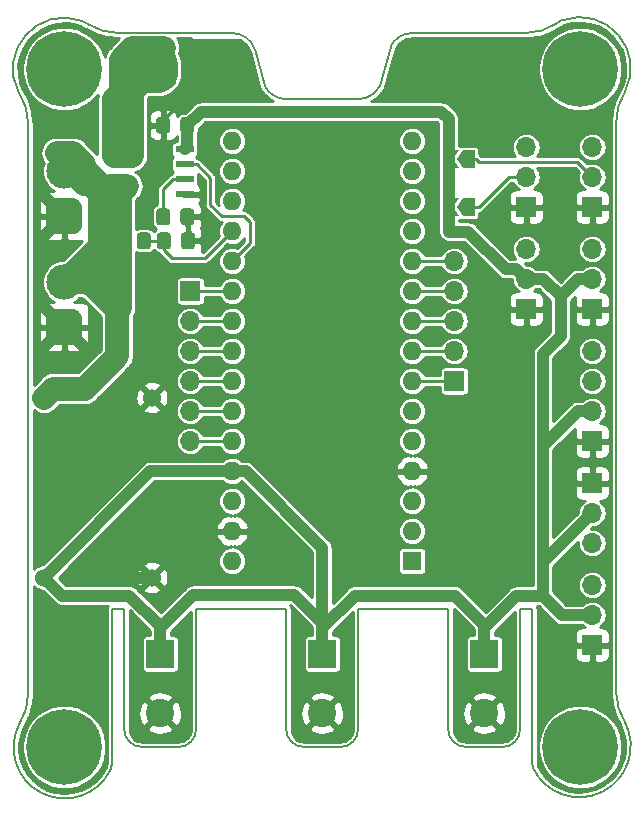
<source format=gtl>
G04 #@! TF.GenerationSoftware,KiCad,Pcbnew,(5.0.2)-1*
G04 #@! TF.CreationDate,2019-06-27T12:51:54+02:00*
G04 #@! TF.ProjectId,PCB_RControl,5043425f-5243-46f6-9e74-726f6c2e6b69,rev?*
G04 #@! TF.SameCoordinates,PX6e75580PY80fd3d8*
G04 #@! TF.FileFunction,Copper,L1,Top*
G04 #@! TF.FilePolarity,Positive*
%FSLAX46Y46*%
G04 Gerber Fmt 4.6, Leading zero omitted, Abs format (unit mm)*
G04 Created by KiCad (PCBNEW (5.0.2)-1) date 27/06/2019 12:51:54*
%MOMM*%
%LPD*%
G01*
G04 APERTURE LIST*
G04 #@! TA.AperFunction,NonConductor*
%ADD10C,0.150000*%
G04 #@! TD*
G04 #@! TA.AperFunction,ComponentPad*
%ADD11R,1.600000X1.600000*%
G04 #@! TD*
G04 #@! TA.AperFunction,ComponentPad*
%ADD12O,1.600000X1.600000*%
G04 #@! TD*
G04 #@! TA.AperFunction,ComponentPad*
%ADD13C,2.400000*%
G04 #@! TD*
G04 #@! TA.AperFunction,ComponentPad*
%ADD14R,2.400000X2.400000*%
G04 #@! TD*
G04 #@! TA.AperFunction,ComponentPad*
%ADD15C,6.400000*%
G04 #@! TD*
G04 #@! TA.AperFunction,ComponentPad*
%ADD16C,0.800000*%
G04 #@! TD*
G04 #@! TA.AperFunction,ComponentPad*
%ADD17O,3.000000X3.000000*%
G04 #@! TD*
G04 #@! TA.AperFunction,Conductor*
%ADD18C,0.100000*%
G04 #@! TD*
G04 #@! TA.AperFunction,ComponentPad*
%ADD19C,3.000000*%
G04 #@! TD*
G04 #@! TA.AperFunction,ComponentPad*
%ADD20C,4.000000*%
G04 #@! TD*
G04 #@! TA.AperFunction,SMDPad,CuDef*
%ADD21R,1.550000X0.600000*%
G04 #@! TD*
G04 #@! TA.AperFunction,ComponentPad*
%ADD22O,1.700000X1.700000*%
G04 #@! TD*
G04 #@! TA.AperFunction,ComponentPad*
%ADD23R,1.700000X1.700000*%
G04 #@! TD*
G04 #@! TA.AperFunction,SMDPad,CuDef*
%ADD24C,1.150000*%
G04 #@! TD*
G04 #@! TA.AperFunction,SMDPad,CuDef*
%ADD25C,0.300000*%
G04 #@! TD*
G04 #@! TA.AperFunction,ComponentPad*
%ADD26C,1.524000*%
G04 #@! TD*
G04 #@! TA.AperFunction,ViaPad*
%ADD27C,0.800000*%
G04 #@! TD*
G04 #@! TA.AperFunction,Conductor*
%ADD28C,0.250000*%
G04 #@! TD*
G04 #@! TA.AperFunction,Conductor*
%ADD29C,0.600000*%
G04 #@! TD*
G04 #@! TA.AperFunction,Conductor*
%ADD30C,1.000000*%
G04 #@! TD*
G04 #@! TA.AperFunction,Conductor*
%ADD31C,2.000000*%
G04 #@! TD*
G04 #@! TA.AperFunction,Conductor*
%ADD32C,0.254000*%
G04 #@! TD*
G04 APERTURE END LIST*
D10*
X43180000Y6223000D02*
G75*
G02X41656000Y4699000I-1524000J0D01*
G01*
X38608000Y4699000D02*
G75*
G02X37084000Y6223000I0J1524000D01*
G01*
X29464000Y6223000D02*
G75*
G02X27940000Y4699000I-1524000J0D01*
G01*
X24892000Y4699000D02*
G75*
G02X23368000Y6223000I0J1524000D01*
G01*
X15748000Y6223000D02*
G75*
G02X14224000Y4699000I-1524000J0D01*
G01*
X11176000Y4699000D02*
G75*
G02X9652000Y6223000I0J1524000D01*
G01*
X9144000Y65157898D02*
X18796000Y65157898D01*
X29565600Y59563000D02*
G75*
G03X31292767Y60682051I-101634J2049263D01*
G01*
X23266367Y59561549D02*
G75*
G02X21539200Y60680600I101634J2049263D01*
G01*
X18796000Y65151000D02*
G75*
G02X20701000Y63777954I0J-2008046D01*
G01*
X32208485Y64007376D02*
G75*
G02X34036000Y65151000I1827515J-888376D01*
G01*
X20701000Y63779400D02*
X21539200Y60680600D01*
X31292800Y60680600D02*
X32207200Y64008000D01*
X23266400Y59563000D02*
X29565600Y59563000D01*
X46291500Y65976500D02*
X46710600Y66217800D01*
X6096000Y66167000D02*
X6604000Y65887600D01*
X44196000Y3429000D02*
X44272200Y2908300D01*
X44271978Y2908193D02*
G75*
G03X52039520Y6822440I3918589J1888029D01*
G01*
X51308000Y9276080D02*
G75*
G03X52035576Y6828212I4791575J92131D01*
G01*
X8636000Y3454400D02*
X8509000Y2819400D01*
X34036000Y65151000D02*
X43688000Y65151000D01*
X46710558Y66217912D02*
G75*
G02X52032465Y60141254I1511907J-4044658D01*
G01*
X51304004Y57601254D02*
G75*
G02X52032466Y60141253I4792461J0D01*
G01*
X43688059Y65149549D02*
G75*
G03X46291500Y65976500I-88393J4789885D01*
G01*
X8502174Y2797261D02*
G75*
G02X795841Y6690366I-3896333J1861105D01*
G01*
X1524130Y9271001D02*
G75*
G02X795840Y6690367I-4792289J-40635D01*
G01*
X742276Y60060480D02*
G75*
G02X6096000Y66167000I3829724J2042520D01*
G01*
X1523595Y57480201D02*
G75*
G03X762000Y60071000I-4787494J0D01*
G01*
X9144000Y65157898D02*
G75*
G02X6604000Y65887600I0J4785563D01*
G01*
X51302920Y57622440D02*
X51308000Y9271000D01*
X44196000Y16383000D02*
X44196000Y3429000D01*
X43180000Y16383000D02*
X44196000Y16383000D01*
X43180000Y6223000D02*
X43180000Y16383000D01*
X38608000Y4699000D02*
X41656000Y4699000D01*
X37084000Y16383000D02*
X37084000Y6223000D01*
X29464000Y16383000D02*
X37084000Y16383000D01*
X29464000Y6223000D02*
X29464000Y16383000D01*
X24892000Y4699000D02*
X27940000Y4699000D01*
X23368000Y16383000D02*
X23368000Y6223000D01*
X15748000Y16383000D02*
X23368000Y16383000D01*
X15748000Y6223000D02*
X15748000Y16383000D01*
X11176000Y4699000D02*
X14224000Y4699000D01*
X9652000Y16383000D02*
X9652000Y6223000D01*
X8636000Y16383000D02*
X9652000Y16383000D01*
X8636000Y3454400D02*
X8636000Y16383000D01*
X1524000Y9271000D02*
X1524000Y57480200D01*
D11*
G04 #@! TO.P,A1,1*
G04 #@! TO.N,Net-(A1-Pad1)*
X34036000Y20447000D03*
D12*
G04 #@! TO.P,A1,17*
G04 #@! TO.N,Net-(A1-Pad17)*
X18796000Y53467000D03*
G04 #@! TO.P,A1,2*
G04 #@! TO.N,/S_MANDO*
X34036000Y22987000D03*
G04 #@! TO.P,A1,18*
G04 #@! TO.N,Net-(A1-Pad18)*
X18796000Y50927000D03*
G04 #@! TO.P,A1,3*
G04 #@! TO.N,Net-(A1-Pad3)*
X34036000Y25527000D03*
G04 #@! TO.P,A1,19*
G04 #@! TO.N,/VOLTIMETRO*
X18796000Y48387000D03*
G04 #@! TO.P,A1,4*
G04 #@! TO.N,GND*
X34036000Y28067000D03*
G04 #@! TO.P,A1,20*
G04 #@! TO.N,/AMPERIMETRO*
X18796000Y45847000D03*
G04 #@! TO.P,A1,5*
G04 #@! TO.N,/ENC1*
X34036000Y30607000D03*
G04 #@! TO.P,A1,21*
G04 #@! TO.N,Net-(A1-Pad21)*
X18796000Y43307000D03*
G04 #@! TO.P,A1,6*
G04 #@! TO.N,/ENC2*
X34036000Y33147000D03*
G04 #@! TO.P,A1,22*
G04 #@! TO.N,Net-(A1-Pad22)*
X18796000Y40767000D03*
G04 #@! TO.P,A1,7*
G04 #@! TO.N,Net-(A1-Pad7)*
X34036000Y35687000D03*
G04 #@! TO.P,A1,23*
G04 #@! TO.N,Net-(A1-Pad23)*
X18796000Y38227000D03*
G04 #@! TO.P,A1,8*
G04 #@! TO.N,Net-(A1-Pad8)*
X34036000Y38227000D03*
G04 #@! TO.P,A1,24*
G04 #@! TO.N,Net-(A1-Pad24)*
X18796000Y35687000D03*
G04 #@! TO.P,A1,9*
G04 #@! TO.N,Net-(A1-Pad9)*
X34036000Y40767000D03*
G04 #@! TO.P,A1,25*
G04 #@! TO.N,Net-(A1-Pad25)*
X18796000Y33147000D03*
G04 #@! TO.P,A1,10*
G04 #@! TO.N,Net-(A1-Pad10)*
X34036000Y43307000D03*
G04 #@! TO.P,A1,26*
G04 #@! TO.N,Net-(A1-Pad26)*
X18796000Y30607000D03*
G04 #@! TO.P,A1,11*
G04 #@! TO.N,Net-(A1-Pad11)*
X34036000Y45847000D03*
G04 #@! TO.P,A1,27*
G04 #@! TO.N,+5V*
X18796000Y28067000D03*
G04 #@! TO.P,A1,12*
G04 #@! TO.N,/SERVO1*
X34036000Y48387000D03*
G04 #@! TO.P,A1,28*
G04 #@! TO.N,Net-(A1-Pad28)*
X18796000Y25527000D03*
G04 #@! TO.P,A1,13*
G04 #@! TO.N,/SERVO2*
X34036000Y50927000D03*
G04 #@! TO.P,A1,29*
G04 #@! TO.N,GND*
X18796000Y22987000D03*
G04 #@! TO.P,A1,14*
G04 #@! TO.N,/MOTOR1*
X34036000Y53467000D03*
G04 #@! TO.P,A1,30*
G04 #@! TO.N,Net-(A1-Pad30)*
X18796000Y20447000D03*
G04 #@! TO.P,A1,15*
G04 #@! TO.N,/MOTOR2*
X34036000Y56007000D03*
G04 #@! TO.P,A1,16*
G04 #@! TO.N,Net-(A1-Pad16)*
X18796000Y56007000D03*
G04 #@! TD*
D13*
G04 #@! TO.P,C2,2*
G04 #@! TO.N,GND*
X12700000Y7573000D03*
D14*
G04 #@! TO.P,C2,1*
G04 #@! TO.N,+5V*
X12700000Y12573000D03*
G04 #@! TD*
G04 #@! TO.P,C3,1*
G04 #@! TO.N,+5V*
X26416000Y12573000D03*
D13*
G04 #@! TO.P,C3,2*
G04 #@! TO.N,GND*
X26416000Y7573000D03*
G04 #@! TD*
D14*
G04 #@! TO.P,C1,1*
G04 #@! TO.N,+5V*
X40132000Y12573000D03*
D13*
G04 #@! TO.P,C1,2*
G04 #@! TO.N,GND*
X40132000Y7573000D03*
G04 #@! TD*
D15*
G04 #@! TO.P,,1*
G04 #@! TO.N,N/C*
X48260000Y4699000D03*
D16*
X50660000Y4699000D03*
X49957056Y3001944D03*
X48260000Y2299000D03*
X46562944Y3001944D03*
X45860000Y4699000D03*
X46562944Y6396056D03*
X48260000Y7099000D03*
X49957056Y6396056D03*
G04 #@! TD*
G04 #@! TO.P,,1*
G04 #@! TO.N,N/C*
X6269056Y6396056D03*
X4572000Y7099000D03*
X2874944Y6396056D03*
X2172000Y4699000D03*
X2874944Y3001944D03*
X4572000Y2299000D03*
X6269056Y3001944D03*
X6972000Y4699000D03*
D15*
X4572000Y4699000D03*
G04 #@! TD*
G04 #@! TO.P,,1*
G04 #@! TO.N,N/C*
X4572000Y62103000D03*
D16*
X6972000Y62103000D03*
X6269056Y60405944D03*
X4572000Y59703000D03*
X2874944Y60405944D03*
X2172000Y62103000D03*
X2874944Y63800056D03*
X4572000Y64503000D03*
X6269056Y63800056D03*
G04 #@! TD*
D17*
G04 #@! TO.P,VESC2,2*
G04 #@! TO.N,Net-(Amper\00EDmetro1-Pad3)*
X4572000Y44069000D03*
D18*
G04 #@! TD*
G04 #@! TO.N,GND*
G04 #@! TO.C,VESC2*
G36*
X5395513Y41755389D02*
X5468318Y41744589D01*
X5539714Y41726705D01*
X5609013Y41701910D01*
X5675548Y41670441D01*
X5738678Y41632602D01*
X5797795Y41588758D01*
X5852330Y41539330D01*
X5901758Y41484795D01*
X5945602Y41425678D01*
X5983441Y41362548D01*
X6014910Y41296013D01*
X6039705Y41226714D01*
X6057589Y41155318D01*
X6068389Y41082513D01*
X6072000Y41009000D01*
X6072000Y39509000D01*
X6068389Y39435487D01*
X6057589Y39362682D01*
X6039705Y39291286D01*
X6014910Y39221987D01*
X5983441Y39155452D01*
X5945602Y39092322D01*
X5901758Y39033205D01*
X5852330Y38978670D01*
X5797795Y38929242D01*
X5738678Y38885398D01*
X5675548Y38847559D01*
X5609013Y38816090D01*
X5539714Y38791295D01*
X5468318Y38773411D01*
X5395513Y38762611D01*
X5322000Y38759000D01*
X3822000Y38759000D01*
X3748487Y38762611D01*
X3675682Y38773411D01*
X3604286Y38791295D01*
X3534987Y38816090D01*
X3468452Y38847559D01*
X3405322Y38885398D01*
X3346205Y38929242D01*
X3291670Y38978670D01*
X3242242Y39033205D01*
X3198398Y39092322D01*
X3160559Y39155452D01*
X3129090Y39221987D01*
X3104295Y39291286D01*
X3086411Y39362682D01*
X3075611Y39435487D01*
X3072000Y39509000D01*
X3072000Y41009000D01*
X3075611Y41082513D01*
X3086411Y41155318D01*
X3104295Y41226714D01*
X3129090Y41296013D01*
X3160559Y41362548D01*
X3198398Y41425678D01*
X3242242Y41484795D01*
X3291670Y41539330D01*
X3346205Y41588758D01*
X3405322Y41632602D01*
X3468452Y41670441D01*
X3534987Y41701910D01*
X3604286Y41726705D01*
X3675682Y41744589D01*
X3748487Y41755389D01*
X3822000Y41759000D01*
X5322000Y41759000D01*
X5395513Y41755389D01*
X5395513Y41755389D01*
G37*
D19*
G04 #@! TO.P,VESC2,1*
G04 #@! TO.N,GND*
X4572000Y40259000D03*
G04 #@! TD*
D18*
G04 #@! TO.N,GND*
G04 #@! TO.C,VESC1*
G36*
X5395513Y51153389D02*
X5468318Y51142589D01*
X5539714Y51124705D01*
X5609013Y51099910D01*
X5675548Y51068441D01*
X5738678Y51030602D01*
X5797795Y50986758D01*
X5852330Y50937330D01*
X5901758Y50882795D01*
X5945602Y50823678D01*
X5983441Y50760548D01*
X6014910Y50694013D01*
X6039705Y50624714D01*
X6057589Y50553318D01*
X6068389Y50480513D01*
X6072000Y50407000D01*
X6072000Y48907000D01*
X6068389Y48833487D01*
X6057589Y48760682D01*
X6039705Y48689286D01*
X6014910Y48619987D01*
X5983441Y48553452D01*
X5945602Y48490322D01*
X5901758Y48431205D01*
X5852330Y48376670D01*
X5797795Y48327242D01*
X5738678Y48283398D01*
X5675548Y48245559D01*
X5609013Y48214090D01*
X5539714Y48189295D01*
X5468318Y48171411D01*
X5395513Y48160611D01*
X5322000Y48157000D01*
X3822000Y48157000D01*
X3748487Y48160611D01*
X3675682Y48171411D01*
X3604286Y48189295D01*
X3534987Y48214090D01*
X3468452Y48245559D01*
X3405322Y48283398D01*
X3346205Y48327242D01*
X3291670Y48376670D01*
X3242242Y48431205D01*
X3198398Y48490322D01*
X3160559Y48553452D01*
X3129090Y48619987D01*
X3104295Y48689286D01*
X3086411Y48760682D01*
X3075611Y48833487D01*
X3072000Y48907000D01*
X3072000Y50407000D01*
X3075611Y50480513D01*
X3086411Y50553318D01*
X3104295Y50624714D01*
X3129090Y50694013D01*
X3160559Y50760548D01*
X3198398Y50823678D01*
X3242242Y50882795D01*
X3291670Y50937330D01*
X3346205Y50986758D01*
X3405322Y51030602D01*
X3468452Y51068441D01*
X3534987Y51099910D01*
X3604286Y51124705D01*
X3675682Y51142589D01*
X3748487Y51153389D01*
X3822000Y51157000D01*
X5322000Y51157000D01*
X5395513Y51153389D01*
X5395513Y51153389D01*
G37*
D19*
G04 #@! TD*
G04 #@! TO.P,VESC1,1*
G04 #@! TO.N,GND*
X4572000Y49657000D03*
D17*
G04 #@! TO.P,VESC1,2*
G04 #@! TO.N,Net-(Amper\00EDmetro1-Pad3)*
X4572000Y53467000D03*
G04 #@! TD*
D18*
G04 #@! TO.N,GND*
G04 #@! TO.C,PANEL*
G36*
X18550414Y64099148D02*
X18628072Y64087628D01*
X18704228Y64068552D01*
X18778147Y64042104D01*
X18849117Y64008537D01*
X18916456Y63968176D01*
X18979515Y63921408D01*
X19037685Y63868685D01*
X19090408Y63810515D01*
X19137176Y63747456D01*
X19177537Y63680117D01*
X19211104Y63609147D01*
X19237552Y63535228D01*
X19256628Y63459072D01*
X19268148Y63381414D01*
X19272000Y63303000D01*
X19272000Y60903000D01*
X19268148Y60824586D01*
X19256628Y60746928D01*
X19237552Y60670772D01*
X19211104Y60596853D01*
X19177537Y60525883D01*
X19137176Y60458544D01*
X19090408Y60395485D01*
X19037685Y60337315D01*
X18979515Y60284592D01*
X18916456Y60237824D01*
X18849117Y60197463D01*
X18778147Y60163896D01*
X18704228Y60137448D01*
X18628072Y60118372D01*
X18550414Y60106852D01*
X18472000Y60103000D01*
X16072000Y60103000D01*
X15993586Y60106852D01*
X15915928Y60118372D01*
X15839772Y60137448D01*
X15765853Y60163896D01*
X15694883Y60197463D01*
X15627544Y60237824D01*
X15564485Y60284592D01*
X15506315Y60337315D01*
X15453592Y60395485D01*
X15406824Y60458544D01*
X15366463Y60525883D01*
X15332896Y60596853D01*
X15306448Y60670772D01*
X15287372Y60746928D01*
X15275852Y60824586D01*
X15272000Y60903000D01*
X15272000Y63303000D01*
X15275852Y63381414D01*
X15287372Y63459072D01*
X15306448Y63535228D01*
X15332896Y63609147D01*
X15366463Y63680117D01*
X15406824Y63747456D01*
X15453592Y63810515D01*
X15506315Y63868685D01*
X15564485Y63921408D01*
X15627544Y63968176D01*
X15694883Y64008537D01*
X15765853Y64042104D01*
X15839772Y64068552D01*
X15915928Y64087628D01*
X15993586Y64099148D01*
X16072000Y64103000D01*
X18472000Y64103000D01*
X18550414Y64099148D01*
X18550414Y64099148D01*
G37*
D20*
G04 #@! TD*
G04 #@! TO.P,PANEL,1*
G04 #@! TO.N,GND*
X17272000Y62103000D03*
D18*
G04 #@! TO.N,Net-(Amper\00EDmetro1-Pad1)*
G04 #@! TO.C,PANEL*
G36*
X12748827Y64095296D02*
X12904145Y64072256D01*
X13056455Y64034105D01*
X13204293Y63981207D01*
X13346235Y63914074D01*
X13480912Y63833351D01*
X13607029Y63739817D01*
X13723371Y63634371D01*
X13828817Y63518029D01*
X13922351Y63391912D01*
X14003074Y63257235D01*
X14070207Y63115293D01*
X14123105Y62967455D01*
X14161256Y62815145D01*
X14184296Y62659827D01*
X14192000Y62503000D01*
X14192000Y61703000D01*
X14184296Y61546173D01*
X14161256Y61390855D01*
X14123105Y61238545D01*
X14070207Y61090707D01*
X14003074Y60948765D01*
X13922351Y60814088D01*
X13828817Y60687971D01*
X13723371Y60571629D01*
X13607029Y60466183D01*
X13480912Y60372649D01*
X13346235Y60291926D01*
X13204293Y60224793D01*
X13056455Y60171895D01*
X12904145Y60133744D01*
X12748827Y60110704D01*
X12592000Y60103000D01*
X11792000Y60103000D01*
X11635173Y60110704D01*
X11479855Y60133744D01*
X11327545Y60171895D01*
X11179707Y60224793D01*
X11037765Y60291926D01*
X10903088Y60372649D01*
X10776971Y60466183D01*
X10660629Y60571629D01*
X10555183Y60687971D01*
X10461649Y60814088D01*
X10380926Y60948765D01*
X10313793Y61090707D01*
X10260895Y61238545D01*
X10222744Y61390855D01*
X10199704Y61546173D01*
X10192000Y61703000D01*
X10192000Y62503000D01*
X10199704Y62659827D01*
X10222744Y62815145D01*
X10260895Y62967455D01*
X10313793Y63115293D01*
X10380926Y63257235D01*
X10461649Y63391912D01*
X10555183Y63518029D01*
X10660629Y63634371D01*
X10776971Y63739817D01*
X10903088Y63833351D01*
X11037765Y63914074D01*
X11179707Y63981207D01*
X11327545Y64034105D01*
X11479855Y64072256D01*
X11635173Y64095296D01*
X11792000Y64103000D01*
X12592000Y64103000D01*
X12748827Y64095296D01*
X12748827Y64095296D01*
G37*
D20*
G04 #@! TD*
G04 #@! TO.P,PANEL,2*
G04 #@! TO.N,Net-(Amper\00EDmetro1-Pad1)*
X12192000Y62103000D03*
D21*
G04 #@! TO.P,Amper\00EDmetro1,1*
G04 #@! TO.N,Net-(Amper\00EDmetro1-Pad1)*
X9365000Y55308500D03*
G04 #@! TO.P,Amper\00EDmetro1,2*
X9365000Y54038500D03*
G04 #@! TO.P,Amper\00EDmetro1,3*
G04 #@! TO.N,Net-(Amper\00EDmetro1-Pad3)*
X9365000Y52768500D03*
G04 #@! TO.P,Amper\00EDmetro1,4*
X9365000Y51498500D03*
G04 #@! TO.P,Amper\00EDmetro1,5*
G04 #@! TO.N,GND*
X14765000Y51498500D03*
G04 #@! TO.P,Amper\00EDmetro1,6*
G04 #@! TO.N,Net-(Amper\00EDmetro1-Pad6)*
X14765000Y52768500D03*
G04 #@! TO.P,Amper\00EDmetro1,7*
G04 #@! TO.N,/AMPERIMETRO*
X14765000Y54038500D03*
G04 #@! TO.P,Amper\00EDmetro1,8*
G04 #@! TO.N,+5V*
X14765000Y55308500D03*
G04 #@! TD*
D22*
G04 #@! TO.P,Batt_Aux1,3*
G04 #@! TO.N,Net-(Batt_Aux1-Pad3)*
X49276000Y18415000D03*
G04 #@! TO.P,Batt_Aux1,2*
G04 #@! TO.N,+5V*
X49276000Y15875000D03*
D23*
G04 #@! TO.P,Batt_Aux1,1*
G04 #@! TO.N,GND*
X49276000Y13335000D03*
G04 #@! TD*
D18*
G04 #@! TO.N,GND*
G04 #@! TO.C,C4*
G36*
X13294505Y58039296D02*
X13318773Y58035696D01*
X13342572Y58029735D01*
X13365671Y58021470D01*
X13387850Y58010980D01*
X13408893Y57998368D01*
X13428599Y57983753D01*
X13446777Y57967277D01*
X13463253Y57949099D01*
X13477868Y57929393D01*
X13490480Y57908350D01*
X13500970Y57886171D01*
X13509235Y57863072D01*
X13515196Y57839273D01*
X13518796Y57815005D01*
X13520000Y57790501D01*
X13520000Y56890499D01*
X13518796Y56865995D01*
X13515196Y56841727D01*
X13509235Y56817928D01*
X13500970Y56794829D01*
X13490480Y56772650D01*
X13477868Y56751607D01*
X13463253Y56731901D01*
X13446777Y56713723D01*
X13428599Y56697247D01*
X13408893Y56682632D01*
X13387850Y56670020D01*
X13365671Y56659530D01*
X13342572Y56651265D01*
X13318773Y56645304D01*
X13294505Y56641704D01*
X13270001Y56640500D01*
X12619999Y56640500D01*
X12595495Y56641704D01*
X12571227Y56645304D01*
X12547428Y56651265D01*
X12524329Y56659530D01*
X12502150Y56670020D01*
X12481107Y56682632D01*
X12461401Y56697247D01*
X12443223Y56713723D01*
X12426747Y56731901D01*
X12412132Y56751607D01*
X12399520Y56772650D01*
X12389030Y56794829D01*
X12380765Y56817928D01*
X12374804Y56841727D01*
X12371204Y56865995D01*
X12370000Y56890499D01*
X12370000Y57790501D01*
X12371204Y57815005D01*
X12374804Y57839273D01*
X12380765Y57863072D01*
X12389030Y57886171D01*
X12399520Y57908350D01*
X12412132Y57929393D01*
X12426747Y57949099D01*
X12443223Y57967277D01*
X12461401Y57983753D01*
X12481107Y57998368D01*
X12502150Y58010980D01*
X12524329Y58021470D01*
X12547428Y58029735D01*
X12571227Y58035696D01*
X12595495Y58039296D01*
X12619999Y58040500D01*
X13270001Y58040500D01*
X13294505Y58039296D01*
X13294505Y58039296D01*
G37*
D24*
G04 #@! TD*
G04 #@! TO.P,C4,2*
G04 #@! TO.N,GND*
X12945000Y57340500D03*
D18*
G04 #@! TO.N,+5V*
G04 #@! TO.C,C4*
G36*
X15344505Y58039296D02*
X15368773Y58035696D01*
X15392572Y58029735D01*
X15415671Y58021470D01*
X15437850Y58010980D01*
X15458893Y57998368D01*
X15478599Y57983753D01*
X15496777Y57967277D01*
X15513253Y57949099D01*
X15527868Y57929393D01*
X15540480Y57908350D01*
X15550970Y57886171D01*
X15559235Y57863072D01*
X15565196Y57839273D01*
X15568796Y57815005D01*
X15570000Y57790501D01*
X15570000Y56890499D01*
X15568796Y56865995D01*
X15565196Y56841727D01*
X15559235Y56817928D01*
X15550970Y56794829D01*
X15540480Y56772650D01*
X15527868Y56751607D01*
X15513253Y56731901D01*
X15496777Y56713723D01*
X15478599Y56697247D01*
X15458893Y56682632D01*
X15437850Y56670020D01*
X15415671Y56659530D01*
X15392572Y56651265D01*
X15368773Y56645304D01*
X15344505Y56641704D01*
X15320001Y56640500D01*
X14669999Y56640500D01*
X14645495Y56641704D01*
X14621227Y56645304D01*
X14597428Y56651265D01*
X14574329Y56659530D01*
X14552150Y56670020D01*
X14531107Y56682632D01*
X14511401Y56697247D01*
X14493223Y56713723D01*
X14476747Y56731901D01*
X14462132Y56751607D01*
X14449520Y56772650D01*
X14439030Y56794829D01*
X14430765Y56817928D01*
X14424804Y56841727D01*
X14421204Y56865995D01*
X14420000Y56890499D01*
X14420000Y57790501D01*
X14421204Y57815005D01*
X14424804Y57839273D01*
X14430765Y57863072D01*
X14439030Y57886171D01*
X14449520Y57908350D01*
X14462132Y57929393D01*
X14476747Y57949099D01*
X14493223Y57967277D01*
X14511401Y57983753D01*
X14531107Y57998368D01*
X14552150Y58010980D01*
X14574329Y58021470D01*
X14597428Y58029735D01*
X14621227Y58035696D01*
X14645495Y58039296D01*
X14669999Y58040500D01*
X15320001Y58040500D01*
X15344505Y58039296D01*
X15344505Y58039296D01*
G37*
D24*
G04 #@! TD*
G04 #@! TO.P,C4,1*
G04 #@! TO.N,+5V*
X14995000Y57340500D03*
D18*
G04 #@! TO.N,GND*
G04 #@! TO.C,C5*
G36*
X15344505Y50292296D02*
X15368773Y50288696D01*
X15392572Y50282735D01*
X15415671Y50274470D01*
X15437850Y50263980D01*
X15458893Y50251368D01*
X15478599Y50236753D01*
X15496777Y50220277D01*
X15513253Y50202099D01*
X15527868Y50182393D01*
X15540480Y50161350D01*
X15550970Y50139171D01*
X15559235Y50116072D01*
X15565196Y50092273D01*
X15568796Y50068005D01*
X15570000Y50043501D01*
X15570000Y49143499D01*
X15568796Y49118995D01*
X15565196Y49094727D01*
X15559235Y49070928D01*
X15550970Y49047829D01*
X15540480Y49025650D01*
X15527868Y49004607D01*
X15513253Y48984901D01*
X15496777Y48966723D01*
X15478599Y48950247D01*
X15458893Y48935632D01*
X15437850Y48923020D01*
X15415671Y48912530D01*
X15392572Y48904265D01*
X15368773Y48898304D01*
X15344505Y48894704D01*
X15320001Y48893500D01*
X14669999Y48893500D01*
X14645495Y48894704D01*
X14621227Y48898304D01*
X14597428Y48904265D01*
X14574329Y48912530D01*
X14552150Y48923020D01*
X14531107Y48935632D01*
X14511401Y48950247D01*
X14493223Y48966723D01*
X14476747Y48984901D01*
X14462132Y49004607D01*
X14449520Y49025650D01*
X14439030Y49047829D01*
X14430765Y49070928D01*
X14424804Y49094727D01*
X14421204Y49118995D01*
X14420000Y49143499D01*
X14420000Y50043501D01*
X14421204Y50068005D01*
X14424804Y50092273D01*
X14430765Y50116072D01*
X14439030Y50139171D01*
X14449520Y50161350D01*
X14462132Y50182393D01*
X14476747Y50202099D01*
X14493223Y50220277D01*
X14511401Y50236753D01*
X14531107Y50251368D01*
X14552150Y50263980D01*
X14574329Y50274470D01*
X14597428Y50282735D01*
X14621227Y50288696D01*
X14645495Y50292296D01*
X14669999Y50293500D01*
X15320001Y50293500D01*
X15344505Y50292296D01*
X15344505Y50292296D01*
G37*
D24*
G04 #@! TD*
G04 #@! TO.P,C5,1*
G04 #@! TO.N,GND*
X14995000Y49593500D03*
D18*
G04 #@! TO.N,Net-(Amper\00EDmetro1-Pad6)*
G04 #@! TO.C,C5*
G36*
X13294505Y50292296D02*
X13318773Y50288696D01*
X13342572Y50282735D01*
X13365671Y50274470D01*
X13387850Y50263980D01*
X13408893Y50251368D01*
X13428599Y50236753D01*
X13446777Y50220277D01*
X13463253Y50202099D01*
X13477868Y50182393D01*
X13490480Y50161350D01*
X13500970Y50139171D01*
X13509235Y50116072D01*
X13515196Y50092273D01*
X13518796Y50068005D01*
X13520000Y50043501D01*
X13520000Y49143499D01*
X13518796Y49118995D01*
X13515196Y49094727D01*
X13509235Y49070928D01*
X13500970Y49047829D01*
X13490480Y49025650D01*
X13477868Y49004607D01*
X13463253Y48984901D01*
X13446777Y48966723D01*
X13428599Y48950247D01*
X13408893Y48935632D01*
X13387850Y48923020D01*
X13365671Y48912530D01*
X13342572Y48904265D01*
X13318773Y48898304D01*
X13294505Y48894704D01*
X13270001Y48893500D01*
X12619999Y48893500D01*
X12595495Y48894704D01*
X12571227Y48898304D01*
X12547428Y48904265D01*
X12524329Y48912530D01*
X12502150Y48923020D01*
X12481107Y48935632D01*
X12461401Y48950247D01*
X12443223Y48966723D01*
X12426747Y48984901D01*
X12412132Y49004607D01*
X12399520Y49025650D01*
X12389030Y49047829D01*
X12380765Y49070928D01*
X12374804Y49094727D01*
X12371204Y49118995D01*
X12370000Y49143499D01*
X12370000Y50043501D01*
X12371204Y50068005D01*
X12374804Y50092273D01*
X12380765Y50116072D01*
X12389030Y50139171D01*
X12399520Y50161350D01*
X12412132Y50182393D01*
X12426747Y50202099D01*
X12443223Y50220277D01*
X12461401Y50236753D01*
X12481107Y50251368D01*
X12502150Y50263980D01*
X12524329Y50274470D01*
X12547428Y50282735D01*
X12571227Y50288696D01*
X12595495Y50292296D01*
X12619999Y50293500D01*
X13270001Y50293500D01*
X13294505Y50292296D01*
X13294505Y50292296D01*
G37*
D24*
G04 #@! TD*
G04 #@! TO.P,C5,2*
G04 #@! TO.N,Net-(Amper\00EDmetro1-Pad6)*
X12945000Y49593500D03*
D23*
G04 #@! TO.P,ENCODERS1,1*
G04 #@! TO.N,GND*
X49276000Y30607000D03*
D22*
G04 #@! TO.P,ENCODERS1,2*
G04 #@! TO.N,+5V*
X49276000Y33147000D03*
G04 #@! TO.P,ENCODERS1,3*
G04 #@! TO.N,/ENC1*
X49276000Y35687000D03*
G04 #@! TO.P,ENCODERS1,4*
G04 #@! TO.N,/ENC2*
X49276000Y38227000D03*
G04 #@! TD*
D23*
G04 #@! TO.P,Ibus1,1*
G04 #@! TO.N,GND*
X49276000Y27051000D03*
D22*
G04 #@! TO.P,Ibus1,2*
G04 #@! TO.N,+5V*
X49276000Y24511000D03*
G04 #@! TO.P,Ibus1,3*
G04 #@! TO.N,/S_MANDO*
X49276000Y21971000D03*
G04 #@! TD*
D23*
G04 #@! TO.P,J1,1*
G04 #@! TO.N,Net-(A1-Pad7)*
X37592000Y35687000D03*
D22*
G04 #@! TO.P,J1,2*
G04 #@! TO.N,Net-(A1-Pad8)*
X37592000Y38227000D03*
G04 #@! TO.P,J1,3*
G04 #@! TO.N,Net-(A1-Pad9)*
X37592000Y40767000D03*
G04 #@! TO.P,J1,4*
G04 #@! TO.N,Net-(A1-Pad10)*
X37592000Y43307000D03*
G04 #@! TO.P,J1,5*
G04 #@! TO.N,Net-(A1-Pad11)*
X37592000Y45847000D03*
G04 #@! TD*
D23*
G04 #@! TO.P,J2,1*
G04 #@! TO.N,Net-(A1-Pad21)*
X15240000Y43307000D03*
D22*
G04 #@! TO.P,J2,2*
G04 #@! TO.N,Net-(A1-Pad22)*
X15240000Y40767000D03*
G04 #@! TO.P,J2,3*
G04 #@! TO.N,Net-(A1-Pad23)*
X15240000Y38227000D03*
G04 #@! TO.P,J2,4*
G04 #@! TO.N,Net-(A1-Pad24)*
X15240000Y35687000D03*
G04 #@! TO.P,J2,5*
G04 #@! TO.N,Net-(A1-Pad25)*
X15240000Y33147000D03*
G04 #@! TO.P,J2,6*
G04 #@! TO.N,Net-(A1-Pad26)*
X15240000Y30607000D03*
G04 #@! TD*
D25*
G04 #@! TO.P,JP1,1*
G04 #@! TO.N,Net-(JP1-Pad1)*
X38825000Y54483000D03*
D18*
G04 #@! TD*
G04 #@! TO.N,Net-(JP1-Pad1)*
G04 #@! TO.C,JP1*
G36*
X37825000Y54483000D02*
X38325000Y55233000D01*
X39325000Y55233000D01*
X39325000Y53733000D01*
X38325000Y53733000D01*
X37825000Y54483000D01*
X37825000Y54483000D01*
G37*
D25*
G04 #@! TO.P,JP1,2*
G04 #@! TO.N,+5V*
X37375000Y54483000D03*
D18*
G04 #@! TD*
G04 #@! TO.N,+5V*
G04 #@! TO.C,JP1*
G36*
X36875000Y55233000D02*
X38025000Y55233000D01*
X37525000Y54483000D01*
X38025000Y53733000D01*
X36875000Y53733000D01*
X36875000Y55233000D01*
X36875000Y55233000D01*
G37*
D25*
G04 #@! TO.P,JP2,2*
G04 #@! TO.N,+5V*
X37375000Y50419000D03*
D18*
G04 #@! TD*
G04 #@! TO.N,+5V*
G04 #@! TO.C,JP2*
G36*
X36875000Y51169000D02*
X38025000Y51169000D01*
X37525000Y50419000D01*
X38025000Y49669000D01*
X36875000Y49669000D01*
X36875000Y51169000D01*
X36875000Y51169000D01*
G37*
D25*
G04 #@! TO.P,JP2,1*
G04 #@! TO.N,Net-(JP2-Pad1)*
X38825000Y50419000D03*
D18*
G04 #@! TD*
G04 #@! TO.N,Net-(JP2-Pad1)*
G04 #@! TO.C,JP2*
G36*
X37825000Y50419000D02*
X38325000Y51169000D01*
X39325000Y51169000D01*
X39325000Y49669000D01*
X38325000Y49669000D01*
X37825000Y50419000D01*
X37825000Y50419000D01*
G37*
D22*
G04 #@! TO.P,MOT1,3*
G04 #@! TO.N,/MOTOR1*
X49276000Y55499000D03*
G04 #@! TO.P,MOT1,2*
G04 #@! TO.N,Net-(JP1-Pad1)*
X49276000Y52959000D03*
D23*
G04 #@! TO.P,MOT1,1*
G04 #@! TO.N,GND*
X49276000Y50419000D03*
G04 #@! TD*
G04 #@! TO.P,MOT2,1*
G04 #@! TO.N,GND*
X43688000Y50419000D03*
D22*
G04 #@! TO.P,MOT2,2*
G04 #@! TO.N,Net-(JP2-Pad1)*
X43688000Y52959000D03*
G04 #@! TO.P,MOT2,3*
G04 #@! TO.N,/MOTOR2*
X43688000Y55499000D03*
G04 #@! TD*
D18*
G04 #@! TO.N,/VOLTIMETRO*
G04 #@! TO.C,R1*
G36*
X11661505Y48260296D02*
X11685773Y48256696D01*
X11709572Y48250735D01*
X11732671Y48242470D01*
X11754850Y48231980D01*
X11775893Y48219368D01*
X11795599Y48204753D01*
X11813777Y48188277D01*
X11830253Y48170099D01*
X11844868Y48150393D01*
X11857480Y48129350D01*
X11867970Y48107171D01*
X11876235Y48084072D01*
X11882196Y48060273D01*
X11885796Y48036005D01*
X11887000Y48011501D01*
X11887000Y47111499D01*
X11885796Y47086995D01*
X11882196Y47062727D01*
X11876235Y47038928D01*
X11867970Y47015829D01*
X11857480Y46993650D01*
X11844868Y46972607D01*
X11830253Y46952901D01*
X11813777Y46934723D01*
X11795599Y46918247D01*
X11775893Y46903632D01*
X11754850Y46891020D01*
X11732671Y46880530D01*
X11709572Y46872265D01*
X11685773Y46866304D01*
X11661505Y46862704D01*
X11637001Y46861500D01*
X10986999Y46861500D01*
X10962495Y46862704D01*
X10938227Y46866304D01*
X10914428Y46872265D01*
X10891329Y46880530D01*
X10869150Y46891020D01*
X10848107Y46903632D01*
X10828401Y46918247D01*
X10810223Y46934723D01*
X10793747Y46952901D01*
X10779132Y46972607D01*
X10766520Y46993650D01*
X10756030Y47015829D01*
X10747765Y47038928D01*
X10741804Y47062727D01*
X10738204Y47086995D01*
X10737000Y47111499D01*
X10737000Y48011501D01*
X10738204Y48036005D01*
X10741804Y48060273D01*
X10747765Y48084072D01*
X10756030Y48107171D01*
X10766520Y48129350D01*
X10779132Y48150393D01*
X10793747Y48170099D01*
X10810223Y48188277D01*
X10828401Y48204753D01*
X10848107Y48219368D01*
X10869150Y48231980D01*
X10891329Y48242470D01*
X10914428Y48250735D01*
X10938227Y48256696D01*
X10962495Y48260296D01*
X10986999Y48261500D01*
X11637001Y48261500D01*
X11661505Y48260296D01*
X11661505Y48260296D01*
G37*
D24*
G04 #@! TD*
G04 #@! TO.P,R1,2*
G04 #@! TO.N,/VOLTIMETRO*
X11312000Y47561500D03*
D18*
G04 #@! TO.N,Net-(Amper\00EDmetro1-Pad3)*
G04 #@! TO.C,R1*
G36*
X9611505Y48260296D02*
X9635773Y48256696D01*
X9659572Y48250735D01*
X9682671Y48242470D01*
X9704850Y48231980D01*
X9725893Y48219368D01*
X9745599Y48204753D01*
X9763777Y48188277D01*
X9780253Y48170099D01*
X9794868Y48150393D01*
X9807480Y48129350D01*
X9817970Y48107171D01*
X9826235Y48084072D01*
X9832196Y48060273D01*
X9835796Y48036005D01*
X9837000Y48011501D01*
X9837000Y47111499D01*
X9835796Y47086995D01*
X9832196Y47062727D01*
X9826235Y47038928D01*
X9817970Y47015829D01*
X9807480Y46993650D01*
X9794868Y46972607D01*
X9780253Y46952901D01*
X9763777Y46934723D01*
X9745599Y46918247D01*
X9725893Y46903632D01*
X9704850Y46891020D01*
X9682671Y46880530D01*
X9659572Y46872265D01*
X9635773Y46866304D01*
X9611505Y46862704D01*
X9587001Y46861500D01*
X8936999Y46861500D01*
X8912495Y46862704D01*
X8888227Y46866304D01*
X8864428Y46872265D01*
X8841329Y46880530D01*
X8819150Y46891020D01*
X8798107Y46903632D01*
X8778401Y46918247D01*
X8760223Y46934723D01*
X8743747Y46952901D01*
X8729132Y46972607D01*
X8716520Y46993650D01*
X8706030Y47015829D01*
X8697765Y47038928D01*
X8691804Y47062727D01*
X8688204Y47086995D01*
X8687000Y47111499D01*
X8687000Y48011501D01*
X8688204Y48036005D01*
X8691804Y48060273D01*
X8697765Y48084072D01*
X8706030Y48107171D01*
X8716520Y48129350D01*
X8729132Y48150393D01*
X8743747Y48170099D01*
X8760223Y48188277D01*
X8778401Y48204753D01*
X8798107Y48219368D01*
X8819150Y48231980D01*
X8841329Y48242470D01*
X8864428Y48250735D01*
X8888227Y48256696D01*
X8912495Y48260296D01*
X8936999Y48261500D01*
X9587001Y48261500D01*
X9611505Y48260296D01*
X9611505Y48260296D01*
G37*
D24*
G04 #@! TD*
G04 #@! TO.P,R1,1*
G04 #@! TO.N,Net-(Amper\00EDmetro1-Pad3)*
X9262000Y47561500D03*
D18*
G04 #@! TO.N,/VOLTIMETRO*
G04 #@! TO.C,R2*
G36*
X13358005Y48260296D02*
X13382273Y48256696D01*
X13406072Y48250735D01*
X13429171Y48242470D01*
X13451350Y48231980D01*
X13472393Y48219368D01*
X13492099Y48204753D01*
X13510277Y48188277D01*
X13526753Y48170099D01*
X13541368Y48150393D01*
X13553980Y48129350D01*
X13564470Y48107171D01*
X13572735Y48084072D01*
X13578696Y48060273D01*
X13582296Y48036005D01*
X13583500Y48011501D01*
X13583500Y47111499D01*
X13582296Y47086995D01*
X13578696Y47062727D01*
X13572735Y47038928D01*
X13564470Y47015829D01*
X13553980Y46993650D01*
X13541368Y46972607D01*
X13526753Y46952901D01*
X13510277Y46934723D01*
X13492099Y46918247D01*
X13472393Y46903632D01*
X13451350Y46891020D01*
X13429171Y46880530D01*
X13406072Y46872265D01*
X13382273Y46866304D01*
X13358005Y46862704D01*
X13333501Y46861500D01*
X12683499Y46861500D01*
X12658995Y46862704D01*
X12634727Y46866304D01*
X12610928Y46872265D01*
X12587829Y46880530D01*
X12565650Y46891020D01*
X12544607Y46903632D01*
X12524901Y46918247D01*
X12506723Y46934723D01*
X12490247Y46952901D01*
X12475632Y46972607D01*
X12463020Y46993650D01*
X12452530Y47015829D01*
X12444265Y47038928D01*
X12438304Y47062727D01*
X12434704Y47086995D01*
X12433500Y47111499D01*
X12433500Y48011501D01*
X12434704Y48036005D01*
X12438304Y48060273D01*
X12444265Y48084072D01*
X12452530Y48107171D01*
X12463020Y48129350D01*
X12475632Y48150393D01*
X12490247Y48170099D01*
X12506723Y48188277D01*
X12524901Y48204753D01*
X12544607Y48219368D01*
X12565650Y48231980D01*
X12587829Y48242470D01*
X12610928Y48250735D01*
X12634727Y48256696D01*
X12658995Y48260296D01*
X12683499Y48261500D01*
X13333501Y48261500D01*
X13358005Y48260296D01*
X13358005Y48260296D01*
G37*
D24*
G04 #@! TD*
G04 #@! TO.P,R2,1*
G04 #@! TO.N,/VOLTIMETRO*
X13008500Y47561500D03*
D18*
G04 #@! TO.N,GND*
G04 #@! TO.C,R2*
G36*
X15408005Y48260296D02*
X15432273Y48256696D01*
X15456072Y48250735D01*
X15479171Y48242470D01*
X15501350Y48231980D01*
X15522393Y48219368D01*
X15542099Y48204753D01*
X15560277Y48188277D01*
X15576753Y48170099D01*
X15591368Y48150393D01*
X15603980Y48129350D01*
X15614470Y48107171D01*
X15622735Y48084072D01*
X15628696Y48060273D01*
X15632296Y48036005D01*
X15633500Y48011501D01*
X15633500Y47111499D01*
X15632296Y47086995D01*
X15628696Y47062727D01*
X15622735Y47038928D01*
X15614470Y47015829D01*
X15603980Y46993650D01*
X15591368Y46972607D01*
X15576753Y46952901D01*
X15560277Y46934723D01*
X15542099Y46918247D01*
X15522393Y46903632D01*
X15501350Y46891020D01*
X15479171Y46880530D01*
X15456072Y46872265D01*
X15432273Y46866304D01*
X15408005Y46862704D01*
X15383501Y46861500D01*
X14733499Y46861500D01*
X14708995Y46862704D01*
X14684727Y46866304D01*
X14660928Y46872265D01*
X14637829Y46880530D01*
X14615650Y46891020D01*
X14594607Y46903632D01*
X14574901Y46918247D01*
X14556723Y46934723D01*
X14540247Y46952901D01*
X14525632Y46972607D01*
X14513020Y46993650D01*
X14502530Y47015829D01*
X14494265Y47038928D01*
X14488304Y47062727D01*
X14484704Y47086995D01*
X14483500Y47111499D01*
X14483500Y48011501D01*
X14484704Y48036005D01*
X14488304Y48060273D01*
X14494265Y48084072D01*
X14502530Y48107171D01*
X14513020Y48129350D01*
X14525632Y48150393D01*
X14540247Y48170099D01*
X14556723Y48188277D01*
X14574901Y48204753D01*
X14594607Y48219368D01*
X14615650Y48231980D01*
X14637829Y48242470D01*
X14660928Y48250735D01*
X14684727Y48256696D01*
X14708995Y48260296D01*
X14733499Y48261500D01*
X15383501Y48261500D01*
X15408005Y48260296D01*
X15408005Y48260296D01*
G37*
D24*
G04 #@! TD*
G04 #@! TO.P,R2,2*
G04 #@! TO.N,GND*
X15058500Y47561500D03*
D22*
G04 #@! TO.P,SERVO1,3*
G04 #@! TO.N,/SERVO1*
X49276000Y46863000D03*
G04 #@! TO.P,SERVO1,2*
G04 #@! TO.N,+5V*
X49276000Y44323000D03*
D23*
G04 #@! TO.P,SERVO1,1*
G04 #@! TO.N,GND*
X49276000Y41783000D03*
G04 #@! TD*
G04 #@! TO.P,SERVO2,1*
G04 #@! TO.N,GND*
X43688000Y41783000D03*
D22*
G04 #@! TO.P,SERVO2,2*
G04 #@! TO.N,+5V*
X43688000Y44323000D03*
G04 #@! TO.P,SERVO2,3*
G04 #@! TO.N,/SERVO2*
X43688000Y46863000D03*
G04 #@! TD*
D26*
G04 #@! TO.P,U1,1*
G04 #@! TO.N,Net-(Amper\00EDmetro1-Pad3)*
X2857500Y34290000D03*
G04 #@! TO.P,U1,2*
G04 #@! TO.N,GND*
X12001500Y34290000D03*
G04 #@! TO.P,U1,3*
G04 #@! TO.N,+5V*
X2857500Y19050000D03*
G04 #@! TO.P,U1,4*
G04 #@! TO.N,GND*
X11997500Y19050000D03*
G04 #@! TD*
D16*
G04 #@! TO.P,,1*
G04 #@! TO.N,N/C*
X49957056Y63800056D03*
X48260000Y64503000D03*
X46562944Y63800056D03*
X45860000Y62103000D03*
X46562944Y60405944D03*
X48260000Y59703000D03*
X49957056Y60405944D03*
X50660000Y62103000D03*
D15*
X48260000Y62103000D03*
G04 #@! TD*
D27*
G04 #@! TO.N,GND*
X16637000Y49212500D03*
X16700500Y47879000D03*
X6667500Y19050000D03*
X4889500Y12700000D03*
G04 #@! TD*
D28*
G04 #@! TO.N,/VOLTIMETRO*
X11312000Y47561500D02*
X13008500Y47561500D01*
X13008500Y46761500D02*
X13669000Y46101000D01*
X13008500Y47561500D02*
X13008500Y46761500D01*
X16510000Y46101000D02*
X18796000Y48387000D01*
X13669000Y46101000D02*
X16510000Y46101000D01*
G04 #@! TO.N,GND*
X14995000Y49593500D02*
X16256000Y49593500D01*
X16256000Y49593500D02*
X16637000Y49212500D01*
X15058500Y47561500D02*
X16383000Y47561500D01*
X16383000Y47561500D02*
X16700500Y47879000D01*
X12945000Y57776000D02*
X12945000Y57340500D01*
X19812000Y59563000D02*
X17272000Y62103000D01*
D29*
X15435605Y60266605D02*
X14160500Y58991500D01*
X17272000Y62103000D02*
X15435605Y60266605D01*
D28*
X14160500Y58991500D02*
X12945000Y57776000D01*
D29*
X15172000Y62103000D02*
X17272000Y62103000D01*
X14922500Y61853500D02*
X15172000Y62103000D01*
X14986000Y59817000D02*
X15113000Y59944000D01*
X14922500Y59817000D02*
X14986000Y59817000D01*
X14922500Y59817000D02*
X14922500Y61853500D01*
X14922500Y59245500D02*
X14922500Y59817000D01*
X19304000Y61722000D02*
X19304000Y59944000D01*
X19367500Y61785500D02*
X19304000Y61722000D01*
X15113000Y59944000D02*
X19304000Y59944000D01*
X14927605Y60266605D02*
X15435605Y60266605D01*
X15440710Y59753500D02*
X14927605Y60266605D01*
X15049500Y62484000D02*
X15049500Y64008000D01*
X16002000Y64325500D02*
X19113500Y64325500D01*
X15049500Y64071500D02*
X15049500Y62484000D01*
X15430500Y64389000D02*
X15240000Y64579500D01*
X14795500Y64325500D02*
X15049500Y64071500D01*
X15748000Y64071500D02*
X16002000Y64325500D01*
X15435605Y63685395D02*
X14795500Y64325500D01*
X15440710Y59753500D02*
X15435605Y59758605D01*
X15240000Y64579500D02*
X15748000Y64071500D01*
X15435605Y59758605D02*
X15435605Y63685395D01*
X15049500Y64008000D02*
X15430500Y64389000D01*
X17272000Y62103000D02*
X19372000Y62103000D01*
X19304000Y63817500D02*
X19182105Y63939395D01*
X19304000Y64325500D02*
X19304000Y63817500D01*
X19108395Y63939395D02*
X17272000Y62103000D01*
X19372000Y62103000D02*
X19431000Y62162000D01*
X19182105Y63939395D02*
X19108395Y63939395D01*
X19367500Y64389000D02*
X19304000Y64325500D01*
X19431000Y62162000D02*
X19431000Y63563500D01*
X15430500Y64389000D02*
X19367500Y64389000D01*
X19812000Y59753500D02*
X15440710Y59753500D01*
X19812000Y64008000D02*
X19812000Y59753500D01*
X19367500Y64389000D02*
X19431000Y64389000D01*
X19431000Y64389000D02*
X19812000Y64008000D01*
D30*
X2603500Y47688500D02*
X4572000Y49657000D01*
X4572000Y49657000D02*
X2540000Y51689000D01*
X2540000Y38227000D02*
X4572000Y40259000D01*
X4572000Y40259000D02*
X3220960Y41610040D01*
X3220960Y41610040D02*
X2667000Y42164000D01*
X2667000Y42164000D02*
X6540500Y38290500D01*
X11997500Y19050000D02*
X6667500Y19050000D01*
X4889500Y12700000D02*
X4889500Y13906500D01*
D28*
G04 #@! TO.N,/AMPERIMETRO*
X20320000Y47371000D02*
X18796000Y45847000D01*
X15790000Y54038500D02*
X16954500Y52874000D01*
X14765000Y54038500D02*
X15790000Y54038500D01*
X16954500Y52874000D02*
X16954500Y50609500D01*
X16954500Y50609500D02*
X17907000Y49657000D01*
X17907000Y49657000D02*
X19812000Y49657000D01*
X20320000Y49149000D02*
X20320000Y47371000D01*
X19812000Y49657000D02*
X20320000Y49149000D01*
G04 #@! TO.N,Net-(A1-Pad21)*
X16340000Y43307000D02*
X18796000Y43307000D01*
X15240000Y43307000D02*
X16340000Y43307000D01*
G04 #@! TO.N,Net-(A1-Pad22)*
X15240000Y40767000D02*
X18796000Y40767000D01*
G04 #@! TO.N,Net-(A1-Pad7)*
X34036000Y35687000D02*
X37592000Y35687000D01*
G04 #@! TO.N,Net-(A1-Pad23)*
X15240000Y38227000D02*
X18796000Y38227000D01*
G04 #@! TO.N,Net-(A1-Pad8)*
X34036000Y38227000D02*
X37592000Y38227000D01*
G04 #@! TO.N,Net-(A1-Pad24)*
X15240000Y35687000D02*
X18796000Y35687000D01*
G04 #@! TO.N,Net-(A1-Pad9)*
X34036000Y40767000D02*
X37592000Y40767000D01*
G04 #@! TO.N,Net-(A1-Pad25)*
X15240000Y33147000D02*
X18796000Y33147000D01*
G04 #@! TO.N,Net-(A1-Pad10)*
X35167370Y43307000D02*
X37592000Y43307000D01*
X34036000Y43307000D02*
X35167370Y43307000D01*
G04 #@! TO.N,Net-(A1-Pad26)*
X15240000Y30607000D02*
X18796000Y30607000D01*
G04 #@! TO.N,Net-(A1-Pad11)*
X34036000Y45847000D02*
X37592000Y45847000D01*
D30*
G04 #@! TO.N,+5V*
X2857500Y19050000D02*
X4381500Y17526000D01*
X4381500Y17526000D02*
X10096500Y17526000D01*
X12700000Y14922500D02*
X12700000Y12573000D01*
X10096500Y17526000D02*
X12700000Y14922500D01*
X26416000Y15240000D02*
X26416000Y12573000D01*
X24066500Y17589500D02*
X26416000Y15240000D01*
X15516500Y17589500D02*
X24066500Y17589500D01*
X12700000Y12573000D02*
X12700000Y14773000D01*
X12700000Y14773000D02*
X15516500Y17589500D01*
X26416000Y14773000D02*
X29169000Y17526000D01*
X29169000Y17526000D02*
X37655500Y17526000D01*
X40132000Y15049500D02*
X40132000Y12573000D01*
X37655500Y17526000D02*
X40132000Y15049500D01*
X40132000Y14773000D02*
X42862500Y17503500D01*
X40132000Y12573000D02*
X40132000Y14773000D01*
X42862500Y17503500D02*
X45107500Y17503500D01*
X46736000Y15875000D02*
X49276000Y15875000D01*
X45107500Y17503500D02*
X46736000Y15875000D01*
X2857500Y19050000D02*
X11874500Y28067000D01*
X11874500Y28067000D02*
X18796000Y28067000D01*
X26416000Y21578370D02*
X26416000Y14224000D01*
X19927370Y28067000D02*
X26416000Y21578370D01*
X18796000Y28067000D02*
X19927370Y28067000D01*
X26416000Y12573000D02*
X26416000Y14224000D01*
X26416000Y14224000D02*
X26416000Y14773000D01*
X45107500Y20342500D02*
X49276000Y24511000D01*
X45107500Y17503500D02*
X45107500Y20342500D01*
X48073919Y33147000D02*
X49276000Y33147000D01*
X45107500Y30180581D02*
X48073919Y33147000D01*
X45107500Y20342500D02*
X45107500Y30180581D01*
X45107500Y30180581D02*
X45107500Y37995500D01*
X45107500Y37995500D02*
X46609000Y39497000D01*
X48073919Y44323000D02*
X49276000Y44323000D01*
X46609000Y42858081D02*
X48073919Y44323000D01*
X46609000Y39497000D02*
X46609000Y42858081D01*
X45144081Y44323000D02*
X43688000Y44323000D01*
X46609000Y42858081D02*
X45144081Y44323000D01*
X42838001Y45172999D02*
X41949001Y45172999D01*
X43688000Y44323000D02*
X42838001Y45172999D01*
X41949001Y45172999D02*
X38798500Y48323500D01*
X38798500Y48323500D02*
X37147500Y48323500D01*
X37147500Y48323500D02*
X37124990Y48346010D01*
X37124990Y52514500D02*
X37124990Y57871010D01*
X37124990Y52514500D02*
X37124990Y53943046D01*
X37124990Y48346010D02*
X37124990Y52514500D01*
X37124990Y57871010D02*
X36512500Y58483500D01*
X16138000Y58483500D02*
X14995000Y57340500D01*
X36512500Y58483500D02*
X16138000Y58483500D01*
X14995000Y55538500D02*
X14765000Y55308500D01*
X14995000Y57340500D02*
X14995000Y55538500D01*
D31*
G04 #@! TO.N,Net-(Amper\00EDmetro1-Pad1)*
X10287000Y54737000D02*
X8763000Y54737000D01*
X10287000Y60198000D02*
X10287000Y54737000D01*
X12192000Y62103000D02*
X10287000Y60198000D01*
X8763000Y59596000D02*
X9365000Y60198000D01*
X8763000Y54737000D02*
X8763000Y59596000D01*
X9365000Y55308500D02*
X9365000Y60198000D01*
X9365000Y60198000D02*
X9365000Y62451000D01*
X9365000Y62451000D02*
X9365000Y62768500D01*
X9365000Y62768500D02*
X10096500Y63500000D01*
X9365000Y62895500D02*
X10352388Y63882888D01*
X9365000Y62768500D02*
X9365000Y62895500D01*
X10352388Y63882888D02*
X13017500Y63882888D01*
G04 #@! TO.N,Net-(Amper\00EDmetro1-Pad3)*
X9365000Y51498500D02*
X7620000Y51498500D01*
X4572000Y53467000D02*
X5207000Y53467000D01*
X5207000Y53467000D02*
X6286500Y52387500D01*
X6731000Y52387500D02*
X7620000Y51498500D01*
X6286500Y52387500D02*
X6731000Y52387500D01*
X7620000Y47117000D02*
X4572000Y44069000D01*
X7620000Y52387500D02*
X7620000Y47117000D01*
X7620000Y52387500D02*
X6286500Y52387500D01*
X9262000Y47561500D02*
X9262000Y46473000D01*
X9262000Y46473000D02*
X6667500Y43878500D01*
X6477000Y44069000D02*
X4572000Y44069000D01*
X6667500Y43878500D02*
X6477000Y44069000D01*
X6286500Y52387500D02*
X6286500Y54038500D01*
X6286500Y54038500D02*
X5334000Y54991000D01*
X5334000Y54991000D02*
X3937000Y54991000D01*
X6286500Y53721000D02*
X7620000Y52387500D01*
X6286500Y54038500D02*
X6286500Y53721000D01*
X6693320Y44069000D02*
X4572000Y44069000D01*
X9080500Y37782500D02*
X9080500Y41681820D01*
X6349999Y35051999D02*
X9080500Y37782500D01*
X3619499Y35051999D02*
X6349999Y35051999D01*
X2857500Y34290000D02*
X3619499Y35051999D01*
X9080500Y41681820D02*
X9262000Y41863320D01*
X8661820Y45656500D02*
X6883820Y43878500D01*
X9262000Y45656500D02*
X8661820Y45656500D01*
X6883820Y43878500D02*
X6693320Y44069000D01*
X9080500Y41681820D02*
X6883820Y43878500D01*
X9262000Y45656500D02*
X9262000Y47561500D01*
X9262000Y41863320D02*
X9262000Y45656500D01*
X9262000Y49276000D02*
X9262000Y50537000D01*
X9262000Y47561500D02*
X9262000Y49276000D01*
X8128000Y51879500D02*
X7620000Y52387500D01*
X8445500Y52197000D02*
X8128000Y51879500D01*
X9906000Y52197000D02*
X8445500Y52197000D01*
X9262000Y49276000D02*
X9262000Y51553000D01*
X9262000Y51553000D02*
X9906000Y52197000D01*
D28*
G04 #@! TO.N,Net-(Amper\00EDmetro1-Pad6)*
X12945000Y50393500D02*
X12954000Y50402500D01*
X12945000Y49593500D02*
X12945000Y50393500D01*
X12954000Y50402500D02*
X12954000Y51943000D01*
X12954000Y51943000D02*
X13779500Y52768500D01*
X13779500Y52768500D02*
X14765000Y52768500D01*
G04 #@! TO.N,Net-(JP1-Pad1)*
X39425000Y54483000D02*
X39679000Y54229000D01*
X38825000Y54483000D02*
X39425000Y54483000D01*
X48006000Y54229000D02*
X49276000Y52959000D01*
X39679000Y54229000D02*
X48006000Y54229000D01*
G04 #@! TO.N,Net-(JP2-Pad1)*
X38825000Y50419000D02*
X39687500Y50419000D01*
X42227500Y52959000D02*
X43688000Y52959000D01*
X39687500Y50419000D02*
X42227500Y52959000D01*
G04 #@! TD*
D32*
G04 #@! TO.N,GND*
G36*
X2131430Y18165281D02*
X2317981Y18040631D01*
X2525266Y17954771D01*
X2745318Y17911000D01*
X2756235Y17911000D01*
X3730903Y16936332D01*
X3758367Y16902867D01*
X3891908Y16793273D01*
X4044263Y16711838D01*
X4209578Y16661690D01*
X4338421Y16649000D01*
X4338430Y16649000D01*
X4381499Y16644758D01*
X4424569Y16649000D01*
X8269573Y16649000D01*
X8258357Y16635333D01*
X8216386Y16556810D01*
X8190540Y16471607D01*
X8181813Y16383000D01*
X8184001Y16360785D01*
X8184000Y3499152D01*
X8077917Y2968740D01*
X7714637Y2363703D01*
X7224641Y1817244D01*
X6640151Y1373298D01*
X5982261Y1047888D01*
X5274699Y852750D01*
X4543010Y794929D01*
X3813587Y876511D01*
X3112744Y1094555D01*
X2465786Y1441185D01*
X1896039Y1903905D01*
X1424071Y2466010D01*
X1066907Y3107225D01*
X837442Y3804399D01*
X743947Y4532395D01*
X776428Y5051304D01*
X995000Y5051304D01*
X995000Y4346696D01*
X1132462Y3655627D01*
X1402103Y3004655D01*
X1793562Y2418795D01*
X2291795Y1920562D01*
X2877655Y1529103D01*
X3528627Y1259462D01*
X4219696Y1122000D01*
X4924304Y1122000D01*
X5615373Y1259462D01*
X6266345Y1529103D01*
X6852205Y1920562D01*
X7350438Y2418795D01*
X7741897Y3004655D01*
X8011538Y3655627D01*
X8149000Y4346696D01*
X8149000Y5051304D01*
X8011538Y5742373D01*
X7741897Y6393345D01*
X7350438Y6979205D01*
X6852205Y7477438D01*
X6266345Y7868897D01*
X5615373Y8138538D01*
X4924304Y8276000D01*
X4219696Y8276000D01*
X3528627Y8138538D01*
X2877655Y7868897D01*
X2291795Y7477438D01*
X1793562Y6979205D01*
X1402103Y6393345D01*
X1132462Y5742373D01*
X995000Y5051304D01*
X776428Y5051304D01*
X789801Y5264933D01*
X974718Y5980898D01*
X1196698Y6479423D01*
X1224523Y6524812D01*
X1231944Y6539854D01*
X1240955Y6553991D01*
X1246238Y6564579D01*
X1627457Y7354429D01*
X1639879Y7387629D01*
X1653180Y7420527D01*
X1656444Y7431901D01*
X1887342Y8277996D01*
X1893509Y8312921D01*
X1900589Y8347676D01*
X1901726Y8359454D01*
X1974568Y9233460D01*
X1974562Y9234193D01*
X1976000Y9248795D01*
X1976000Y18320711D01*
X2131430Y18165281D01*
X2131430Y18165281D01*
G37*
X2131430Y18165281D02*
X2317981Y18040631D01*
X2525266Y17954771D01*
X2745318Y17911000D01*
X2756235Y17911000D01*
X3730903Y16936332D01*
X3758367Y16902867D01*
X3891908Y16793273D01*
X4044263Y16711838D01*
X4209578Y16661690D01*
X4338421Y16649000D01*
X4338430Y16649000D01*
X4381499Y16644758D01*
X4424569Y16649000D01*
X8269573Y16649000D01*
X8258357Y16635333D01*
X8216386Y16556810D01*
X8190540Y16471607D01*
X8181813Y16383000D01*
X8184001Y16360785D01*
X8184000Y3499152D01*
X8077917Y2968740D01*
X7714637Y2363703D01*
X7224641Y1817244D01*
X6640151Y1373298D01*
X5982261Y1047888D01*
X5274699Y852750D01*
X4543010Y794929D01*
X3813587Y876511D01*
X3112744Y1094555D01*
X2465786Y1441185D01*
X1896039Y1903905D01*
X1424071Y2466010D01*
X1066907Y3107225D01*
X837442Y3804399D01*
X743947Y4532395D01*
X776428Y5051304D01*
X995000Y5051304D01*
X995000Y4346696D01*
X1132462Y3655627D01*
X1402103Y3004655D01*
X1793562Y2418795D01*
X2291795Y1920562D01*
X2877655Y1529103D01*
X3528627Y1259462D01*
X4219696Y1122000D01*
X4924304Y1122000D01*
X5615373Y1259462D01*
X6266345Y1529103D01*
X6852205Y1920562D01*
X7350438Y2418795D01*
X7741897Y3004655D01*
X8011538Y3655627D01*
X8149000Y4346696D01*
X8149000Y5051304D01*
X8011538Y5742373D01*
X7741897Y6393345D01*
X7350438Y6979205D01*
X6852205Y7477438D01*
X6266345Y7868897D01*
X5615373Y8138538D01*
X4924304Y8276000D01*
X4219696Y8276000D01*
X3528627Y8138538D01*
X2877655Y7868897D01*
X2291795Y7477438D01*
X1793562Y6979205D01*
X1402103Y6393345D01*
X1132462Y5742373D01*
X995000Y5051304D01*
X776428Y5051304D01*
X789801Y5264933D01*
X974718Y5980898D01*
X1196698Y6479423D01*
X1224523Y6524812D01*
X1231944Y6539854D01*
X1240955Y6553991D01*
X1246238Y6564579D01*
X1627457Y7354429D01*
X1639879Y7387629D01*
X1653180Y7420527D01*
X1656444Y7431901D01*
X1887342Y8277996D01*
X1893509Y8312921D01*
X1900589Y8347676D01*
X1901726Y8359454D01*
X1974568Y9233460D01*
X1974562Y9234193D01*
X1976000Y9248795D01*
X1976000Y18320711D01*
X2131430Y18165281D01*
G36*
X49039281Y65949879D02*
X49738686Y65727288D01*
X50383383Y65376458D01*
X50950111Y64910046D01*
X51418416Y64344886D01*
X51771401Y63701371D01*
X51996334Y63002710D01*
X52085095Y62274123D01*
X52034483Y61541900D01*
X51844726Y60826437D01*
X51632388Y60353703D01*
X51625873Y60343176D01*
X51618816Y60329023D01*
X51610206Y60315765D01*
X51604833Y60305222D01*
X51216930Y59518632D01*
X51204227Y59485538D01*
X51190648Y59452755D01*
X51187287Y59441409D01*
X50949224Y58597302D01*
X50942762Y58562436D01*
X50935387Y58527738D01*
X50934150Y58515969D01*
X50861372Y57723931D01*
X50857451Y57711000D01*
X50850918Y57644597D01*
X50856003Y9248748D01*
X50862550Y9182347D01*
X50863865Y9178015D01*
X50945771Y8405659D01*
X50952493Y8372033D01*
X50958157Y8338204D01*
X50961320Y8326802D01*
X51206819Y7484826D01*
X51219820Y7451830D01*
X51231954Y7418503D01*
X51237143Y7407868D01*
X51631968Y6624730D01*
X51632285Y6624223D01*
X51918702Y5926347D01*
X52065143Y5200984D01*
X52071778Y4461015D01*
X51938370Y3733143D01*
X51669732Y3043630D01*
X51275558Y2417357D01*
X50770066Y1876916D01*
X50171505Y1441814D01*
X49501461Y1127745D01*
X48784117Y946044D01*
X48045360Y903269D01*
X47311837Y1000962D01*
X46610023Y1235598D01*
X45965245Y1598706D01*
X45400755Y2077194D01*
X44932867Y2658841D01*
X44707275Y3056850D01*
X44648000Y3461897D01*
X44648000Y5051304D01*
X44683000Y5051304D01*
X44683000Y4346696D01*
X44820462Y3655627D01*
X45090103Y3004655D01*
X45481562Y2418795D01*
X45979795Y1920562D01*
X46565655Y1529103D01*
X47216627Y1259462D01*
X47907696Y1122000D01*
X48612304Y1122000D01*
X49303373Y1259462D01*
X49954345Y1529103D01*
X50540205Y1920562D01*
X51038438Y2418795D01*
X51429897Y3004655D01*
X51699538Y3655627D01*
X51837000Y4346696D01*
X51837000Y5051304D01*
X51699538Y5742373D01*
X51429897Y6393345D01*
X51038438Y6979205D01*
X50540205Y7477438D01*
X49954345Y7868897D01*
X49303373Y8138538D01*
X48612304Y8276000D01*
X47907696Y8276000D01*
X47216627Y8138538D01*
X46565655Y7868897D01*
X45979795Y7477438D01*
X45481562Y6979205D01*
X45090103Y6393345D01*
X44820462Y5742373D01*
X44683000Y5051304D01*
X44648000Y5051304D01*
X44648000Y13049250D01*
X47791000Y13049250D01*
X47791000Y12422458D01*
X47815403Y12299777D01*
X47863270Y12184215D01*
X47932763Y12080211D01*
X48021211Y11991763D01*
X48125215Y11922270D01*
X48240777Y11874403D01*
X48363458Y11850000D01*
X48990250Y11850000D01*
X49149000Y12008750D01*
X49149000Y13208000D01*
X49403000Y13208000D01*
X49403000Y12008750D01*
X49561750Y11850000D01*
X50188542Y11850000D01*
X50311223Y11874403D01*
X50426785Y11922270D01*
X50530789Y11991763D01*
X50619237Y12080211D01*
X50688730Y12184215D01*
X50736597Y12299777D01*
X50761000Y12422458D01*
X50761000Y13049250D01*
X50602250Y13208000D01*
X49403000Y13208000D01*
X49149000Y13208000D01*
X47949750Y13208000D01*
X47791000Y13049250D01*
X44648000Y13049250D01*
X44648000Y16360795D01*
X44650187Y16383000D01*
X44641460Y16471607D01*
X44615614Y16556810D01*
X44578364Y16626500D01*
X44744235Y16626500D01*
X46085408Y15285326D01*
X46112867Y15251867D01*
X46146326Y15224408D01*
X46146328Y15224406D01*
X46211427Y15170981D01*
X46246408Y15142273D01*
X46385218Y15068078D01*
X46398763Y15060838D01*
X46564077Y15010690D01*
X46736000Y14993757D01*
X46779079Y14998000D01*
X48410498Y14998000D01*
X48591017Y14849851D01*
X48646865Y14820000D01*
X48363458Y14820000D01*
X48240777Y14795597D01*
X48125215Y14747730D01*
X48021211Y14678237D01*
X47932763Y14589789D01*
X47863270Y14485785D01*
X47815403Y14370223D01*
X47791000Y14247542D01*
X47791000Y13620750D01*
X47949750Y13462000D01*
X49149000Y13462000D01*
X49149000Y13482000D01*
X49403000Y13482000D01*
X49403000Y13462000D01*
X50602250Y13462000D01*
X50761000Y13620750D01*
X50761000Y14247542D01*
X50736597Y14370223D01*
X50688730Y14485785D01*
X50619237Y14589789D01*
X50530789Y14678237D01*
X50426785Y14747730D01*
X50311223Y14795597D01*
X50188542Y14820000D01*
X49905135Y14820000D01*
X49960983Y14849851D01*
X50147817Y15003183D01*
X50301149Y15190017D01*
X50415084Y15403176D01*
X50485245Y15634466D01*
X50508936Y15875000D01*
X50485245Y16115534D01*
X50415084Y16346824D01*
X50301149Y16559983D01*
X50147817Y16746817D01*
X49960983Y16900149D01*
X49747824Y17014084D01*
X49516534Y17084245D01*
X49336268Y17102000D01*
X49215732Y17102000D01*
X49035466Y17084245D01*
X48804176Y17014084D01*
X48591017Y16900149D01*
X48410498Y16752000D01*
X47099266Y16752000D01*
X45984500Y17866765D01*
X45984500Y18415000D01*
X48043064Y18415000D01*
X48066755Y18174466D01*
X48136916Y17943176D01*
X48250851Y17730017D01*
X48404183Y17543183D01*
X48591017Y17389851D01*
X48804176Y17275916D01*
X49035466Y17205755D01*
X49215732Y17188000D01*
X49336268Y17188000D01*
X49516534Y17205755D01*
X49747824Y17275916D01*
X49960983Y17389851D01*
X50147817Y17543183D01*
X50301149Y17730017D01*
X50415084Y17943176D01*
X50485245Y18174466D01*
X50508936Y18415000D01*
X50485245Y18655534D01*
X50415084Y18886824D01*
X50301149Y19099983D01*
X50147817Y19286817D01*
X49960983Y19440149D01*
X49747824Y19554084D01*
X49516534Y19624245D01*
X49336268Y19642000D01*
X49215732Y19642000D01*
X49035466Y19624245D01*
X48804176Y19554084D01*
X48591017Y19440149D01*
X48404183Y19286817D01*
X48250851Y19099983D01*
X48136916Y18886824D01*
X48066755Y18655534D01*
X48043064Y18415000D01*
X45984500Y18415000D01*
X45984500Y19979235D01*
X48050362Y22045097D01*
X48043064Y21971000D01*
X48066755Y21730466D01*
X48136916Y21499176D01*
X48250851Y21286017D01*
X48404183Y21099183D01*
X48591017Y20945851D01*
X48804176Y20831916D01*
X49035466Y20761755D01*
X49215732Y20744000D01*
X49336268Y20744000D01*
X49516534Y20761755D01*
X49747824Y20831916D01*
X49960983Y20945851D01*
X50147817Y21099183D01*
X50301149Y21286017D01*
X50415084Y21499176D01*
X50485245Y21730466D01*
X50508936Y21971000D01*
X50485245Y22211534D01*
X50415084Y22442824D01*
X50301149Y22655983D01*
X50147817Y22842817D01*
X49960983Y22996149D01*
X49747824Y23110084D01*
X49516534Y23180245D01*
X49336268Y23198000D01*
X49215732Y23198000D01*
X49201903Y23196638D01*
X49289265Y23284000D01*
X49336268Y23284000D01*
X49516534Y23301755D01*
X49747824Y23371916D01*
X49960983Y23485851D01*
X50147817Y23639183D01*
X50301149Y23826017D01*
X50415084Y24039176D01*
X50485245Y24270466D01*
X50508936Y24511000D01*
X50485245Y24751534D01*
X50415084Y24982824D01*
X50301149Y25195983D01*
X50147817Y25382817D01*
X49960983Y25536149D01*
X49905135Y25566000D01*
X50188542Y25566000D01*
X50311223Y25590403D01*
X50426785Y25638270D01*
X50530789Y25707763D01*
X50619237Y25796211D01*
X50688730Y25900215D01*
X50736597Y26015777D01*
X50761000Y26138458D01*
X50761000Y26765250D01*
X50602250Y26924000D01*
X49403000Y26924000D01*
X49403000Y26904000D01*
X49149000Y26904000D01*
X49149000Y26924000D01*
X47949750Y26924000D01*
X47791000Y26765250D01*
X47791000Y26138458D01*
X47815403Y26015777D01*
X47863270Y25900215D01*
X47932763Y25796211D01*
X48021211Y25707763D01*
X48125215Y25638270D01*
X48240777Y25590403D01*
X48363458Y25566000D01*
X48646865Y25566000D01*
X48591017Y25536149D01*
X48404183Y25382817D01*
X48250851Y25195983D01*
X48136916Y24982824D01*
X48066755Y24751534D01*
X48043865Y24519130D01*
X45984500Y22459765D01*
X45984500Y27963542D01*
X47791000Y27963542D01*
X47791000Y27336750D01*
X47949750Y27178000D01*
X49149000Y27178000D01*
X49149000Y28377250D01*
X49403000Y28377250D01*
X49403000Y27178000D01*
X50602250Y27178000D01*
X50761000Y27336750D01*
X50761000Y27963542D01*
X50736597Y28086223D01*
X50688730Y28201785D01*
X50619237Y28305789D01*
X50530789Y28394237D01*
X50426785Y28463730D01*
X50311223Y28511597D01*
X50188542Y28536000D01*
X49561750Y28536000D01*
X49403000Y28377250D01*
X49149000Y28377250D01*
X48990250Y28536000D01*
X48363458Y28536000D01*
X48240777Y28511597D01*
X48125215Y28463730D01*
X48021211Y28394237D01*
X47932763Y28305789D01*
X47863270Y28201785D01*
X47815403Y28086223D01*
X47791000Y27963542D01*
X45984500Y27963542D01*
X45984500Y29817316D01*
X46488434Y30321250D01*
X47791000Y30321250D01*
X47791000Y29694458D01*
X47815403Y29571777D01*
X47863270Y29456215D01*
X47932763Y29352211D01*
X48021211Y29263763D01*
X48125215Y29194270D01*
X48240777Y29146403D01*
X48363458Y29122000D01*
X48990250Y29122000D01*
X49149000Y29280750D01*
X49149000Y30480000D01*
X49403000Y30480000D01*
X49403000Y29280750D01*
X49561750Y29122000D01*
X50188542Y29122000D01*
X50311223Y29146403D01*
X50426785Y29194270D01*
X50530789Y29263763D01*
X50619237Y29352211D01*
X50688730Y29456215D01*
X50736597Y29571777D01*
X50761000Y29694458D01*
X50761000Y30321250D01*
X50602250Y30480000D01*
X49403000Y30480000D01*
X49149000Y30480000D01*
X47949750Y30480000D01*
X47791000Y30321250D01*
X46488434Y30321250D01*
X47819642Y31652458D01*
X47815403Y31642223D01*
X47791000Y31519542D01*
X47791000Y30892750D01*
X47949750Y30734000D01*
X49149000Y30734000D01*
X49149000Y30754000D01*
X49403000Y30754000D01*
X49403000Y30734000D01*
X50602250Y30734000D01*
X50761000Y30892750D01*
X50761000Y31519542D01*
X50736597Y31642223D01*
X50688730Y31757785D01*
X50619237Y31861789D01*
X50530789Y31950237D01*
X50426785Y32019730D01*
X50311223Y32067597D01*
X50188542Y32092000D01*
X49905135Y32092000D01*
X49960983Y32121851D01*
X50147817Y32275183D01*
X50301149Y32462017D01*
X50415084Y32675176D01*
X50485245Y32906466D01*
X50508936Y33147000D01*
X50485245Y33387534D01*
X50415084Y33618824D01*
X50301149Y33831983D01*
X50147817Y34018817D01*
X49960983Y34172149D01*
X49747824Y34286084D01*
X49516534Y34356245D01*
X49336268Y34374000D01*
X49215732Y34374000D01*
X49035466Y34356245D01*
X48804176Y34286084D01*
X48591017Y34172149D01*
X48410498Y34024000D01*
X48116998Y34024000D01*
X48073919Y34028243D01*
X47901996Y34011310D01*
X47809631Y33983291D01*
X47736682Y33961162D01*
X47584327Y33879727D01*
X47584325Y33879726D01*
X47584326Y33879726D01*
X47526151Y33831983D01*
X47450786Y33770133D01*
X47423327Y33736674D01*
X45984500Y32297847D01*
X45984500Y35687000D01*
X48043064Y35687000D01*
X48066755Y35446466D01*
X48136916Y35215176D01*
X48250851Y35002017D01*
X48404183Y34815183D01*
X48591017Y34661851D01*
X48804176Y34547916D01*
X49035466Y34477755D01*
X49215732Y34460000D01*
X49336268Y34460000D01*
X49516534Y34477755D01*
X49747824Y34547916D01*
X49960983Y34661851D01*
X50147817Y34815183D01*
X50301149Y35002017D01*
X50415084Y35215176D01*
X50485245Y35446466D01*
X50508936Y35687000D01*
X50485245Y35927534D01*
X50415084Y36158824D01*
X50301149Y36371983D01*
X50147817Y36558817D01*
X49960983Y36712149D01*
X49747824Y36826084D01*
X49516534Y36896245D01*
X49336268Y36914000D01*
X49215732Y36914000D01*
X49035466Y36896245D01*
X48804176Y36826084D01*
X48591017Y36712149D01*
X48404183Y36558817D01*
X48250851Y36371983D01*
X48136916Y36158824D01*
X48066755Y35927534D01*
X48043064Y35687000D01*
X45984500Y35687000D01*
X45984500Y37632235D01*
X46579265Y38227000D01*
X48043064Y38227000D01*
X48066755Y37986466D01*
X48136916Y37755176D01*
X48250851Y37542017D01*
X48404183Y37355183D01*
X48591017Y37201851D01*
X48804176Y37087916D01*
X49035466Y37017755D01*
X49215732Y37000000D01*
X49336268Y37000000D01*
X49516534Y37017755D01*
X49747824Y37087916D01*
X49960983Y37201851D01*
X50147817Y37355183D01*
X50301149Y37542017D01*
X50415084Y37755176D01*
X50485245Y37986466D01*
X50508936Y38227000D01*
X50485245Y38467534D01*
X50415084Y38698824D01*
X50301149Y38911983D01*
X50147817Y39098817D01*
X49960983Y39252149D01*
X49747824Y39366084D01*
X49516534Y39436245D01*
X49336268Y39454000D01*
X49215732Y39454000D01*
X49035466Y39436245D01*
X48804176Y39366084D01*
X48591017Y39252149D01*
X48404183Y39098817D01*
X48250851Y38911983D01*
X48136916Y38698824D01*
X48066755Y38467534D01*
X48043064Y38227000D01*
X46579265Y38227000D01*
X47198669Y38846404D01*
X47232133Y38873867D01*
X47341727Y39007408D01*
X47423162Y39159763D01*
X47473310Y39325078D01*
X47486000Y39453921D01*
X47486000Y39453922D01*
X47490243Y39497000D01*
X47486000Y39540079D01*
X47486000Y41497250D01*
X47791000Y41497250D01*
X47791000Y40870458D01*
X47815403Y40747777D01*
X47863270Y40632215D01*
X47932763Y40528211D01*
X48021211Y40439763D01*
X48125215Y40370270D01*
X48240777Y40322403D01*
X48363458Y40298000D01*
X48990250Y40298000D01*
X49149000Y40456750D01*
X49149000Y41656000D01*
X49403000Y41656000D01*
X49403000Y40456750D01*
X49561750Y40298000D01*
X50188542Y40298000D01*
X50311223Y40322403D01*
X50426785Y40370270D01*
X50530789Y40439763D01*
X50619237Y40528211D01*
X50688730Y40632215D01*
X50736597Y40747777D01*
X50761000Y40870458D01*
X50761000Y41497250D01*
X50602250Y41656000D01*
X49403000Y41656000D01*
X49149000Y41656000D01*
X47949750Y41656000D01*
X47791000Y41497250D01*
X47486000Y41497250D01*
X47486000Y42494816D01*
X47819643Y42828459D01*
X47815403Y42818223D01*
X47791000Y42695542D01*
X47791000Y42068750D01*
X47949750Y41910000D01*
X49149000Y41910000D01*
X49149000Y41930000D01*
X49403000Y41930000D01*
X49403000Y41910000D01*
X50602250Y41910000D01*
X50761000Y42068750D01*
X50761000Y42695542D01*
X50736597Y42818223D01*
X50688730Y42933785D01*
X50619237Y43037789D01*
X50530789Y43126237D01*
X50426785Y43195730D01*
X50311223Y43243597D01*
X50188542Y43268000D01*
X49905135Y43268000D01*
X49960983Y43297851D01*
X50147817Y43451183D01*
X50301149Y43638017D01*
X50415084Y43851176D01*
X50485245Y44082466D01*
X50508936Y44323000D01*
X50485245Y44563534D01*
X50415084Y44794824D01*
X50301149Y45007983D01*
X50147817Y45194817D01*
X49960983Y45348149D01*
X49747824Y45462084D01*
X49516534Y45532245D01*
X49336268Y45550000D01*
X49215732Y45550000D01*
X49035466Y45532245D01*
X48804176Y45462084D01*
X48591017Y45348149D01*
X48410498Y45200000D01*
X48116988Y45200000D01*
X48073918Y45204242D01*
X48030849Y45200000D01*
X48030840Y45200000D01*
X47901997Y45187310D01*
X47736682Y45137162D01*
X47584327Y45055727D01*
X47450786Y44946133D01*
X47423322Y44912668D01*
X46609000Y44098346D01*
X45794678Y44912668D01*
X45767214Y44946133D01*
X45633673Y45055727D01*
X45481318Y45137162D01*
X45316003Y45187310D01*
X45187160Y45200000D01*
X45144081Y45204243D01*
X45101002Y45200000D01*
X44553502Y45200000D01*
X44372983Y45348149D01*
X44159824Y45462084D01*
X43928534Y45532245D01*
X43748268Y45550000D01*
X43701265Y45550000D01*
X43613903Y45637362D01*
X43627732Y45636000D01*
X43748268Y45636000D01*
X43928534Y45653755D01*
X44159824Y45723916D01*
X44372983Y45837851D01*
X44559817Y45991183D01*
X44713149Y46178017D01*
X44827084Y46391176D01*
X44897245Y46622466D01*
X44920936Y46863000D01*
X48043064Y46863000D01*
X48066755Y46622466D01*
X48136916Y46391176D01*
X48250851Y46178017D01*
X48404183Y45991183D01*
X48591017Y45837851D01*
X48804176Y45723916D01*
X49035466Y45653755D01*
X49215732Y45636000D01*
X49336268Y45636000D01*
X49516534Y45653755D01*
X49747824Y45723916D01*
X49960983Y45837851D01*
X50147817Y45991183D01*
X50301149Y46178017D01*
X50415084Y46391176D01*
X50485245Y46622466D01*
X50508936Y46863000D01*
X50485245Y47103534D01*
X50415084Y47334824D01*
X50301149Y47547983D01*
X50147817Y47734817D01*
X49960983Y47888149D01*
X49747824Y48002084D01*
X49516534Y48072245D01*
X49336268Y48090000D01*
X49215732Y48090000D01*
X49035466Y48072245D01*
X48804176Y48002084D01*
X48591017Y47888149D01*
X48404183Y47734817D01*
X48250851Y47547983D01*
X48136916Y47334824D01*
X48066755Y47103534D01*
X48043064Y46863000D01*
X44920936Y46863000D01*
X44897245Y47103534D01*
X44827084Y47334824D01*
X44713149Y47547983D01*
X44559817Y47734817D01*
X44372983Y47888149D01*
X44159824Y48002084D01*
X43928534Y48072245D01*
X43748268Y48090000D01*
X43627732Y48090000D01*
X43447466Y48072245D01*
X43216176Y48002084D01*
X43003017Y47888149D01*
X42816183Y47734817D01*
X42662851Y47547983D01*
X42548916Y47334824D01*
X42478755Y47103534D01*
X42455064Y46863000D01*
X42478755Y46622466D01*
X42548916Y46391176D01*
X42662851Y46178017D01*
X42767914Y46049999D01*
X42312266Y46049999D01*
X39449094Y48913171D01*
X39421633Y48946633D01*
X39288092Y49056227D01*
X39135737Y49137662D01*
X38970422Y49187810D01*
X38841579Y49200500D01*
X38798500Y49204743D01*
X38755421Y49200500D01*
X38001990Y49200500D01*
X38001990Y49290176D01*
X38025000Y49290176D01*
X38098516Y49297378D01*
X38169603Y49318861D01*
X38174965Y49321720D01*
X38180030Y49319012D01*
X38251095Y49297455D01*
X38325000Y49290176D01*
X39325000Y49290176D01*
X39398905Y49297455D01*
X39469970Y49319012D01*
X39535463Y49354019D01*
X39592869Y49401131D01*
X39639981Y49458537D01*
X39674988Y49524030D01*
X39696545Y49595095D01*
X39703824Y49669000D01*
X39703824Y49916181D01*
X39712143Y49917000D01*
X39712153Y49917000D01*
X39785909Y49924264D01*
X39880536Y49952969D01*
X39967745Y49999583D01*
X40044184Y50062316D01*
X40059902Y50081468D01*
X40111684Y50133250D01*
X42203000Y50133250D01*
X42203000Y49506458D01*
X42227403Y49383777D01*
X42275270Y49268215D01*
X42344763Y49164211D01*
X42433211Y49075763D01*
X42537215Y49006270D01*
X42652777Y48958403D01*
X42775458Y48934000D01*
X43402250Y48934000D01*
X43561000Y49092750D01*
X43561000Y50292000D01*
X43815000Y50292000D01*
X43815000Y49092750D01*
X43973750Y48934000D01*
X44600542Y48934000D01*
X44723223Y48958403D01*
X44838785Y49006270D01*
X44942789Y49075763D01*
X45031237Y49164211D01*
X45100730Y49268215D01*
X45148597Y49383777D01*
X45173000Y49506458D01*
X45173000Y50133250D01*
X47791000Y50133250D01*
X47791000Y49506458D01*
X47815403Y49383777D01*
X47863270Y49268215D01*
X47932763Y49164211D01*
X48021211Y49075763D01*
X48125215Y49006270D01*
X48240777Y48958403D01*
X48363458Y48934000D01*
X48990250Y48934000D01*
X49149000Y49092750D01*
X49149000Y50292000D01*
X49403000Y50292000D01*
X49403000Y49092750D01*
X49561750Y48934000D01*
X50188542Y48934000D01*
X50311223Y48958403D01*
X50426785Y49006270D01*
X50530789Y49075763D01*
X50619237Y49164211D01*
X50688730Y49268215D01*
X50736597Y49383777D01*
X50761000Y49506458D01*
X50761000Y50133250D01*
X50602250Y50292000D01*
X49403000Y50292000D01*
X49149000Y50292000D01*
X47949750Y50292000D01*
X47791000Y50133250D01*
X45173000Y50133250D01*
X45014250Y50292000D01*
X43815000Y50292000D01*
X43561000Y50292000D01*
X42361750Y50292000D01*
X42203000Y50133250D01*
X40111684Y50133250D01*
X42435435Y52457000D01*
X42565045Y52457000D01*
X42662851Y52274017D01*
X42816183Y52087183D01*
X43003017Y51933851D01*
X43058865Y51904000D01*
X42775458Y51904000D01*
X42652777Y51879597D01*
X42537215Y51831730D01*
X42433211Y51762237D01*
X42344763Y51673789D01*
X42275270Y51569785D01*
X42227403Y51454223D01*
X42203000Y51331542D01*
X42203000Y50704750D01*
X42361750Y50546000D01*
X43561000Y50546000D01*
X43561000Y50566000D01*
X43815000Y50566000D01*
X43815000Y50546000D01*
X45014250Y50546000D01*
X45173000Y50704750D01*
X45173000Y51331542D01*
X45148597Y51454223D01*
X45100730Y51569785D01*
X45031237Y51673789D01*
X44942789Y51762237D01*
X44838785Y51831730D01*
X44723223Y51879597D01*
X44600542Y51904000D01*
X44317135Y51904000D01*
X44372983Y51933851D01*
X44559817Y52087183D01*
X44713149Y52274017D01*
X44827084Y52487176D01*
X44897245Y52718466D01*
X44920936Y52959000D01*
X44897245Y53199534D01*
X44827084Y53430824D01*
X44713149Y53643983D01*
X44645018Y53727000D01*
X47798066Y53727000D01*
X48126984Y53398082D01*
X48066755Y53199534D01*
X48043064Y52959000D01*
X48066755Y52718466D01*
X48136916Y52487176D01*
X48250851Y52274017D01*
X48404183Y52087183D01*
X48591017Y51933851D01*
X48646865Y51904000D01*
X48363458Y51904000D01*
X48240777Y51879597D01*
X48125215Y51831730D01*
X48021211Y51762237D01*
X47932763Y51673789D01*
X47863270Y51569785D01*
X47815403Y51454223D01*
X47791000Y51331542D01*
X47791000Y50704750D01*
X47949750Y50546000D01*
X49149000Y50546000D01*
X49149000Y50566000D01*
X49403000Y50566000D01*
X49403000Y50546000D01*
X50602250Y50546000D01*
X50761000Y50704750D01*
X50761000Y51331542D01*
X50736597Y51454223D01*
X50688730Y51569785D01*
X50619237Y51673789D01*
X50530789Y51762237D01*
X50426785Y51831730D01*
X50311223Y51879597D01*
X50188542Y51904000D01*
X49905135Y51904000D01*
X49960983Y51933851D01*
X50147817Y52087183D01*
X50301149Y52274017D01*
X50415084Y52487176D01*
X50485245Y52718466D01*
X50508936Y52959000D01*
X50485245Y53199534D01*
X50415084Y53430824D01*
X50301149Y53643983D01*
X50147817Y53830817D01*
X49960983Y53984149D01*
X49747824Y54098084D01*
X49516534Y54168245D01*
X49336268Y54186000D01*
X49215732Y54186000D01*
X49035466Y54168245D01*
X48836918Y54108016D01*
X48378399Y54566535D01*
X48362684Y54585684D01*
X48286245Y54648417D01*
X48199036Y54695031D01*
X48104409Y54723736D01*
X48030653Y54731000D01*
X48030643Y54731000D01*
X48006000Y54733427D01*
X47981357Y54731000D01*
X44645018Y54731000D01*
X44713149Y54814017D01*
X44827084Y55027176D01*
X44897245Y55258466D01*
X44920936Y55499000D01*
X48043064Y55499000D01*
X48066755Y55258466D01*
X48136916Y55027176D01*
X48250851Y54814017D01*
X48404183Y54627183D01*
X48591017Y54473851D01*
X48804176Y54359916D01*
X49035466Y54289755D01*
X49215732Y54272000D01*
X49336268Y54272000D01*
X49516534Y54289755D01*
X49747824Y54359916D01*
X49960983Y54473851D01*
X50147817Y54627183D01*
X50301149Y54814017D01*
X50415084Y55027176D01*
X50485245Y55258466D01*
X50508936Y55499000D01*
X50485245Y55739534D01*
X50415084Y55970824D01*
X50301149Y56183983D01*
X50147817Y56370817D01*
X49960983Y56524149D01*
X49747824Y56638084D01*
X49516534Y56708245D01*
X49336268Y56726000D01*
X49215732Y56726000D01*
X49035466Y56708245D01*
X48804176Y56638084D01*
X48591017Y56524149D01*
X48404183Y56370817D01*
X48250851Y56183983D01*
X48136916Y55970824D01*
X48066755Y55739534D01*
X48043064Y55499000D01*
X44920936Y55499000D01*
X44897245Y55739534D01*
X44827084Y55970824D01*
X44713149Y56183983D01*
X44559817Y56370817D01*
X44372983Y56524149D01*
X44159824Y56638084D01*
X43928534Y56708245D01*
X43748268Y56726000D01*
X43627732Y56726000D01*
X43447466Y56708245D01*
X43216176Y56638084D01*
X43003017Y56524149D01*
X42816183Y56370817D01*
X42662851Y56183983D01*
X42548916Y55970824D01*
X42478755Y55739534D01*
X42455064Y55499000D01*
X42478755Y55258466D01*
X42548916Y55027176D01*
X42662851Y54814017D01*
X42730982Y54731000D01*
X39886934Y54731000D01*
X39797402Y54820532D01*
X39781684Y54839684D01*
X39705245Y54902417D01*
X39703824Y54903177D01*
X39703824Y55233000D01*
X39696545Y55306905D01*
X39674988Y55377970D01*
X39639981Y55443463D01*
X39592869Y55500869D01*
X39535463Y55547981D01*
X39469970Y55582988D01*
X39398905Y55604545D01*
X39325000Y55611824D01*
X38325000Y55611824D01*
X38250707Y55604467D01*
X38179664Y55582836D01*
X38174965Y55580318D01*
X38169970Y55582988D01*
X38098905Y55604545D01*
X38025000Y55611824D01*
X38001990Y55611824D01*
X38001990Y57827931D01*
X38006233Y57871010D01*
X37989300Y58042933D01*
X37939152Y58208247D01*
X37883921Y58311577D01*
X37857717Y58360602D01*
X37748123Y58494143D01*
X37714658Y58521607D01*
X37163097Y59073168D01*
X37135633Y59106633D01*
X37002092Y59216227D01*
X36849737Y59297662D01*
X36684422Y59347810D01*
X36555579Y59360500D01*
X36512500Y59364743D01*
X36469421Y59360500D01*
X30538603Y59360500D01*
X30655133Y59411993D01*
X30690794Y59432119D01*
X30726765Y59451764D01*
X30731957Y59455351D01*
X31059815Y59685262D01*
X31090892Y59711935D01*
X31122357Y59738188D01*
X31126749Y59742711D01*
X31126755Y59742716D01*
X31126760Y59742722D01*
X31403713Y60031930D01*
X31429019Y60064134D01*
X31454784Y60095997D01*
X31458218Y60101293D01*
X31647551Y60397801D01*
X31651356Y60401812D01*
X31698856Y60477121D01*
X31722758Y60539416D01*
X32249261Y62455304D01*
X44683000Y62455304D01*
X44683000Y61750696D01*
X44820462Y61059627D01*
X45090103Y60408655D01*
X45481562Y59822795D01*
X45979795Y59324562D01*
X46565655Y58933103D01*
X47216627Y58663462D01*
X47907696Y58526000D01*
X48612304Y58526000D01*
X49303373Y58663462D01*
X49954345Y58933103D01*
X50540205Y59324562D01*
X51038438Y59822795D01*
X51429897Y60408655D01*
X51699538Y61059627D01*
X51837000Y61750696D01*
X51837000Y62455304D01*
X51699538Y63146373D01*
X51429897Y63797345D01*
X51038438Y64383205D01*
X50540205Y64881438D01*
X49954345Y65272897D01*
X49303373Y65542538D01*
X48612304Y65680000D01*
X47907696Y65680000D01*
X47216627Y65542538D01*
X46565655Y65272897D01*
X45979795Y64881438D01*
X45481562Y64383205D01*
X45090103Y63797345D01*
X44820462Y63146373D01*
X44683000Y62455304D01*
X32249261Y62455304D01*
X32624687Y63821433D01*
X32777961Y64071308D01*
X32986889Y64297525D01*
X33235783Y64478856D01*
X33515150Y64608385D01*
X33820402Y64682657D01*
X34051931Y64699000D01*
X43674107Y64699000D01*
X43690991Y64697559D01*
X43702822Y64697790D01*
X43838967Y64702239D01*
X43856853Y64704474D01*
X43874873Y64704847D01*
X43886613Y64706327D01*
X44754930Y64827378D01*
X44789461Y64835469D01*
X44824193Y64842653D01*
X44835467Y64846248D01*
X45667184Y65123511D01*
X45699657Y65137757D01*
X45732503Y65151152D01*
X45742933Y65156741D01*
X46494214Y65572094D01*
X46497788Y65573708D01*
X46885357Y65796853D01*
X47578354Y65983137D01*
X48310403Y66036200D01*
X49039281Y65949879D01*
X49039281Y65949879D01*
G37*
X49039281Y65949879D02*
X49738686Y65727288D01*
X50383383Y65376458D01*
X50950111Y64910046D01*
X51418416Y64344886D01*
X51771401Y63701371D01*
X51996334Y63002710D01*
X52085095Y62274123D01*
X52034483Y61541900D01*
X51844726Y60826437D01*
X51632388Y60353703D01*
X51625873Y60343176D01*
X51618816Y60329023D01*
X51610206Y60315765D01*
X51604833Y60305222D01*
X51216930Y59518632D01*
X51204227Y59485538D01*
X51190648Y59452755D01*
X51187287Y59441409D01*
X50949224Y58597302D01*
X50942762Y58562436D01*
X50935387Y58527738D01*
X50934150Y58515969D01*
X50861372Y57723931D01*
X50857451Y57711000D01*
X50850918Y57644597D01*
X50856003Y9248748D01*
X50862550Y9182347D01*
X50863865Y9178015D01*
X50945771Y8405659D01*
X50952493Y8372033D01*
X50958157Y8338204D01*
X50961320Y8326802D01*
X51206819Y7484826D01*
X51219820Y7451830D01*
X51231954Y7418503D01*
X51237143Y7407868D01*
X51631968Y6624730D01*
X51632285Y6624223D01*
X51918702Y5926347D01*
X52065143Y5200984D01*
X52071778Y4461015D01*
X51938370Y3733143D01*
X51669732Y3043630D01*
X51275558Y2417357D01*
X50770066Y1876916D01*
X50171505Y1441814D01*
X49501461Y1127745D01*
X48784117Y946044D01*
X48045360Y903269D01*
X47311837Y1000962D01*
X46610023Y1235598D01*
X45965245Y1598706D01*
X45400755Y2077194D01*
X44932867Y2658841D01*
X44707275Y3056850D01*
X44648000Y3461897D01*
X44648000Y5051304D01*
X44683000Y5051304D01*
X44683000Y4346696D01*
X44820462Y3655627D01*
X45090103Y3004655D01*
X45481562Y2418795D01*
X45979795Y1920562D01*
X46565655Y1529103D01*
X47216627Y1259462D01*
X47907696Y1122000D01*
X48612304Y1122000D01*
X49303373Y1259462D01*
X49954345Y1529103D01*
X50540205Y1920562D01*
X51038438Y2418795D01*
X51429897Y3004655D01*
X51699538Y3655627D01*
X51837000Y4346696D01*
X51837000Y5051304D01*
X51699538Y5742373D01*
X51429897Y6393345D01*
X51038438Y6979205D01*
X50540205Y7477438D01*
X49954345Y7868897D01*
X49303373Y8138538D01*
X48612304Y8276000D01*
X47907696Y8276000D01*
X47216627Y8138538D01*
X46565655Y7868897D01*
X45979795Y7477438D01*
X45481562Y6979205D01*
X45090103Y6393345D01*
X44820462Y5742373D01*
X44683000Y5051304D01*
X44648000Y5051304D01*
X44648000Y13049250D01*
X47791000Y13049250D01*
X47791000Y12422458D01*
X47815403Y12299777D01*
X47863270Y12184215D01*
X47932763Y12080211D01*
X48021211Y11991763D01*
X48125215Y11922270D01*
X48240777Y11874403D01*
X48363458Y11850000D01*
X48990250Y11850000D01*
X49149000Y12008750D01*
X49149000Y13208000D01*
X49403000Y13208000D01*
X49403000Y12008750D01*
X49561750Y11850000D01*
X50188542Y11850000D01*
X50311223Y11874403D01*
X50426785Y11922270D01*
X50530789Y11991763D01*
X50619237Y12080211D01*
X50688730Y12184215D01*
X50736597Y12299777D01*
X50761000Y12422458D01*
X50761000Y13049250D01*
X50602250Y13208000D01*
X49403000Y13208000D01*
X49149000Y13208000D01*
X47949750Y13208000D01*
X47791000Y13049250D01*
X44648000Y13049250D01*
X44648000Y16360795D01*
X44650187Y16383000D01*
X44641460Y16471607D01*
X44615614Y16556810D01*
X44578364Y16626500D01*
X44744235Y16626500D01*
X46085408Y15285326D01*
X46112867Y15251867D01*
X46146326Y15224408D01*
X46146328Y15224406D01*
X46211427Y15170981D01*
X46246408Y15142273D01*
X46385218Y15068078D01*
X46398763Y15060838D01*
X46564077Y15010690D01*
X46736000Y14993757D01*
X46779079Y14998000D01*
X48410498Y14998000D01*
X48591017Y14849851D01*
X48646865Y14820000D01*
X48363458Y14820000D01*
X48240777Y14795597D01*
X48125215Y14747730D01*
X48021211Y14678237D01*
X47932763Y14589789D01*
X47863270Y14485785D01*
X47815403Y14370223D01*
X47791000Y14247542D01*
X47791000Y13620750D01*
X47949750Y13462000D01*
X49149000Y13462000D01*
X49149000Y13482000D01*
X49403000Y13482000D01*
X49403000Y13462000D01*
X50602250Y13462000D01*
X50761000Y13620750D01*
X50761000Y14247542D01*
X50736597Y14370223D01*
X50688730Y14485785D01*
X50619237Y14589789D01*
X50530789Y14678237D01*
X50426785Y14747730D01*
X50311223Y14795597D01*
X50188542Y14820000D01*
X49905135Y14820000D01*
X49960983Y14849851D01*
X50147817Y15003183D01*
X50301149Y15190017D01*
X50415084Y15403176D01*
X50485245Y15634466D01*
X50508936Y15875000D01*
X50485245Y16115534D01*
X50415084Y16346824D01*
X50301149Y16559983D01*
X50147817Y16746817D01*
X49960983Y16900149D01*
X49747824Y17014084D01*
X49516534Y17084245D01*
X49336268Y17102000D01*
X49215732Y17102000D01*
X49035466Y17084245D01*
X48804176Y17014084D01*
X48591017Y16900149D01*
X48410498Y16752000D01*
X47099266Y16752000D01*
X45984500Y17866765D01*
X45984500Y18415000D01*
X48043064Y18415000D01*
X48066755Y18174466D01*
X48136916Y17943176D01*
X48250851Y17730017D01*
X48404183Y17543183D01*
X48591017Y17389851D01*
X48804176Y17275916D01*
X49035466Y17205755D01*
X49215732Y17188000D01*
X49336268Y17188000D01*
X49516534Y17205755D01*
X49747824Y17275916D01*
X49960983Y17389851D01*
X50147817Y17543183D01*
X50301149Y17730017D01*
X50415084Y17943176D01*
X50485245Y18174466D01*
X50508936Y18415000D01*
X50485245Y18655534D01*
X50415084Y18886824D01*
X50301149Y19099983D01*
X50147817Y19286817D01*
X49960983Y19440149D01*
X49747824Y19554084D01*
X49516534Y19624245D01*
X49336268Y19642000D01*
X49215732Y19642000D01*
X49035466Y19624245D01*
X48804176Y19554084D01*
X48591017Y19440149D01*
X48404183Y19286817D01*
X48250851Y19099983D01*
X48136916Y18886824D01*
X48066755Y18655534D01*
X48043064Y18415000D01*
X45984500Y18415000D01*
X45984500Y19979235D01*
X48050362Y22045097D01*
X48043064Y21971000D01*
X48066755Y21730466D01*
X48136916Y21499176D01*
X48250851Y21286017D01*
X48404183Y21099183D01*
X48591017Y20945851D01*
X48804176Y20831916D01*
X49035466Y20761755D01*
X49215732Y20744000D01*
X49336268Y20744000D01*
X49516534Y20761755D01*
X49747824Y20831916D01*
X49960983Y20945851D01*
X50147817Y21099183D01*
X50301149Y21286017D01*
X50415084Y21499176D01*
X50485245Y21730466D01*
X50508936Y21971000D01*
X50485245Y22211534D01*
X50415084Y22442824D01*
X50301149Y22655983D01*
X50147817Y22842817D01*
X49960983Y22996149D01*
X49747824Y23110084D01*
X49516534Y23180245D01*
X49336268Y23198000D01*
X49215732Y23198000D01*
X49201903Y23196638D01*
X49289265Y23284000D01*
X49336268Y23284000D01*
X49516534Y23301755D01*
X49747824Y23371916D01*
X49960983Y23485851D01*
X50147817Y23639183D01*
X50301149Y23826017D01*
X50415084Y24039176D01*
X50485245Y24270466D01*
X50508936Y24511000D01*
X50485245Y24751534D01*
X50415084Y24982824D01*
X50301149Y25195983D01*
X50147817Y25382817D01*
X49960983Y25536149D01*
X49905135Y25566000D01*
X50188542Y25566000D01*
X50311223Y25590403D01*
X50426785Y25638270D01*
X50530789Y25707763D01*
X50619237Y25796211D01*
X50688730Y25900215D01*
X50736597Y26015777D01*
X50761000Y26138458D01*
X50761000Y26765250D01*
X50602250Y26924000D01*
X49403000Y26924000D01*
X49403000Y26904000D01*
X49149000Y26904000D01*
X49149000Y26924000D01*
X47949750Y26924000D01*
X47791000Y26765250D01*
X47791000Y26138458D01*
X47815403Y26015777D01*
X47863270Y25900215D01*
X47932763Y25796211D01*
X48021211Y25707763D01*
X48125215Y25638270D01*
X48240777Y25590403D01*
X48363458Y25566000D01*
X48646865Y25566000D01*
X48591017Y25536149D01*
X48404183Y25382817D01*
X48250851Y25195983D01*
X48136916Y24982824D01*
X48066755Y24751534D01*
X48043865Y24519130D01*
X45984500Y22459765D01*
X45984500Y27963542D01*
X47791000Y27963542D01*
X47791000Y27336750D01*
X47949750Y27178000D01*
X49149000Y27178000D01*
X49149000Y28377250D01*
X49403000Y28377250D01*
X49403000Y27178000D01*
X50602250Y27178000D01*
X50761000Y27336750D01*
X50761000Y27963542D01*
X50736597Y28086223D01*
X50688730Y28201785D01*
X50619237Y28305789D01*
X50530789Y28394237D01*
X50426785Y28463730D01*
X50311223Y28511597D01*
X50188542Y28536000D01*
X49561750Y28536000D01*
X49403000Y28377250D01*
X49149000Y28377250D01*
X48990250Y28536000D01*
X48363458Y28536000D01*
X48240777Y28511597D01*
X48125215Y28463730D01*
X48021211Y28394237D01*
X47932763Y28305789D01*
X47863270Y28201785D01*
X47815403Y28086223D01*
X47791000Y27963542D01*
X45984500Y27963542D01*
X45984500Y29817316D01*
X46488434Y30321250D01*
X47791000Y30321250D01*
X47791000Y29694458D01*
X47815403Y29571777D01*
X47863270Y29456215D01*
X47932763Y29352211D01*
X48021211Y29263763D01*
X48125215Y29194270D01*
X48240777Y29146403D01*
X48363458Y29122000D01*
X48990250Y29122000D01*
X49149000Y29280750D01*
X49149000Y30480000D01*
X49403000Y30480000D01*
X49403000Y29280750D01*
X49561750Y29122000D01*
X50188542Y29122000D01*
X50311223Y29146403D01*
X50426785Y29194270D01*
X50530789Y29263763D01*
X50619237Y29352211D01*
X50688730Y29456215D01*
X50736597Y29571777D01*
X50761000Y29694458D01*
X50761000Y30321250D01*
X50602250Y30480000D01*
X49403000Y30480000D01*
X49149000Y30480000D01*
X47949750Y30480000D01*
X47791000Y30321250D01*
X46488434Y30321250D01*
X47819642Y31652458D01*
X47815403Y31642223D01*
X47791000Y31519542D01*
X47791000Y30892750D01*
X47949750Y30734000D01*
X49149000Y30734000D01*
X49149000Y30754000D01*
X49403000Y30754000D01*
X49403000Y30734000D01*
X50602250Y30734000D01*
X50761000Y30892750D01*
X50761000Y31519542D01*
X50736597Y31642223D01*
X50688730Y31757785D01*
X50619237Y31861789D01*
X50530789Y31950237D01*
X50426785Y32019730D01*
X50311223Y32067597D01*
X50188542Y32092000D01*
X49905135Y32092000D01*
X49960983Y32121851D01*
X50147817Y32275183D01*
X50301149Y32462017D01*
X50415084Y32675176D01*
X50485245Y32906466D01*
X50508936Y33147000D01*
X50485245Y33387534D01*
X50415084Y33618824D01*
X50301149Y33831983D01*
X50147817Y34018817D01*
X49960983Y34172149D01*
X49747824Y34286084D01*
X49516534Y34356245D01*
X49336268Y34374000D01*
X49215732Y34374000D01*
X49035466Y34356245D01*
X48804176Y34286084D01*
X48591017Y34172149D01*
X48410498Y34024000D01*
X48116998Y34024000D01*
X48073919Y34028243D01*
X47901996Y34011310D01*
X47809631Y33983291D01*
X47736682Y33961162D01*
X47584327Y33879727D01*
X47584325Y33879726D01*
X47584326Y33879726D01*
X47526151Y33831983D01*
X47450786Y33770133D01*
X47423327Y33736674D01*
X45984500Y32297847D01*
X45984500Y35687000D01*
X48043064Y35687000D01*
X48066755Y35446466D01*
X48136916Y35215176D01*
X48250851Y35002017D01*
X48404183Y34815183D01*
X48591017Y34661851D01*
X48804176Y34547916D01*
X49035466Y34477755D01*
X49215732Y34460000D01*
X49336268Y34460000D01*
X49516534Y34477755D01*
X49747824Y34547916D01*
X49960983Y34661851D01*
X50147817Y34815183D01*
X50301149Y35002017D01*
X50415084Y35215176D01*
X50485245Y35446466D01*
X50508936Y35687000D01*
X50485245Y35927534D01*
X50415084Y36158824D01*
X50301149Y36371983D01*
X50147817Y36558817D01*
X49960983Y36712149D01*
X49747824Y36826084D01*
X49516534Y36896245D01*
X49336268Y36914000D01*
X49215732Y36914000D01*
X49035466Y36896245D01*
X48804176Y36826084D01*
X48591017Y36712149D01*
X48404183Y36558817D01*
X48250851Y36371983D01*
X48136916Y36158824D01*
X48066755Y35927534D01*
X48043064Y35687000D01*
X45984500Y35687000D01*
X45984500Y37632235D01*
X46579265Y38227000D01*
X48043064Y38227000D01*
X48066755Y37986466D01*
X48136916Y37755176D01*
X48250851Y37542017D01*
X48404183Y37355183D01*
X48591017Y37201851D01*
X48804176Y37087916D01*
X49035466Y37017755D01*
X49215732Y37000000D01*
X49336268Y37000000D01*
X49516534Y37017755D01*
X49747824Y37087916D01*
X49960983Y37201851D01*
X50147817Y37355183D01*
X50301149Y37542017D01*
X50415084Y37755176D01*
X50485245Y37986466D01*
X50508936Y38227000D01*
X50485245Y38467534D01*
X50415084Y38698824D01*
X50301149Y38911983D01*
X50147817Y39098817D01*
X49960983Y39252149D01*
X49747824Y39366084D01*
X49516534Y39436245D01*
X49336268Y39454000D01*
X49215732Y39454000D01*
X49035466Y39436245D01*
X48804176Y39366084D01*
X48591017Y39252149D01*
X48404183Y39098817D01*
X48250851Y38911983D01*
X48136916Y38698824D01*
X48066755Y38467534D01*
X48043064Y38227000D01*
X46579265Y38227000D01*
X47198669Y38846404D01*
X47232133Y38873867D01*
X47341727Y39007408D01*
X47423162Y39159763D01*
X47473310Y39325078D01*
X47486000Y39453921D01*
X47486000Y39453922D01*
X47490243Y39497000D01*
X47486000Y39540079D01*
X47486000Y41497250D01*
X47791000Y41497250D01*
X47791000Y40870458D01*
X47815403Y40747777D01*
X47863270Y40632215D01*
X47932763Y40528211D01*
X48021211Y40439763D01*
X48125215Y40370270D01*
X48240777Y40322403D01*
X48363458Y40298000D01*
X48990250Y40298000D01*
X49149000Y40456750D01*
X49149000Y41656000D01*
X49403000Y41656000D01*
X49403000Y40456750D01*
X49561750Y40298000D01*
X50188542Y40298000D01*
X50311223Y40322403D01*
X50426785Y40370270D01*
X50530789Y40439763D01*
X50619237Y40528211D01*
X50688730Y40632215D01*
X50736597Y40747777D01*
X50761000Y40870458D01*
X50761000Y41497250D01*
X50602250Y41656000D01*
X49403000Y41656000D01*
X49149000Y41656000D01*
X47949750Y41656000D01*
X47791000Y41497250D01*
X47486000Y41497250D01*
X47486000Y42494816D01*
X47819643Y42828459D01*
X47815403Y42818223D01*
X47791000Y42695542D01*
X47791000Y42068750D01*
X47949750Y41910000D01*
X49149000Y41910000D01*
X49149000Y41930000D01*
X49403000Y41930000D01*
X49403000Y41910000D01*
X50602250Y41910000D01*
X50761000Y42068750D01*
X50761000Y42695542D01*
X50736597Y42818223D01*
X50688730Y42933785D01*
X50619237Y43037789D01*
X50530789Y43126237D01*
X50426785Y43195730D01*
X50311223Y43243597D01*
X50188542Y43268000D01*
X49905135Y43268000D01*
X49960983Y43297851D01*
X50147817Y43451183D01*
X50301149Y43638017D01*
X50415084Y43851176D01*
X50485245Y44082466D01*
X50508936Y44323000D01*
X50485245Y44563534D01*
X50415084Y44794824D01*
X50301149Y45007983D01*
X50147817Y45194817D01*
X49960983Y45348149D01*
X49747824Y45462084D01*
X49516534Y45532245D01*
X49336268Y45550000D01*
X49215732Y45550000D01*
X49035466Y45532245D01*
X48804176Y45462084D01*
X48591017Y45348149D01*
X48410498Y45200000D01*
X48116988Y45200000D01*
X48073918Y45204242D01*
X48030849Y45200000D01*
X48030840Y45200000D01*
X47901997Y45187310D01*
X47736682Y45137162D01*
X47584327Y45055727D01*
X47450786Y44946133D01*
X47423322Y44912668D01*
X46609000Y44098346D01*
X45794678Y44912668D01*
X45767214Y44946133D01*
X45633673Y45055727D01*
X45481318Y45137162D01*
X45316003Y45187310D01*
X45187160Y45200000D01*
X45144081Y45204243D01*
X45101002Y45200000D01*
X44553502Y45200000D01*
X44372983Y45348149D01*
X44159824Y45462084D01*
X43928534Y45532245D01*
X43748268Y45550000D01*
X43701265Y45550000D01*
X43613903Y45637362D01*
X43627732Y45636000D01*
X43748268Y45636000D01*
X43928534Y45653755D01*
X44159824Y45723916D01*
X44372983Y45837851D01*
X44559817Y45991183D01*
X44713149Y46178017D01*
X44827084Y46391176D01*
X44897245Y46622466D01*
X44920936Y46863000D01*
X48043064Y46863000D01*
X48066755Y46622466D01*
X48136916Y46391176D01*
X48250851Y46178017D01*
X48404183Y45991183D01*
X48591017Y45837851D01*
X48804176Y45723916D01*
X49035466Y45653755D01*
X49215732Y45636000D01*
X49336268Y45636000D01*
X49516534Y45653755D01*
X49747824Y45723916D01*
X49960983Y45837851D01*
X50147817Y45991183D01*
X50301149Y46178017D01*
X50415084Y46391176D01*
X50485245Y46622466D01*
X50508936Y46863000D01*
X50485245Y47103534D01*
X50415084Y47334824D01*
X50301149Y47547983D01*
X50147817Y47734817D01*
X49960983Y47888149D01*
X49747824Y48002084D01*
X49516534Y48072245D01*
X49336268Y48090000D01*
X49215732Y48090000D01*
X49035466Y48072245D01*
X48804176Y48002084D01*
X48591017Y47888149D01*
X48404183Y47734817D01*
X48250851Y47547983D01*
X48136916Y47334824D01*
X48066755Y47103534D01*
X48043064Y46863000D01*
X44920936Y46863000D01*
X44897245Y47103534D01*
X44827084Y47334824D01*
X44713149Y47547983D01*
X44559817Y47734817D01*
X44372983Y47888149D01*
X44159824Y48002084D01*
X43928534Y48072245D01*
X43748268Y48090000D01*
X43627732Y48090000D01*
X43447466Y48072245D01*
X43216176Y48002084D01*
X43003017Y47888149D01*
X42816183Y47734817D01*
X42662851Y47547983D01*
X42548916Y47334824D01*
X42478755Y47103534D01*
X42455064Y46863000D01*
X42478755Y46622466D01*
X42548916Y46391176D01*
X42662851Y46178017D01*
X42767914Y46049999D01*
X42312266Y46049999D01*
X39449094Y48913171D01*
X39421633Y48946633D01*
X39288092Y49056227D01*
X39135737Y49137662D01*
X38970422Y49187810D01*
X38841579Y49200500D01*
X38798500Y49204743D01*
X38755421Y49200500D01*
X38001990Y49200500D01*
X38001990Y49290176D01*
X38025000Y49290176D01*
X38098516Y49297378D01*
X38169603Y49318861D01*
X38174965Y49321720D01*
X38180030Y49319012D01*
X38251095Y49297455D01*
X38325000Y49290176D01*
X39325000Y49290176D01*
X39398905Y49297455D01*
X39469970Y49319012D01*
X39535463Y49354019D01*
X39592869Y49401131D01*
X39639981Y49458537D01*
X39674988Y49524030D01*
X39696545Y49595095D01*
X39703824Y49669000D01*
X39703824Y49916181D01*
X39712143Y49917000D01*
X39712153Y49917000D01*
X39785909Y49924264D01*
X39880536Y49952969D01*
X39967745Y49999583D01*
X40044184Y50062316D01*
X40059902Y50081468D01*
X40111684Y50133250D01*
X42203000Y50133250D01*
X42203000Y49506458D01*
X42227403Y49383777D01*
X42275270Y49268215D01*
X42344763Y49164211D01*
X42433211Y49075763D01*
X42537215Y49006270D01*
X42652777Y48958403D01*
X42775458Y48934000D01*
X43402250Y48934000D01*
X43561000Y49092750D01*
X43561000Y50292000D01*
X43815000Y50292000D01*
X43815000Y49092750D01*
X43973750Y48934000D01*
X44600542Y48934000D01*
X44723223Y48958403D01*
X44838785Y49006270D01*
X44942789Y49075763D01*
X45031237Y49164211D01*
X45100730Y49268215D01*
X45148597Y49383777D01*
X45173000Y49506458D01*
X45173000Y50133250D01*
X47791000Y50133250D01*
X47791000Y49506458D01*
X47815403Y49383777D01*
X47863270Y49268215D01*
X47932763Y49164211D01*
X48021211Y49075763D01*
X48125215Y49006270D01*
X48240777Y48958403D01*
X48363458Y48934000D01*
X48990250Y48934000D01*
X49149000Y49092750D01*
X49149000Y50292000D01*
X49403000Y50292000D01*
X49403000Y49092750D01*
X49561750Y48934000D01*
X50188542Y48934000D01*
X50311223Y48958403D01*
X50426785Y49006270D01*
X50530789Y49075763D01*
X50619237Y49164211D01*
X50688730Y49268215D01*
X50736597Y49383777D01*
X50761000Y49506458D01*
X50761000Y50133250D01*
X50602250Y50292000D01*
X49403000Y50292000D01*
X49149000Y50292000D01*
X47949750Y50292000D01*
X47791000Y50133250D01*
X45173000Y50133250D01*
X45014250Y50292000D01*
X43815000Y50292000D01*
X43561000Y50292000D01*
X42361750Y50292000D01*
X42203000Y50133250D01*
X40111684Y50133250D01*
X42435435Y52457000D01*
X42565045Y52457000D01*
X42662851Y52274017D01*
X42816183Y52087183D01*
X43003017Y51933851D01*
X43058865Y51904000D01*
X42775458Y51904000D01*
X42652777Y51879597D01*
X42537215Y51831730D01*
X42433211Y51762237D01*
X42344763Y51673789D01*
X42275270Y51569785D01*
X42227403Y51454223D01*
X42203000Y51331542D01*
X42203000Y50704750D01*
X42361750Y50546000D01*
X43561000Y50546000D01*
X43561000Y50566000D01*
X43815000Y50566000D01*
X43815000Y50546000D01*
X45014250Y50546000D01*
X45173000Y50704750D01*
X45173000Y51331542D01*
X45148597Y51454223D01*
X45100730Y51569785D01*
X45031237Y51673789D01*
X44942789Y51762237D01*
X44838785Y51831730D01*
X44723223Y51879597D01*
X44600542Y51904000D01*
X44317135Y51904000D01*
X44372983Y51933851D01*
X44559817Y52087183D01*
X44713149Y52274017D01*
X44827084Y52487176D01*
X44897245Y52718466D01*
X44920936Y52959000D01*
X44897245Y53199534D01*
X44827084Y53430824D01*
X44713149Y53643983D01*
X44645018Y53727000D01*
X47798066Y53727000D01*
X48126984Y53398082D01*
X48066755Y53199534D01*
X48043064Y52959000D01*
X48066755Y52718466D01*
X48136916Y52487176D01*
X48250851Y52274017D01*
X48404183Y52087183D01*
X48591017Y51933851D01*
X48646865Y51904000D01*
X48363458Y51904000D01*
X48240777Y51879597D01*
X48125215Y51831730D01*
X48021211Y51762237D01*
X47932763Y51673789D01*
X47863270Y51569785D01*
X47815403Y51454223D01*
X47791000Y51331542D01*
X47791000Y50704750D01*
X47949750Y50546000D01*
X49149000Y50546000D01*
X49149000Y50566000D01*
X49403000Y50566000D01*
X49403000Y50546000D01*
X50602250Y50546000D01*
X50761000Y50704750D01*
X50761000Y51331542D01*
X50736597Y51454223D01*
X50688730Y51569785D01*
X50619237Y51673789D01*
X50530789Y51762237D01*
X50426785Y51831730D01*
X50311223Y51879597D01*
X50188542Y51904000D01*
X49905135Y51904000D01*
X49960983Y51933851D01*
X50147817Y52087183D01*
X50301149Y52274017D01*
X50415084Y52487176D01*
X50485245Y52718466D01*
X50508936Y52959000D01*
X50485245Y53199534D01*
X50415084Y53430824D01*
X50301149Y53643983D01*
X50147817Y53830817D01*
X49960983Y53984149D01*
X49747824Y54098084D01*
X49516534Y54168245D01*
X49336268Y54186000D01*
X49215732Y54186000D01*
X49035466Y54168245D01*
X48836918Y54108016D01*
X48378399Y54566535D01*
X48362684Y54585684D01*
X48286245Y54648417D01*
X48199036Y54695031D01*
X48104409Y54723736D01*
X48030653Y54731000D01*
X48030643Y54731000D01*
X48006000Y54733427D01*
X47981357Y54731000D01*
X44645018Y54731000D01*
X44713149Y54814017D01*
X44827084Y55027176D01*
X44897245Y55258466D01*
X44920936Y55499000D01*
X48043064Y55499000D01*
X48066755Y55258466D01*
X48136916Y55027176D01*
X48250851Y54814017D01*
X48404183Y54627183D01*
X48591017Y54473851D01*
X48804176Y54359916D01*
X49035466Y54289755D01*
X49215732Y54272000D01*
X49336268Y54272000D01*
X49516534Y54289755D01*
X49747824Y54359916D01*
X49960983Y54473851D01*
X50147817Y54627183D01*
X50301149Y54814017D01*
X50415084Y55027176D01*
X50485245Y55258466D01*
X50508936Y55499000D01*
X50485245Y55739534D01*
X50415084Y55970824D01*
X50301149Y56183983D01*
X50147817Y56370817D01*
X49960983Y56524149D01*
X49747824Y56638084D01*
X49516534Y56708245D01*
X49336268Y56726000D01*
X49215732Y56726000D01*
X49035466Y56708245D01*
X48804176Y56638084D01*
X48591017Y56524149D01*
X48404183Y56370817D01*
X48250851Y56183983D01*
X48136916Y55970824D01*
X48066755Y55739534D01*
X48043064Y55499000D01*
X44920936Y55499000D01*
X44897245Y55739534D01*
X44827084Y55970824D01*
X44713149Y56183983D01*
X44559817Y56370817D01*
X44372983Y56524149D01*
X44159824Y56638084D01*
X43928534Y56708245D01*
X43748268Y56726000D01*
X43627732Y56726000D01*
X43447466Y56708245D01*
X43216176Y56638084D01*
X43003017Y56524149D01*
X42816183Y56370817D01*
X42662851Y56183983D01*
X42548916Y55970824D01*
X42478755Y55739534D01*
X42455064Y55499000D01*
X42478755Y55258466D01*
X42548916Y55027176D01*
X42662851Y54814017D01*
X42730982Y54731000D01*
X39886934Y54731000D01*
X39797402Y54820532D01*
X39781684Y54839684D01*
X39705245Y54902417D01*
X39703824Y54903177D01*
X39703824Y55233000D01*
X39696545Y55306905D01*
X39674988Y55377970D01*
X39639981Y55443463D01*
X39592869Y55500869D01*
X39535463Y55547981D01*
X39469970Y55582988D01*
X39398905Y55604545D01*
X39325000Y55611824D01*
X38325000Y55611824D01*
X38250707Y55604467D01*
X38179664Y55582836D01*
X38174965Y55580318D01*
X38169970Y55582988D01*
X38098905Y55604545D01*
X38025000Y55611824D01*
X38001990Y55611824D01*
X38001990Y57827931D01*
X38006233Y57871010D01*
X37989300Y58042933D01*
X37939152Y58208247D01*
X37883921Y58311577D01*
X37857717Y58360602D01*
X37748123Y58494143D01*
X37714658Y58521607D01*
X37163097Y59073168D01*
X37135633Y59106633D01*
X37002092Y59216227D01*
X36849737Y59297662D01*
X36684422Y59347810D01*
X36555579Y59360500D01*
X36512500Y59364743D01*
X36469421Y59360500D01*
X30538603Y59360500D01*
X30655133Y59411993D01*
X30690794Y59432119D01*
X30726765Y59451764D01*
X30731957Y59455351D01*
X31059815Y59685262D01*
X31090892Y59711935D01*
X31122357Y59738188D01*
X31126749Y59742711D01*
X31126755Y59742716D01*
X31126760Y59742722D01*
X31403713Y60031930D01*
X31429019Y60064134D01*
X31454784Y60095997D01*
X31458218Y60101293D01*
X31647551Y60397801D01*
X31651356Y60401812D01*
X31698856Y60477121D01*
X31722758Y60539416D01*
X32249261Y62455304D01*
X44683000Y62455304D01*
X44683000Y61750696D01*
X44820462Y61059627D01*
X45090103Y60408655D01*
X45481562Y59822795D01*
X45979795Y59324562D01*
X46565655Y58933103D01*
X47216627Y58663462D01*
X47907696Y58526000D01*
X48612304Y58526000D01*
X49303373Y58663462D01*
X49954345Y58933103D01*
X50540205Y59324562D01*
X51038438Y59822795D01*
X51429897Y60408655D01*
X51699538Y61059627D01*
X51837000Y61750696D01*
X51837000Y62455304D01*
X51699538Y63146373D01*
X51429897Y63797345D01*
X51038438Y64383205D01*
X50540205Y64881438D01*
X49954345Y65272897D01*
X49303373Y65542538D01*
X48612304Y65680000D01*
X47907696Y65680000D01*
X47216627Y65542538D01*
X46565655Y65272897D01*
X45979795Y64881438D01*
X45481562Y64383205D01*
X45090103Y63797345D01*
X44820462Y63146373D01*
X44683000Y62455304D01*
X32249261Y62455304D01*
X32624687Y63821433D01*
X32777961Y64071308D01*
X32986889Y64297525D01*
X33235783Y64478856D01*
X33515150Y64608385D01*
X33820402Y64682657D01*
X34051931Y64699000D01*
X43674107Y64699000D01*
X43690991Y64697559D01*
X43702822Y64697790D01*
X43838967Y64702239D01*
X43856853Y64704474D01*
X43874873Y64704847D01*
X43886613Y64706327D01*
X44754930Y64827378D01*
X44789461Y64835469D01*
X44824193Y64842653D01*
X44835467Y64846248D01*
X45667184Y65123511D01*
X45699657Y65137757D01*
X45732503Y65151152D01*
X45742933Y65156741D01*
X46494214Y65572094D01*
X46497788Y65573708D01*
X46885357Y65796853D01*
X47578354Y65983137D01*
X48310403Y66036200D01*
X49039281Y65949879D01*
G36*
X25539000Y14876734D02*
X25539000Y14816081D01*
X25534757Y14773000D01*
X25539000Y14729918D01*
X25539000Y14151824D01*
X25216000Y14151824D01*
X25142095Y14144545D01*
X25071030Y14122988D01*
X25005537Y14087981D01*
X24948131Y14040869D01*
X24901019Y13983463D01*
X24866012Y13917970D01*
X24844455Y13846905D01*
X24837176Y13773000D01*
X24837176Y11373000D01*
X24844455Y11299095D01*
X24866012Y11228030D01*
X24901019Y11162537D01*
X24948131Y11105131D01*
X25005537Y11058019D01*
X25071030Y11023012D01*
X25142095Y11001455D01*
X25216000Y10994176D01*
X27616000Y10994176D01*
X27689905Y11001455D01*
X27760970Y11023012D01*
X27826463Y11058019D01*
X27883869Y11105131D01*
X27930981Y11162537D01*
X27965988Y11228030D01*
X27987545Y11299095D01*
X27994824Y11373000D01*
X27994824Y13773000D01*
X27987545Y13846905D01*
X27965988Y13917970D01*
X27930981Y13983463D01*
X27883869Y14040869D01*
X27826463Y14087981D01*
X27760970Y14122988D01*
X27689905Y14144545D01*
X27616000Y14151824D01*
X27293000Y14151824D01*
X27293000Y14409735D01*
X29012001Y16128735D01*
X29012000Y6245107D01*
X28989458Y6015200D01*
X28929111Y5815322D01*
X28831084Y5630961D01*
X28699122Y5469158D01*
X28538241Y5336068D01*
X28354579Y5236762D01*
X28155122Y5175019D01*
X27926599Y5151000D01*
X24914107Y5151000D01*
X24684200Y5173542D01*
X24484322Y5233889D01*
X24299961Y5331916D01*
X24138158Y5463878D01*
X24005068Y5624759D01*
X23905762Y5808421D01*
X23844019Y6007878D01*
X23820000Y6236401D01*
X23820000Y6295020D01*
X25317626Y6295020D01*
X25437514Y6010164D01*
X25761210Y5849301D01*
X26110069Y5754678D01*
X26470684Y5729933D01*
X26829198Y5776015D01*
X27171833Y5891154D01*
X27394486Y6010164D01*
X27514374Y6295020D01*
X26416000Y7393395D01*
X25317626Y6295020D01*
X23820000Y6295020D01*
X23820000Y7518316D01*
X24572933Y7518316D01*
X24619015Y7159802D01*
X24734154Y6817167D01*
X24853164Y6594514D01*
X25138020Y6474626D01*
X26236395Y7573000D01*
X26595605Y7573000D01*
X27693980Y6474626D01*
X27978836Y6594514D01*
X28139699Y6918210D01*
X28234322Y7267069D01*
X28259067Y7627684D01*
X28212985Y7986198D01*
X28097846Y8328833D01*
X27978836Y8551486D01*
X27693980Y8671374D01*
X26595605Y7573000D01*
X26236395Y7573000D01*
X25138020Y8671374D01*
X24853164Y8551486D01*
X24692301Y8227790D01*
X24597678Y7878931D01*
X24572933Y7518316D01*
X23820000Y7518316D01*
X23820000Y8850980D01*
X25317626Y8850980D01*
X26416000Y7752605D01*
X27514374Y8850980D01*
X27394486Y9135836D01*
X27070790Y9296699D01*
X26721931Y9391322D01*
X26361316Y9416067D01*
X26002802Y9369985D01*
X25660167Y9254846D01*
X25437514Y9135836D01*
X25317626Y8850980D01*
X23820000Y8850980D01*
X23820000Y16360795D01*
X23822187Y16383000D01*
X23813460Y16471607D01*
X23787614Y16556810D01*
X23745643Y16635333D01*
X23689159Y16704159D01*
X23678995Y16712500D01*
X23703235Y16712500D01*
X25539000Y14876734D01*
X25539000Y14876734D01*
G37*
X25539000Y14876734D02*
X25539000Y14816081D01*
X25534757Y14773000D01*
X25539000Y14729918D01*
X25539000Y14151824D01*
X25216000Y14151824D01*
X25142095Y14144545D01*
X25071030Y14122988D01*
X25005537Y14087981D01*
X24948131Y14040869D01*
X24901019Y13983463D01*
X24866012Y13917970D01*
X24844455Y13846905D01*
X24837176Y13773000D01*
X24837176Y11373000D01*
X24844455Y11299095D01*
X24866012Y11228030D01*
X24901019Y11162537D01*
X24948131Y11105131D01*
X25005537Y11058019D01*
X25071030Y11023012D01*
X25142095Y11001455D01*
X25216000Y10994176D01*
X27616000Y10994176D01*
X27689905Y11001455D01*
X27760970Y11023012D01*
X27826463Y11058019D01*
X27883869Y11105131D01*
X27930981Y11162537D01*
X27965988Y11228030D01*
X27987545Y11299095D01*
X27994824Y11373000D01*
X27994824Y13773000D01*
X27987545Y13846905D01*
X27965988Y13917970D01*
X27930981Y13983463D01*
X27883869Y14040869D01*
X27826463Y14087981D01*
X27760970Y14122988D01*
X27689905Y14144545D01*
X27616000Y14151824D01*
X27293000Y14151824D01*
X27293000Y14409735D01*
X29012001Y16128735D01*
X29012000Y6245107D01*
X28989458Y6015200D01*
X28929111Y5815322D01*
X28831084Y5630961D01*
X28699122Y5469158D01*
X28538241Y5336068D01*
X28354579Y5236762D01*
X28155122Y5175019D01*
X27926599Y5151000D01*
X24914107Y5151000D01*
X24684200Y5173542D01*
X24484322Y5233889D01*
X24299961Y5331916D01*
X24138158Y5463878D01*
X24005068Y5624759D01*
X23905762Y5808421D01*
X23844019Y6007878D01*
X23820000Y6236401D01*
X23820000Y6295020D01*
X25317626Y6295020D01*
X25437514Y6010164D01*
X25761210Y5849301D01*
X26110069Y5754678D01*
X26470684Y5729933D01*
X26829198Y5776015D01*
X27171833Y5891154D01*
X27394486Y6010164D01*
X27514374Y6295020D01*
X26416000Y7393395D01*
X25317626Y6295020D01*
X23820000Y6295020D01*
X23820000Y7518316D01*
X24572933Y7518316D01*
X24619015Y7159802D01*
X24734154Y6817167D01*
X24853164Y6594514D01*
X25138020Y6474626D01*
X26236395Y7573000D01*
X26595605Y7573000D01*
X27693980Y6474626D01*
X27978836Y6594514D01*
X28139699Y6918210D01*
X28234322Y7267069D01*
X28259067Y7627684D01*
X28212985Y7986198D01*
X28097846Y8328833D01*
X27978836Y8551486D01*
X27693980Y8671374D01*
X26595605Y7573000D01*
X26236395Y7573000D01*
X25138020Y8671374D01*
X24853164Y8551486D01*
X24692301Y8227790D01*
X24597678Y7878931D01*
X24572933Y7518316D01*
X23820000Y7518316D01*
X23820000Y8850980D01*
X25317626Y8850980D01*
X26416000Y7752605D01*
X27514374Y8850980D01*
X27394486Y9135836D01*
X27070790Y9296699D01*
X26721931Y9391322D01*
X26361316Y9416067D01*
X26002802Y9369985D01*
X25660167Y9254846D01*
X25437514Y9135836D01*
X25317626Y8850980D01*
X23820000Y8850980D01*
X23820000Y16360795D01*
X23822187Y16383000D01*
X23813460Y16471607D01*
X23787614Y16556810D01*
X23745643Y16635333D01*
X23689159Y16704159D01*
X23678995Y16712500D01*
X23703235Y16712500D01*
X25539000Y14876734D01*
G36*
X39255000Y14686234D02*
X39255000Y14151824D01*
X38932000Y14151824D01*
X38858095Y14144545D01*
X38787030Y14122988D01*
X38721537Y14087981D01*
X38664131Y14040869D01*
X38617019Y13983463D01*
X38582012Y13917970D01*
X38560455Y13846905D01*
X38553176Y13773000D01*
X38553176Y11373000D01*
X38560455Y11299095D01*
X38582012Y11228030D01*
X38617019Y11162537D01*
X38664131Y11105131D01*
X38721537Y11058019D01*
X38787030Y11023012D01*
X38858095Y11001455D01*
X38932000Y10994176D01*
X41332000Y10994176D01*
X41405905Y11001455D01*
X41476970Y11023012D01*
X41542463Y11058019D01*
X41599869Y11105131D01*
X41646981Y11162537D01*
X41681988Y11228030D01*
X41703545Y11299095D01*
X41710824Y11373000D01*
X41710824Y13773000D01*
X41703545Y13846905D01*
X41681988Y13917970D01*
X41646981Y13983463D01*
X41599869Y14040869D01*
X41542463Y14087981D01*
X41476970Y14122988D01*
X41405905Y14144545D01*
X41332000Y14151824D01*
X41009000Y14151824D01*
X41009000Y14409735D01*
X42728001Y16128735D01*
X42728000Y6245107D01*
X42705458Y6015200D01*
X42645111Y5815322D01*
X42547084Y5630961D01*
X42415122Y5469158D01*
X42254241Y5336068D01*
X42070579Y5236762D01*
X41871122Y5175019D01*
X41642599Y5151000D01*
X38630107Y5151000D01*
X38400200Y5173542D01*
X38200322Y5233889D01*
X38015961Y5331916D01*
X37854158Y5463878D01*
X37721068Y5624759D01*
X37621762Y5808421D01*
X37560019Y6007878D01*
X37536000Y6236401D01*
X37536000Y6295020D01*
X39033626Y6295020D01*
X39153514Y6010164D01*
X39477210Y5849301D01*
X39826069Y5754678D01*
X40186684Y5729933D01*
X40545198Y5776015D01*
X40887833Y5891154D01*
X41110486Y6010164D01*
X41230374Y6295020D01*
X40132000Y7393395D01*
X39033626Y6295020D01*
X37536000Y6295020D01*
X37536000Y7518316D01*
X38288933Y7518316D01*
X38335015Y7159802D01*
X38450154Y6817167D01*
X38569164Y6594514D01*
X38854020Y6474626D01*
X39952395Y7573000D01*
X40311605Y7573000D01*
X41409980Y6474626D01*
X41694836Y6594514D01*
X41855699Y6918210D01*
X41950322Y7267069D01*
X41975067Y7627684D01*
X41928985Y7986198D01*
X41813846Y8328833D01*
X41694836Y8551486D01*
X41409980Y8671374D01*
X40311605Y7573000D01*
X39952395Y7573000D01*
X38854020Y8671374D01*
X38569164Y8551486D01*
X38408301Y8227790D01*
X38313678Y7878931D01*
X38288933Y7518316D01*
X37536000Y7518316D01*
X37536000Y8850980D01*
X39033626Y8850980D01*
X40132000Y7752605D01*
X41230374Y8850980D01*
X41110486Y9135836D01*
X40786790Y9296699D01*
X40437931Y9391322D01*
X40077316Y9416067D01*
X39718802Y9369985D01*
X39376167Y9254846D01*
X39153514Y9135836D01*
X39033626Y8850980D01*
X37536000Y8850980D01*
X37536000Y16360795D01*
X37538187Y16383000D01*
X37535997Y16405238D01*
X39255000Y14686234D01*
X39255000Y14686234D01*
G37*
X39255000Y14686234D02*
X39255000Y14151824D01*
X38932000Y14151824D01*
X38858095Y14144545D01*
X38787030Y14122988D01*
X38721537Y14087981D01*
X38664131Y14040869D01*
X38617019Y13983463D01*
X38582012Y13917970D01*
X38560455Y13846905D01*
X38553176Y13773000D01*
X38553176Y11373000D01*
X38560455Y11299095D01*
X38582012Y11228030D01*
X38617019Y11162537D01*
X38664131Y11105131D01*
X38721537Y11058019D01*
X38787030Y11023012D01*
X38858095Y11001455D01*
X38932000Y10994176D01*
X41332000Y10994176D01*
X41405905Y11001455D01*
X41476970Y11023012D01*
X41542463Y11058019D01*
X41599869Y11105131D01*
X41646981Y11162537D01*
X41681988Y11228030D01*
X41703545Y11299095D01*
X41710824Y11373000D01*
X41710824Y13773000D01*
X41703545Y13846905D01*
X41681988Y13917970D01*
X41646981Y13983463D01*
X41599869Y14040869D01*
X41542463Y14087981D01*
X41476970Y14122988D01*
X41405905Y14144545D01*
X41332000Y14151824D01*
X41009000Y14151824D01*
X41009000Y14409735D01*
X42728001Y16128735D01*
X42728000Y6245107D01*
X42705458Y6015200D01*
X42645111Y5815322D01*
X42547084Y5630961D01*
X42415122Y5469158D01*
X42254241Y5336068D01*
X42070579Y5236762D01*
X41871122Y5175019D01*
X41642599Y5151000D01*
X38630107Y5151000D01*
X38400200Y5173542D01*
X38200322Y5233889D01*
X38015961Y5331916D01*
X37854158Y5463878D01*
X37721068Y5624759D01*
X37621762Y5808421D01*
X37560019Y6007878D01*
X37536000Y6236401D01*
X37536000Y6295020D01*
X39033626Y6295020D01*
X39153514Y6010164D01*
X39477210Y5849301D01*
X39826069Y5754678D01*
X40186684Y5729933D01*
X40545198Y5776015D01*
X40887833Y5891154D01*
X41110486Y6010164D01*
X41230374Y6295020D01*
X40132000Y7393395D01*
X39033626Y6295020D01*
X37536000Y6295020D01*
X37536000Y7518316D01*
X38288933Y7518316D01*
X38335015Y7159802D01*
X38450154Y6817167D01*
X38569164Y6594514D01*
X38854020Y6474626D01*
X39952395Y7573000D01*
X40311605Y7573000D01*
X41409980Y6474626D01*
X41694836Y6594514D01*
X41855699Y6918210D01*
X41950322Y7267069D01*
X41975067Y7627684D01*
X41928985Y7986198D01*
X41813846Y8328833D01*
X41694836Y8551486D01*
X41409980Y8671374D01*
X40311605Y7573000D01*
X39952395Y7573000D01*
X38854020Y8671374D01*
X38569164Y8551486D01*
X38408301Y8227790D01*
X38313678Y7878931D01*
X38288933Y7518316D01*
X37536000Y7518316D01*
X37536000Y8850980D01*
X39033626Y8850980D01*
X40132000Y7752605D01*
X41230374Y8850980D01*
X41110486Y9135836D01*
X40786790Y9296699D01*
X40437931Y9391322D01*
X40077316Y9416067D01*
X39718802Y9369985D01*
X39376167Y9254846D01*
X39153514Y9135836D01*
X39033626Y8850980D01*
X37536000Y8850980D01*
X37536000Y16360795D01*
X37538187Y16383000D01*
X37535997Y16405238D01*
X39255000Y14686234D01*
G36*
X11823000Y14559234D02*
X11823000Y14151824D01*
X11500000Y14151824D01*
X11426095Y14144545D01*
X11355030Y14122988D01*
X11289537Y14087981D01*
X11232131Y14040869D01*
X11185019Y13983463D01*
X11150012Y13917970D01*
X11128455Y13846905D01*
X11121176Y13773000D01*
X11121176Y11373000D01*
X11128455Y11299095D01*
X11150012Y11228030D01*
X11185019Y11162537D01*
X11232131Y11105131D01*
X11289537Y11058019D01*
X11355030Y11023012D01*
X11426095Y11001455D01*
X11500000Y10994176D01*
X13900000Y10994176D01*
X13973905Y11001455D01*
X14044970Y11023012D01*
X14110463Y11058019D01*
X14167869Y11105131D01*
X14214981Y11162537D01*
X14249988Y11228030D01*
X14271545Y11299095D01*
X14278824Y11373000D01*
X14278824Y13773000D01*
X14271545Y13846905D01*
X14249988Y13917970D01*
X14214981Y13983463D01*
X14167869Y14040869D01*
X14110463Y14087981D01*
X14044970Y14122988D01*
X13973905Y14144545D01*
X13900000Y14151824D01*
X13577000Y14151824D01*
X13577000Y14409735D01*
X15296001Y16128736D01*
X15296000Y6245107D01*
X15273458Y6015200D01*
X15213111Y5815322D01*
X15115084Y5630961D01*
X14983122Y5469158D01*
X14822241Y5336068D01*
X14638579Y5236762D01*
X14439122Y5175019D01*
X14210599Y5151000D01*
X11198107Y5151000D01*
X10968200Y5173542D01*
X10768322Y5233889D01*
X10583961Y5331916D01*
X10422158Y5463878D01*
X10289068Y5624759D01*
X10189762Y5808421D01*
X10128019Y6007878D01*
X10104000Y6236401D01*
X10104000Y6295020D01*
X11601626Y6295020D01*
X11721514Y6010164D01*
X12045210Y5849301D01*
X12394069Y5754678D01*
X12754684Y5729933D01*
X13113198Y5776015D01*
X13455833Y5891154D01*
X13678486Y6010164D01*
X13798374Y6295020D01*
X12700000Y7393395D01*
X11601626Y6295020D01*
X10104000Y6295020D01*
X10104000Y7518316D01*
X10856933Y7518316D01*
X10903015Y7159802D01*
X11018154Y6817167D01*
X11137164Y6594514D01*
X11422020Y6474626D01*
X12520395Y7573000D01*
X12879605Y7573000D01*
X13977980Y6474626D01*
X14262836Y6594514D01*
X14423699Y6918210D01*
X14518322Y7267069D01*
X14543067Y7627684D01*
X14496985Y7986198D01*
X14381846Y8328833D01*
X14262836Y8551486D01*
X13977980Y8671374D01*
X12879605Y7573000D01*
X12520395Y7573000D01*
X11422020Y8671374D01*
X11137164Y8551486D01*
X10976301Y8227790D01*
X10881678Y7878931D01*
X10856933Y7518316D01*
X10104000Y7518316D01*
X10104000Y8850980D01*
X11601626Y8850980D01*
X12700000Y7752605D01*
X13798374Y8850980D01*
X13678486Y9135836D01*
X13354790Y9296699D01*
X13005931Y9391322D01*
X12645316Y9416067D01*
X12286802Y9369985D01*
X11944167Y9254846D01*
X11721514Y9135836D01*
X11601626Y8850980D01*
X10104000Y8850980D01*
X10104000Y16278235D01*
X11823000Y14559234D01*
X11823000Y14559234D01*
G37*
X11823000Y14559234D02*
X11823000Y14151824D01*
X11500000Y14151824D01*
X11426095Y14144545D01*
X11355030Y14122988D01*
X11289537Y14087981D01*
X11232131Y14040869D01*
X11185019Y13983463D01*
X11150012Y13917970D01*
X11128455Y13846905D01*
X11121176Y13773000D01*
X11121176Y11373000D01*
X11128455Y11299095D01*
X11150012Y11228030D01*
X11185019Y11162537D01*
X11232131Y11105131D01*
X11289537Y11058019D01*
X11355030Y11023012D01*
X11426095Y11001455D01*
X11500000Y10994176D01*
X13900000Y10994176D01*
X13973905Y11001455D01*
X14044970Y11023012D01*
X14110463Y11058019D01*
X14167869Y11105131D01*
X14214981Y11162537D01*
X14249988Y11228030D01*
X14271545Y11299095D01*
X14278824Y11373000D01*
X14278824Y13773000D01*
X14271545Y13846905D01*
X14249988Y13917970D01*
X14214981Y13983463D01*
X14167869Y14040869D01*
X14110463Y14087981D01*
X14044970Y14122988D01*
X13973905Y14144545D01*
X13900000Y14151824D01*
X13577000Y14151824D01*
X13577000Y14409735D01*
X15296001Y16128736D01*
X15296000Y6245107D01*
X15273458Y6015200D01*
X15213111Y5815322D01*
X15115084Y5630961D01*
X14983122Y5469158D01*
X14822241Y5336068D01*
X14638579Y5236762D01*
X14439122Y5175019D01*
X14210599Y5151000D01*
X11198107Y5151000D01*
X10968200Y5173542D01*
X10768322Y5233889D01*
X10583961Y5331916D01*
X10422158Y5463878D01*
X10289068Y5624759D01*
X10189762Y5808421D01*
X10128019Y6007878D01*
X10104000Y6236401D01*
X10104000Y6295020D01*
X11601626Y6295020D01*
X11721514Y6010164D01*
X12045210Y5849301D01*
X12394069Y5754678D01*
X12754684Y5729933D01*
X13113198Y5776015D01*
X13455833Y5891154D01*
X13678486Y6010164D01*
X13798374Y6295020D01*
X12700000Y7393395D01*
X11601626Y6295020D01*
X10104000Y6295020D01*
X10104000Y7518316D01*
X10856933Y7518316D01*
X10903015Y7159802D01*
X11018154Y6817167D01*
X11137164Y6594514D01*
X11422020Y6474626D01*
X12520395Y7573000D01*
X12879605Y7573000D01*
X13977980Y6474626D01*
X14262836Y6594514D01*
X14423699Y6918210D01*
X14518322Y7267069D01*
X14543067Y7627684D01*
X14496985Y7986198D01*
X14381846Y8328833D01*
X14262836Y8551486D01*
X13977980Y8671374D01*
X12879605Y7573000D01*
X12520395Y7573000D01*
X11422020Y8671374D01*
X11137164Y8551486D01*
X10976301Y8227790D01*
X10881678Y7878931D01*
X10856933Y7518316D01*
X10104000Y7518316D01*
X10104000Y8850980D01*
X11601626Y8850980D01*
X12700000Y7752605D01*
X13798374Y8850980D01*
X13678486Y9135836D01*
X13354790Y9296699D01*
X13005931Y9391322D01*
X12645316Y9416067D01*
X12286802Y9369985D01*
X11944167Y9254846D01*
X11721514Y9135836D01*
X11601626Y8850980D01*
X10104000Y8850980D01*
X10104000Y16278235D01*
X11823000Y14559234D01*
G36*
X18138930Y27083626D02*
X18343403Y26974333D01*
X18565268Y26907031D01*
X18738188Y26890000D01*
X18853812Y26890000D01*
X19026732Y26907031D01*
X19248597Y26974333D01*
X19453070Y27083626D01*
X19572481Y27181624D01*
X25539000Y21215105D01*
X25539001Y17357265D01*
X24717097Y18179168D01*
X24689633Y18212633D01*
X24556092Y18322227D01*
X24403737Y18403662D01*
X24238422Y18453810D01*
X24109579Y18466500D01*
X24066500Y18470743D01*
X24023421Y18466500D01*
X15559569Y18466500D01*
X15516499Y18470742D01*
X15473430Y18466500D01*
X15473421Y18466500D01*
X15344578Y18453810D01*
X15179263Y18403662D01*
X15026908Y18322227D01*
X14893367Y18212633D01*
X14865903Y18179168D01*
X12774750Y16088015D01*
X10778330Y18084435D01*
X11211540Y18084435D01*
X11278520Y17844344D01*
X11527548Y17727244D01*
X11794635Y17660977D01*
X12069517Y17648090D01*
X12341633Y17689078D01*
X12600523Y17782364D01*
X12716480Y17844344D01*
X12783460Y18084435D01*
X11997500Y18870395D01*
X11211540Y18084435D01*
X10778330Y18084435D01*
X10747097Y18115668D01*
X10719633Y18149133D01*
X10586092Y18258727D01*
X10433737Y18340162D01*
X10268422Y18390310D01*
X10096500Y18407243D01*
X10053421Y18403000D01*
X4744765Y18403000D01*
X4169782Y18977983D01*
X10595590Y18977983D01*
X10636578Y18705867D01*
X10729864Y18446977D01*
X10791844Y18331020D01*
X11031935Y18264040D01*
X11817895Y19050000D01*
X12177105Y19050000D01*
X12963065Y18264040D01*
X13203156Y18331020D01*
X13320256Y18580048D01*
X13386523Y18847135D01*
X13399410Y19122017D01*
X13358422Y19394133D01*
X13265136Y19653023D01*
X13203156Y19768980D01*
X12963065Y19835960D01*
X12177105Y19050000D01*
X11817895Y19050000D01*
X11031935Y19835960D01*
X10791844Y19768980D01*
X10674744Y19519952D01*
X10608477Y19252865D01*
X10595590Y18977983D01*
X4169782Y18977983D01*
X4097765Y19050000D01*
X5063330Y20015565D01*
X11211540Y20015565D01*
X11997500Y19229605D01*
X12783460Y20015565D01*
X12716480Y20255656D01*
X12467452Y20372756D01*
X12200365Y20439023D01*
X11925483Y20451910D01*
X11653367Y20410922D01*
X11394477Y20317636D01*
X11278520Y20255656D01*
X11211540Y20015565D01*
X5063330Y20015565D01*
X7685726Y22637961D01*
X17404096Y22637961D01*
X17444754Y22503913D01*
X17564963Y22249580D01*
X17732481Y22023586D01*
X17940869Y21834615D01*
X18182119Y21689930D01*
X18446960Y21595091D01*
X18668998Y21716375D01*
X18668998Y21617185D01*
X18565268Y21606969D01*
X18343403Y21539667D01*
X18138930Y21430374D01*
X17959709Y21283291D01*
X17812626Y21104070D01*
X17703333Y20899597D01*
X17636031Y20677732D01*
X17613306Y20447000D01*
X17636031Y20216268D01*
X17703333Y19994403D01*
X17812626Y19789930D01*
X17959709Y19610709D01*
X18138930Y19463626D01*
X18343403Y19354333D01*
X18565268Y19287031D01*
X18738188Y19270000D01*
X18853812Y19270000D01*
X19026732Y19287031D01*
X19248597Y19354333D01*
X19453070Y19463626D01*
X19632291Y19610709D01*
X19779374Y19789930D01*
X19888667Y19994403D01*
X19955969Y20216268D01*
X19978694Y20447000D01*
X19955969Y20677732D01*
X19888667Y20899597D01*
X19779374Y21104070D01*
X19632291Y21283291D01*
X19453070Y21430374D01*
X19248597Y21539667D01*
X19026732Y21606969D01*
X18923002Y21617185D01*
X18923002Y21716375D01*
X19145040Y21595091D01*
X19409881Y21689930D01*
X19651131Y21834615D01*
X19859519Y22023586D01*
X20027037Y22249580D01*
X20147246Y22503913D01*
X20187904Y22637961D01*
X20065915Y22860000D01*
X18923000Y22860000D01*
X18923000Y22840000D01*
X18669000Y22840000D01*
X18669000Y22860000D01*
X17526085Y22860000D01*
X17404096Y22637961D01*
X7685726Y22637961D01*
X8383804Y23336039D01*
X17404096Y23336039D01*
X17526085Y23114000D01*
X18669000Y23114000D01*
X18669000Y23134000D01*
X18923000Y23134000D01*
X18923000Y23114000D01*
X20065915Y23114000D01*
X20187904Y23336039D01*
X20147246Y23470087D01*
X20027037Y23724420D01*
X19859519Y23950414D01*
X19651131Y24139385D01*
X19409881Y24284070D01*
X19145040Y24378909D01*
X18923002Y24257625D01*
X18923002Y24356815D01*
X19026732Y24367031D01*
X19248597Y24434333D01*
X19453070Y24543626D01*
X19632291Y24690709D01*
X19779374Y24869930D01*
X19888667Y25074403D01*
X19955969Y25296268D01*
X19978694Y25527000D01*
X19955969Y25757732D01*
X19888667Y25979597D01*
X19779374Y26184070D01*
X19632291Y26363291D01*
X19453070Y26510374D01*
X19248597Y26619667D01*
X19026732Y26686969D01*
X18853812Y26704000D01*
X18738188Y26704000D01*
X18565268Y26686969D01*
X18343403Y26619667D01*
X18138930Y26510374D01*
X17959709Y26363291D01*
X17812626Y26184070D01*
X17703333Y25979597D01*
X17636031Y25757732D01*
X17613306Y25527000D01*
X17636031Y25296268D01*
X17703333Y25074403D01*
X17812626Y24869930D01*
X17959709Y24690709D01*
X18138930Y24543626D01*
X18343403Y24434333D01*
X18565268Y24367031D01*
X18668998Y24356815D01*
X18668998Y24257625D01*
X18446960Y24378909D01*
X18182119Y24284070D01*
X17940869Y24139385D01*
X17732481Y23950414D01*
X17564963Y23724420D01*
X17444754Y23470087D01*
X17404096Y23336039D01*
X8383804Y23336039D01*
X12237765Y27190000D01*
X18009313Y27190000D01*
X18138930Y27083626D01*
X18138930Y27083626D01*
G37*
X18138930Y27083626D02*
X18343403Y26974333D01*
X18565268Y26907031D01*
X18738188Y26890000D01*
X18853812Y26890000D01*
X19026732Y26907031D01*
X19248597Y26974333D01*
X19453070Y27083626D01*
X19572481Y27181624D01*
X25539000Y21215105D01*
X25539001Y17357265D01*
X24717097Y18179168D01*
X24689633Y18212633D01*
X24556092Y18322227D01*
X24403737Y18403662D01*
X24238422Y18453810D01*
X24109579Y18466500D01*
X24066500Y18470743D01*
X24023421Y18466500D01*
X15559569Y18466500D01*
X15516499Y18470742D01*
X15473430Y18466500D01*
X15473421Y18466500D01*
X15344578Y18453810D01*
X15179263Y18403662D01*
X15026908Y18322227D01*
X14893367Y18212633D01*
X14865903Y18179168D01*
X12774750Y16088015D01*
X10778330Y18084435D01*
X11211540Y18084435D01*
X11278520Y17844344D01*
X11527548Y17727244D01*
X11794635Y17660977D01*
X12069517Y17648090D01*
X12341633Y17689078D01*
X12600523Y17782364D01*
X12716480Y17844344D01*
X12783460Y18084435D01*
X11997500Y18870395D01*
X11211540Y18084435D01*
X10778330Y18084435D01*
X10747097Y18115668D01*
X10719633Y18149133D01*
X10586092Y18258727D01*
X10433737Y18340162D01*
X10268422Y18390310D01*
X10096500Y18407243D01*
X10053421Y18403000D01*
X4744765Y18403000D01*
X4169782Y18977983D01*
X10595590Y18977983D01*
X10636578Y18705867D01*
X10729864Y18446977D01*
X10791844Y18331020D01*
X11031935Y18264040D01*
X11817895Y19050000D01*
X12177105Y19050000D01*
X12963065Y18264040D01*
X13203156Y18331020D01*
X13320256Y18580048D01*
X13386523Y18847135D01*
X13399410Y19122017D01*
X13358422Y19394133D01*
X13265136Y19653023D01*
X13203156Y19768980D01*
X12963065Y19835960D01*
X12177105Y19050000D01*
X11817895Y19050000D01*
X11031935Y19835960D01*
X10791844Y19768980D01*
X10674744Y19519952D01*
X10608477Y19252865D01*
X10595590Y18977983D01*
X4169782Y18977983D01*
X4097765Y19050000D01*
X5063330Y20015565D01*
X11211540Y20015565D01*
X11997500Y19229605D01*
X12783460Y20015565D01*
X12716480Y20255656D01*
X12467452Y20372756D01*
X12200365Y20439023D01*
X11925483Y20451910D01*
X11653367Y20410922D01*
X11394477Y20317636D01*
X11278520Y20255656D01*
X11211540Y20015565D01*
X5063330Y20015565D01*
X7685726Y22637961D01*
X17404096Y22637961D01*
X17444754Y22503913D01*
X17564963Y22249580D01*
X17732481Y22023586D01*
X17940869Y21834615D01*
X18182119Y21689930D01*
X18446960Y21595091D01*
X18668998Y21716375D01*
X18668998Y21617185D01*
X18565268Y21606969D01*
X18343403Y21539667D01*
X18138930Y21430374D01*
X17959709Y21283291D01*
X17812626Y21104070D01*
X17703333Y20899597D01*
X17636031Y20677732D01*
X17613306Y20447000D01*
X17636031Y20216268D01*
X17703333Y19994403D01*
X17812626Y19789930D01*
X17959709Y19610709D01*
X18138930Y19463626D01*
X18343403Y19354333D01*
X18565268Y19287031D01*
X18738188Y19270000D01*
X18853812Y19270000D01*
X19026732Y19287031D01*
X19248597Y19354333D01*
X19453070Y19463626D01*
X19632291Y19610709D01*
X19779374Y19789930D01*
X19888667Y19994403D01*
X19955969Y20216268D01*
X19978694Y20447000D01*
X19955969Y20677732D01*
X19888667Y20899597D01*
X19779374Y21104070D01*
X19632291Y21283291D01*
X19453070Y21430374D01*
X19248597Y21539667D01*
X19026732Y21606969D01*
X18923002Y21617185D01*
X18923002Y21716375D01*
X19145040Y21595091D01*
X19409881Y21689930D01*
X19651131Y21834615D01*
X19859519Y22023586D01*
X20027037Y22249580D01*
X20147246Y22503913D01*
X20187904Y22637961D01*
X20065915Y22860000D01*
X18923000Y22860000D01*
X18923000Y22840000D01*
X18669000Y22840000D01*
X18669000Y22860000D01*
X17526085Y22860000D01*
X17404096Y22637961D01*
X7685726Y22637961D01*
X8383804Y23336039D01*
X17404096Y23336039D01*
X17526085Y23114000D01*
X18669000Y23114000D01*
X18669000Y23134000D01*
X18923000Y23134000D01*
X18923000Y23114000D01*
X20065915Y23114000D01*
X20187904Y23336039D01*
X20147246Y23470087D01*
X20027037Y23724420D01*
X19859519Y23950414D01*
X19651131Y24139385D01*
X19409881Y24284070D01*
X19145040Y24378909D01*
X18923002Y24257625D01*
X18923002Y24356815D01*
X19026732Y24367031D01*
X19248597Y24434333D01*
X19453070Y24543626D01*
X19632291Y24690709D01*
X19779374Y24869930D01*
X19888667Y25074403D01*
X19955969Y25296268D01*
X19978694Y25527000D01*
X19955969Y25757732D01*
X19888667Y25979597D01*
X19779374Y26184070D01*
X19632291Y26363291D01*
X19453070Y26510374D01*
X19248597Y26619667D01*
X19026732Y26686969D01*
X18853812Y26704000D01*
X18738188Y26704000D01*
X18565268Y26686969D01*
X18343403Y26619667D01*
X18138930Y26510374D01*
X17959709Y26363291D01*
X17812626Y26184070D01*
X17703333Y25979597D01*
X17636031Y25757732D01*
X17613306Y25527000D01*
X17636031Y25296268D01*
X17703333Y25074403D01*
X17812626Y24869930D01*
X17959709Y24690709D01*
X18138930Y24543626D01*
X18343403Y24434333D01*
X18565268Y24367031D01*
X18668998Y24356815D01*
X18668998Y24257625D01*
X18446960Y24378909D01*
X18182119Y24284070D01*
X17940869Y24139385D01*
X17732481Y23950414D01*
X17564963Y23724420D01*
X17444754Y23470087D01*
X17404096Y23336039D01*
X8383804Y23336039D01*
X12237765Y27190000D01*
X18009313Y27190000D01*
X18138930Y27083626D01*
G36*
X36247991Y57507744D02*
X36247990Y52471422D01*
X36247991Y52471412D01*
X36247990Y48389090D01*
X36243747Y48346010D01*
X36260680Y48174088D01*
X36272787Y48134178D01*
X36310828Y48008774D01*
X36392263Y47856419D01*
X36501857Y47722877D01*
X36514221Y47712731D01*
X36524367Y47700367D01*
X36657908Y47590773D01*
X36810263Y47509338D01*
X36901373Y47481700D01*
X36975578Y47459190D01*
X37147500Y47442257D01*
X37190579Y47446500D01*
X38435235Y47446500D01*
X41298404Y44583331D01*
X41325868Y44549866D01*
X41459409Y44440272D01*
X41611764Y44358837D01*
X41777079Y44308689D01*
X41905922Y44295999D01*
X41905931Y44295999D01*
X41949000Y44291757D01*
X41992070Y44295999D01*
X42457723Y44295999D01*
X42478755Y44082466D01*
X42548916Y43851176D01*
X42662851Y43638017D01*
X42816183Y43451183D01*
X43003017Y43297851D01*
X43058865Y43268000D01*
X42775458Y43268000D01*
X42652777Y43243597D01*
X42537215Y43195730D01*
X42433211Y43126237D01*
X42344763Y43037789D01*
X42275270Y42933785D01*
X42227403Y42818223D01*
X42203000Y42695542D01*
X42203000Y42068750D01*
X42361750Y41910000D01*
X43561000Y41910000D01*
X43561000Y41930000D01*
X43815000Y41930000D01*
X43815000Y41910000D01*
X45014250Y41910000D01*
X45173000Y42068750D01*
X45173000Y42695542D01*
X45148597Y42818223D01*
X45100730Y42933785D01*
X45031237Y43037789D01*
X44942789Y43126237D01*
X44838785Y43195730D01*
X44723223Y43243597D01*
X44600542Y43268000D01*
X44317135Y43268000D01*
X44372983Y43297851D01*
X44553502Y43446000D01*
X44780816Y43446000D01*
X45732001Y42494815D01*
X45732000Y39860265D01*
X44517827Y38646092D01*
X44484368Y38618633D01*
X44456909Y38585174D01*
X44456906Y38585171D01*
X44374774Y38485092D01*
X44293338Y38332736D01*
X44243190Y38167422D01*
X44226257Y37995500D01*
X44230501Y37952410D01*
X44230500Y30223661D01*
X44226257Y30180581D01*
X44230501Y30137491D01*
X44230500Y20385580D01*
X44226257Y20342500D01*
X44230501Y20299411D01*
X44230500Y18380500D01*
X42905576Y18380500D01*
X42862499Y18384743D01*
X42819422Y18380500D01*
X42819421Y18380500D01*
X42690578Y18367810D01*
X42525263Y18317662D01*
X42372908Y18236227D01*
X42239367Y18126633D01*
X42211908Y18093174D01*
X40270250Y16151516D01*
X38306097Y18115668D01*
X38278633Y18149133D01*
X38145092Y18258727D01*
X37992737Y18340162D01*
X37827422Y18390310D01*
X37655500Y18407243D01*
X37612421Y18403000D01*
X29212079Y18403000D01*
X29169000Y18407243D01*
X28997077Y18390310D01*
X28831763Y18340162D01*
X28679408Y18258727D01*
X28545867Y18149133D01*
X28518408Y18115674D01*
X27293000Y16890266D01*
X27293000Y21247000D01*
X32857176Y21247000D01*
X32857176Y19647000D01*
X32864455Y19573095D01*
X32886012Y19502030D01*
X32921019Y19436537D01*
X32968131Y19379131D01*
X33025537Y19332019D01*
X33091030Y19297012D01*
X33162095Y19275455D01*
X33236000Y19268176D01*
X34836000Y19268176D01*
X34909905Y19275455D01*
X34980970Y19297012D01*
X35046463Y19332019D01*
X35103869Y19379131D01*
X35150981Y19436537D01*
X35185988Y19502030D01*
X35207545Y19573095D01*
X35214824Y19647000D01*
X35214824Y21247000D01*
X35207545Y21320905D01*
X35185988Y21391970D01*
X35150981Y21457463D01*
X35103869Y21514869D01*
X35046463Y21561981D01*
X34980970Y21596988D01*
X34909905Y21618545D01*
X34836000Y21625824D01*
X33236000Y21625824D01*
X33162095Y21618545D01*
X33091030Y21596988D01*
X33025537Y21561981D01*
X32968131Y21514869D01*
X32921019Y21457463D01*
X32886012Y21391970D01*
X32864455Y21320905D01*
X32857176Y21247000D01*
X27293000Y21247000D01*
X27293000Y21535291D01*
X27297243Y21578370D01*
X27280310Y21750293D01*
X27230162Y21915607D01*
X27172446Y22023586D01*
X27148727Y22067962D01*
X27039133Y22201503D01*
X27005669Y22228966D01*
X26247635Y22987000D01*
X32853306Y22987000D01*
X32876031Y22756268D01*
X32943333Y22534403D01*
X33052626Y22329930D01*
X33199709Y22150709D01*
X33378930Y22003626D01*
X33583403Y21894333D01*
X33805268Y21827031D01*
X33978188Y21810000D01*
X34093812Y21810000D01*
X34266732Y21827031D01*
X34488597Y21894333D01*
X34693070Y22003626D01*
X34872291Y22150709D01*
X35019374Y22329930D01*
X35128667Y22534403D01*
X35195969Y22756268D01*
X35218694Y22987000D01*
X35195969Y23217732D01*
X35128667Y23439597D01*
X35019374Y23644070D01*
X34872291Y23823291D01*
X34693070Y23970374D01*
X34488597Y24079667D01*
X34266732Y24146969D01*
X34093812Y24164000D01*
X33978188Y24164000D01*
X33805268Y24146969D01*
X33583403Y24079667D01*
X33378930Y23970374D01*
X33199709Y23823291D01*
X33052626Y23644070D01*
X32943333Y23439597D01*
X32876031Y23217732D01*
X32853306Y22987000D01*
X26247635Y22987000D01*
X21516674Y27717961D01*
X32644096Y27717961D01*
X32684754Y27583913D01*
X32804963Y27329580D01*
X32972481Y27103586D01*
X33180869Y26914615D01*
X33422119Y26769930D01*
X33686960Y26675091D01*
X33908998Y26796375D01*
X33908998Y26697185D01*
X33805268Y26686969D01*
X33583403Y26619667D01*
X33378930Y26510374D01*
X33199709Y26363291D01*
X33052626Y26184070D01*
X32943333Y25979597D01*
X32876031Y25757732D01*
X32853306Y25527000D01*
X32876031Y25296268D01*
X32943333Y25074403D01*
X33052626Y24869930D01*
X33199709Y24690709D01*
X33378930Y24543626D01*
X33583403Y24434333D01*
X33805268Y24367031D01*
X33978188Y24350000D01*
X34093812Y24350000D01*
X34266732Y24367031D01*
X34488597Y24434333D01*
X34693070Y24543626D01*
X34872291Y24690709D01*
X35019374Y24869930D01*
X35128667Y25074403D01*
X35195969Y25296268D01*
X35218694Y25527000D01*
X35195969Y25757732D01*
X35128667Y25979597D01*
X35019374Y26184070D01*
X34872291Y26363291D01*
X34693070Y26510374D01*
X34488597Y26619667D01*
X34266732Y26686969D01*
X34163002Y26697185D01*
X34163002Y26796375D01*
X34385040Y26675091D01*
X34649881Y26769930D01*
X34891131Y26914615D01*
X35099519Y27103586D01*
X35267037Y27329580D01*
X35387246Y27583913D01*
X35427904Y27717961D01*
X35305915Y27940000D01*
X34163000Y27940000D01*
X34163000Y27920000D01*
X33909000Y27920000D01*
X33909000Y27940000D01*
X32766085Y27940000D01*
X32644096Y27717961D01*
X21516674Y27717961D01*
X20818596Y28416039D01*
X32644096Y28416039D01*
X32766085Y28194000D01*
X33909000Y28194000D01*
X33909000Y28214000D01*
X34163000Y28214000D01*
X34163000Y28194000D01*
X35305915Y28194000D01*
X35427904Y28416039D01*
X35387246Y28550087D01*
X35267037Y28804420D01*
X35099519Y29030414D01*
X34891131Y29219385D01*
X34649881Y29364070D01*
X34385040Y29458909D01*
X34163002Y29337625D01*
X34163002Y29436815D01*
X34266732Y29447031D01*
X34488597Y29514333D01*
X34693070Y29623626D01*
X34872291Y29770709D01*
X35019374Y29949930D01*
X35128667Y30154403D01*
X35195969Y30376268D01*
X35218694Y30607000D01*
X35195969Y30837732D01*
X35128667Y31059597D01*
X35019374Y31264070D01*
X34872291Y31443291D01*
X34693070Y31590374D01*
X34488597Y31699667D01*
X34266732Y31766969D01*
X34093812Y31784000D01*
X33978188Y31784000D01*
X33805268Y31766969D01*
X33583403Y31699667D01*
X33378930Y31590374D01*
X33199709Y31443291D01*
X33052626Y31264070D01*
X32943333Y31059597D01*
X32876031Y30837732D01*
X32853306Y30607000D01*
X32876031Y30376268D01*
X32943333Y30154403D01*
X33052626Y29949930D01*
X33199709Y29770709D01*
X33378930Y29623626D01*
X33583403Y29514333D01*
X33805268Y29447031D01*
X33908998Y29436815D01*
X33908998Y29337625D01*
X33686960Y29458909D01*
X33422119Y29364070D01*
X33180869Y29219385D01*
X32972481Y29030414D01*
X32804963Y28804420D01*
X32684754Y28550087D01*
X32644096Y28416039D01*
X20818596Y28416039D01*
X20577967Y28656668D01*
X20550503Y28690133D01*
X20416962Y28799727D01*
X20264607Y28881162D01*
X20099292Y28931310D01*
X19970449Y28944000D01*
X19927370Y28948243D01*
X19884291Y28944000D01*
X19582687Y28944000D01*
X19453070Y29050374D01*
X19248597Y29159667D01*
X19026732Y29226969D01*
X18853812Y29244000D01*
X18738188Y29244000D01*
X18565268Y29226969D01*
X18343403Y29159667D01*
X18138930Y29050374D01*
X18009313Y28944000D01*
X11917579Y28944000D01*
X11874500Y28948243D01*
X11702577Y28931310D01*
X11610212Y28903291D01*
X11537263Y28881162D01*
X11384908Y28799727D01*
X11251367Y28690133D01*
X11223903Y28656668D01*
X2756235Y20189000D01*
X2745318Y20189000D01*
X2525266Y20145229D01*
X2317981Y20059369D01*
X2131430Y19934719D01*
X1976000Y19779289D01*
X1976000Y30607000D01*
X14007064Y30607000D01*
X14030755Y30366466D01*
X14100916Y30135176D01*
X14214851Y29922017D01*
X14368183Y29735183D01*
X14555017Y29581851D01*
X14768176Y29467916D01*
X14999466Y29397755D01*
X15179732Y29380000D01*
X15300268Y29380000D01*
X15480534Y29397755D01*
X15711824Y29467916D01*
X15924983Y29581851D01*
X16111817Y29735183D01*
X16265149Y29922017D01*
X16362955Y30105000D01*
X17729739Y30105000D01*
X17812626Y29949930D01*
X17959709Y29770709D01*
X18138930Y29623626D01*
X18343403Y29514333D01*
X18565268Y29447031D01*
X18738188Y29430000D01*
X18853812Y29430000D01*
X19026732Y29447031D01*
X19248597Y29514333D01*
X19453070Y29623626D01*
X19632291Y29770709D01*
X19779374Y29949930D01*
X19888667Y30154403D01*
X19955969Y30376268D01*
X19978694Y30607000D01*
X19955969Y30837732D01*
X19888667Y31059597D01*
X19779374Y31264070D01*
X19632291Y31443291D01*
X19453070Y31590374D01*
X19248597Y31699667D01*
X19026732Y31766969D01*
X18853812Y31784000D01*
X18738188Y31784000D01*
X18565268Y31766969D01*
X18343403Y31699667D01*
X18138930Y31590374D01*
X17959709Y31443291D01*
X17812626Y31264070D01*
X17729739Y31109000D01*
X16362955Y31109000D01*
X16265149Y31291983D01*
X16111817Y31478817D01*
X15924983Y31632149D01*
X15711824Y31746084D01*
X15480534Y31816245D01*
X15300268Y31834000D01*
X15179732Y31834000D01*
X14999466Y31816245D01*
X14768176Y31746084D01*
X14555017Y31632149D01*
X14368183Y31478817D01*
X14214851Y31291983D01*
X14100916Y31078824D01*
X14030755Y30847534D01*
X14007064Y30607000D01*
X1976000Y30607000D01*
X1976000Y33232083D01*
X2088779Y33139528D01*
X2327996Y33011663D01*
X2587561Y32932925D01*
X2857500Y32906338D01*
X3127439Y32932925D01*
X3387004Y33011663D01*
X3626221Y33139528D01*
X3783357Y33268486D01*
X3839306Y33324435D01*
X11215540Y33324435D01*
X11282520Y33084344D01*
X11531548Y32967244D01*
X11798635Y32900977D01*
X12073517Y32888090D01*
X12345633Y32929078D01*
X12604523Y33022364D01*
X12720480Y33084344D01*
X12737959Y33147000D01*
X14007064Y33147000D01*
X14030755Y32906466D01*
X14100916Y32675176D01*
X14214851Y32462017D01*
X14368183Y32275183D01*
X14555017Y32121851D01*
X14768176Y32007916D01*
X14999466Y31937755D01*
X15179732Y31920000D01*
X15300268Y31920000D01*
X15480534Y31937755D01*
X15711824Y32007916D01*
X15924983Y32121851D01*
X16111817Y32275183D01*
X16265149Y32462017D01*
X16362955Y32645000D01*
X17729739Y32645000D01*
X17812626Y32489930D01*
X17959709Y32310709D01*
X18138930Y32163626D01*
X18343403Y32054333D01*
X18565268Y31987031D01*
X18738188Y31970000D01*
X18853812Y31970000D01*
X19026732Y31987031D01*
X19248597Y32054333D01*
X19453070Y32163626D01*
X19632291Y32310709D01*
X19779374Y32489930D01*
X19888667Y32694403D01*
X19955969Y32916268D01*
X19978694Y33147000D01*
X32853306Y33147000D01*
X32876031Y32916268D01*
X32943333Y32694403D01*
X33052626Y32489930D01*
X33199709Y32310709D01*
X33378930Y32163626D01*
X33583403Y32054333D01*
X33805268Y31987031D01*
X33978188Y31970000D01*
X34093812Y31970000D01*
X34266732Y31987031D01*
X34488597Y32054333D01*
X34693070Y32163626D01*
X34872291Y32310709D01*
X35019374Y32489930D01*
X35128667Y32694403D01*
X35195969Y32916268D01*
X35218694Y33147000D01*
X35195969Y33377732D01*
X35128667Y33599597D01*
X35019374Y33804070D01*
X34872291Y33983291D01*
X34693070Y34130374D01*
X34488597Y34239667D01*
X34266732Y34306969D01*
X34093812Y34324000D01*
X33978188Y34324000D01*
X33805268Y34306969D01*
X33583403Y34239667D01*
X33378930Y34130374D01*
X33199709Y33983291D01*
X33052626Y33804070D01*
X32943333Y33599597D01*
X32876031Y33377732D01*
X32853306Y33147000D01*
X19978694Y33147000D01*
X19955969Y33377732D01*
X19888667Y33599597D01*
X19779374Y33804070D01*
X19632291Y33983291D01*
X19453070Y34130374D01*
X19248597Y34239667D01*
X19026732Y34306969D01*
X18853812Y34324000D01*
X18738188Y34324000D01*
X18565268Y34306969D01*
X18343403Y34239667D01*
X18138930Y34130374D01*
X17959709Y33983291D01*
X17812626Y33804070D01*
X17729739Y33649000D01*
X16362955Y33649000D01*
X16265149Y33831983D01*
X16111817Y34018817D01*
X15924983Y34172149D01*
X15711824Y34286084D01*
X15480534Y34356245D01*
X15300268Y34374000D01*
X15179732Y34374000D01*
X14999466Y34356245D01*
X14768176Y34286084D01*
X14555017Y34172149D01*
X14368183Y34018817D01*
X14214851Y33831983D01*
X14100916Y33618824D01*
X14030755Y33387534D01*
X14007064Y33147000D01*
X12737959Y33147000D01*
X12787460Y33324435D01*
X12001500Y34110395D01*
X11215540Y33324435D01*
X3839306Y33324435D01*
X4189870Y33674999D01*
X6282359Y33674999D01*
X6349999Y33668337D01*
X6619938Y33694924D01*
X6879504Y33773662D01*
X7118720Y33901526D01*
X7328396Y34073602D01*
X7371520Y34126149D01*
X7463354Y34217983D01*
X10599590Y34217983D01*
X10640578Y33945867D01*
X10733864Y33686977D01*
X10795844Y33571020D01*
X11035935Y33504040D01*
X11821895Y34290000D01*
X12181105Y34290000D01*
X12967065Y33504040D01*
X13207156Y33571020D01*
X13324256Y33820048D01*
X13390523Y34087135D01*
X13403410Y34362017D01*
X13362422Y34634133D01*
X13269136Y34893023D01*
X13207156Y35008980D01*
X12967065Y35075960D01*
X12181105Y34290000D01*
X11821895Y34290000D01*
X11035935Y35075960D01*
X10795844Y35008980D01*
X10678744Y34759952D01*
X10612477Y34492865D01*
X10599590Y34217983D01*
X7463354Y34217983D01*
X8500936Y35255565D01*
X11215540Y35255565D01*
X12001500Y34469605D01*
X12787460Y35255565D01*
X12720480Y35495656D01*
X12471452Y35612756D01*
X12204365Y35679023D01*
X12034215Y35687000D01*
X14007064Y35687000D01*
X14030755Y35446466D01*
X14100916Y35215176D01*
X14214851Y35002017D01*
X14368183Y34815183D01*
X14555017Y34661851D01*
X14768176Y34547916D01*
X14999466Y34477755D01*
X15179732Y34460000D01*
X15300268Y34460000D01*
X15480534Y34477755D01*
X15711824Y34547916D01*
X15924983Y34661851D01*
X16111817Y34815183D01*
X16265149Y35002017D01*
X16362955Y35185000D01*
X17729739Y35185000D01*
X17812626Y35029930D01*
X17959709Y34850709D01*
X18138930Y34703626D01*
X18343403Y34594333D01*
X18565268Y34527031D01*
X18738188Y34510000D01*
X18853812Y34510000D01*
X19026732Y34527031D01*
X19248597Y34594333D01*
X19453070Y34703626D01*
X19632291Y34850709D01*
X19779374Y35029930D01*
X19888667Y35234403D01*
X19955969Y35456268D01*
X19978694Y35687000D01*
X32853306Y35687000D01*
X32876031Y35456268D01*
X32943333Y35234403D01*
X33052626Y35029930D01*
X33199709Y34850709D01*
X33378930Y34703626D01*
X33583403Y34594333D01*
X33805268Y34527031D01*
X33978188Y34510000D01*
X34093812Y34510000D01*
X34266732Y34527031D01*
X34488597Y34594333D01*
X34693070Y34703626D01*
X34872291Y34850709D01*
X35019374Y35029930D01*
X35102261Y35185000D01*
X36363176Y35185000D01*
X36363176Y34837000D01*
X36370455Y34763095D01*
X36392012Y34692030D01*
X36427019Y34626537D01*
X36474131Y34569131D01*
X36531537Y34522019D01*
X36597030Y34487012D01*
X36668095Y34465455D01*
X36742000Y34458176D01*
X38442000Y34458176D01*
X38515905Y34465455D01*
X38586970Y34487012D01*
X38652463Y34522019D01*
X38709869Y34569131D01*
X38756981Y34626537D01*
X38791988Y34692030D01*
X38813545Y34763095D01*
X38820824Y34837000D01*
X38820824Y36537000D01*
X38813545Y36610905D01*
X38791988Y36681970D01*
X38756981Y36747463D01*
X38709869Y36804869D01*
X38652463Y36851981D01*
X38586970Y36886988D01*
X38515905Y36908545D01*
X38442000Y36915824D01*
X36742000Y36915824D01*
X36668095Y36908545D01*
X36597030Y36886988D01*
X36531537Y36851981D01*
X36474131Y36804869D01*
X36427019Y36747463D01*
X36392012Y36681970D01*
X36370455Y36610905D01*
X36363176Y36537000D01*
X36363176Y36189000D01*
X35102261Y36189000D01*
X35019374Y36344070D01*
X34872291Y36523291D01*
X34693070Y36670374D01*
X34488597Y36779667D01*
X34266732Y36846969D01*
X34093812Y36864000D01*
X33978188Y36864000D01*
X33805268Y36846969D01*
X33583403Y36779667D01*
X33378930Y36670374D01*
X33199709Y36523291D01*
X33052626Y36344070D01*
X32943333Y36139597D01*
X32876031Y35917732D01*
X32853306Y35687000D01*
X19978694Y35687000D01*
X19955969Y35917732D01*
X19888667Y36139597D01*
X19779374Y36344070D01*
X19632291Y36523291D01*
X19453070Y36670374D01*
X19248597Y36779667D01*
X19026732Y36846969D01*
X18853812Y36864000D01*
X18738188Y36864000D01*
X18565268Y36846969D01*
X18343403Y36779667D01*
X18138930Y36670374D01*
X17959709Y36523291D01*
X17812626Y36344070D01*
X17729739Y36189000D01*
X16362955Y36189000D01*
X16265149Y36371983D01*
X16111817Y36558817D01*
X15924983Y36712149D01*
X15711824Y36826084D01*
X15480534Y36896245D01*
X15300268Y36914000D01*
X15179732Y36914000D01*
X14999466Y36896245D01*
X14768176Y36826084D01*
X14555017Y36712149D01*
X14368183Y36558817D01*
X14214851Y36371983D01*
X14100916Y36158824D01*
X14030755Y35927534D01*
X14007064Y35687000D01*
X12034215Y35687000D01*
X11929483Y35691910D01*
X11657367Y35650922D01*
X11398477Y35557636D01*
X11282520Y35495656D01*
X11215540Y35255565D01*
X8500936Y35255565D01*
X10006365Y36760992D01*
X10058896Y36804103D01*
X10102008Y36856635D01*
X10102015Y36856642D01*
X10174121Y36944505D01*
X10230973Y37013779D01*
X10358837Y37252995D01*
X10437575Y37512561D01*
X10443226Y37569930D01*
X10464162Y37782500D01*
X10457500Y37850140D01*
X10457500Y38227000D01*
X14007064Y38227000D01*
X14030755Y37986466D01*
X14100916Y37755176D01*
X14214851Y37542017D01*
X14368183Y37355183D01*
X14555017Y37201851D01*
X14768176Y37087916D01*
X14999466Y37017755D01*
X15179732Y37000000D01*
X15300268Y37000000D01*
X15480534Y37017755D01*
X15711824Y37087916D01*
X15924983Y37201851D01*
X16111817Y37355183D01*
X16265149Y37542017D01*
X16362955Y37725000D01*
X17729739Y37725000D01*
X17812626Y37569930D01*
X17959709Y37390709D01*
X18138930Y37243626D01*
X18343403Y37134333D01*
X18565268Y37067031D01*
X18738188Y37050000D01*
X18853812Y37050000D01*
X19026732Y37067031D01*
X19248597Y37134333D01*
X19453070Y37243626D01*
X19632291Y37390709D01*
X19779374Y37569930D01*
X19888667Y37774403D01*
X19955969Y37996268D01*
X19978694Y38227000D01*
X32853306Y38227000D01*
X32876031Y37996268D01*
X32943333Y37774403D01*
X33052626Y37569930D01*
X33199709Y37390709D01*
X33378930Y37243626D01*
X33583403Y37134333D01*
X33805268Y37067031D01*
X33978188Y37050000D01*
X34093812Y37050000D01*
X34266732Y37067031D01*
X34488597Y37134333D01*
X34693070Y37243626D01*
X34872291Y37390709D01*
X35019374Y37569930D01*
X35102261Y37725000D01*
X36469045Y37725000D01*
X36566851Y37542017D01*
X36720183Y37355183D01*
X36907017Y37201851D01*
X37120176Y37087916D01*
X37351466Y37017755D01*
X37531732Y37000000D01*
X37652268Y37000000D01*
X37832534Y37017755D01*
X38063824Y37087916D01*
X38276983Y37201851D01*
X38463817Y37355183D01*
X38617149Y37542017D01*
X38731084Y37755176D01*
X38801245Y37986466D01*
X38824936Y38227000D01*
X38801245Y38467534D01*
X38731084Y38698824D01*
X38617149Y38911983D01*
X38463817Y39098817D01*
X38276983Y39252149D01*
X38063824Y39366084D01*
X37832534Y39436245D01*
X37652268Y39454000D01*
X37531732Y39454000D01*
X37351466Y39436245D01*
X37120176Y39366084D01*
X36907017Y39252149D01*
X36720183Y39098817D01*
X36566851Y38911983D01*
X36469045Y38729000D01*
X35102261Y38729000D01*
X35019374Y38884070D01*
X34872291Y39063291D01*
X34693070Y39210374D01*
X34488597Y39319667D01*
X34266732Y39386969D01*
X34093812Y39404000D01*
X33978188Y39404000D01*
X33805268Y39386969D01*
X33583403Y39319667D01*
X33378930Y39210374D01*
X33199709Y39063291D01*
X33052626Y38884070D01*
X32943333Y38679597D01*
X32876031Y38457732D01*
X32853306Y38227000D01*
X19978694Y38227000D01*
X19955969Y38457732D01*
X19888667Y38679597D01*
X19779374Y38884070D01*
X19632291Y39063291D01*
X19453070Y39210374D01*
X19248597Y39319667D01*
X19026732Y39386969D01*
X18853812Y39404000D01*
X18738188Y39404000D01*
X18565268Y39386969D01*
X18343403Y39319667D01*
X18138930Y39210374D01*
X17959709Y39063291D01*
X17812626Y38884070D01*
X17729739Y38729000D01*
X16362955Y38729000D01*
X16265149Y38911983D01*
X16111817Y39098817D01*
X15924983Y39252149D01*
X15711824Y39366084D01*
X15480534Y39436245D01*
X15300268Y39454000D01*
X15179732Y39454000D01*
X14999466Y39436245D01*
X14768176Y39366084D01*
X14555017Y39252149D01*
X14368183Y39098817D01*
X14214851Y38911983D01*
X14100916Y38698824D01*
X14030755Y38467534D01*
X14007064Y38227000D01*
X10457500Y38227000D01*
X10457500Y40767000D01*
X14007064Y40767000D01*
X14030755Y40526466D01*
X14100916Y40295176D01*
X14214851Y40082017D01*
X14368183Y39895183D01*
X14555017Y39741851D01*
X14768176Y39627916D01*
X14999466Y39557755D01*
X15179732Y39540000D01*
X15300268Y39540000D01*
X15480534Y39557755D01*
X15711824Y39627916D01*
X15924983Y39741851D01*
X16111817Y39895183D01*
X16265149Y40082017D01*
X16362955Y40265000D01*
X17729739Y40265000D01*
X17812626Y40109930D01*
X17959709Y39930709D01*
X18138930Y39783626D01*
X18343403Y39674333D01*
X18565268Y39607031D01*
X18738188Y39590000D01*
X18853812Y39590000D01*
X19026732Y39607031D01*
X19248597Y39674333D01*
X19453070Y39783626D01*
X19632291Y39930709D01*
X19779374Y40109930D01*
X19888667Y40314403D01*
X19955969Y40536268D01*
X19978694Y40767000D01*
X32853306Y40767000D01*
X32876031Y40536268D01*
X32943333Y40314403D01*
X33052626Y40109930D01*
X33199709Y39930709D01*
X33378930Y39783626D01*
X33583403Y39674333D01*
X33805268Y39607031D01*
X33978188Y39590000D01*
X34093812Y39590000D01*
X34266732Y39607031D01*
X34488597Y39674333D01*
X34693070Y39783626D01*
X34872291Y39930709D01*
X35019374Y40109930D01*
X35102261Y40265000D01*
X36469045Y40265000D01*
X36566851Y40082017D01*
X36720183Y39895183D01*
X36907017Y39741851D01*
X37120176Y39627916D01*
X37351466Y39557755D01*
X37531732Y39540000D01*
X37652268Y39540000D01*
X37832534Y39557755D01*
X38063824Y39627916D01*
X38276983Y39741851D01*
X38463817Y39895183D01*
X38617149Y40082017D01*
X38731084Y40295176D01*
X38801245Y40526466D01*
X38824936Y40767000D01*
X38801245Y41007534D01*
X38731084Y41238824D01*
X38617149Y41451983D01*
X38580000Y41497250D01*
X42203000Y41497250D01*
X42203000Y40870458D01*
X42227403Y40747777D01*
X42275270Y40632215D01*
X42344763Y40528211D01*
X42433211Y40439763D01*
X42537215Y40370270D01*
X42652777Y40322403D01*
X42775458Y40298000D01*
X43402250Y40298000D01*
X43561000Y40456750D01*
X43561000Y41656000D01*
X43815000Y41656000D01*
X43815000Y40456750D01*
X43973750Y40298000D01*
X44600542Y40298000D01*
X44723223Y40322403D01*
X44838785Y40370270D01*
X44942789Y40439763D01*
X45031237Y40528211D01*
X45100730Y40632215D01*
X45148597Y40747777D01*
X45173000Y40870458D01*
X45173000Y41497250D01*
X45014250Y41656000D01*
X43815000Y41656000D01*
X43561000Y41656000D01*
X42361750Y41656000D01*
X42203000Y41497250D01*
X38580000Y41497250D01*
X38463817Y41638817D01*
X38276983Y41792149D01*
X38063824Y41906084D01*
X37832534Y41976245D01*
X37652268Y41994000D01*
X37531732Y41994000D01*
X37351466Y41976245D01*
X37120176Y41906084D01*
X36907017Y41792149D01*
X36720183Y41638817D01*
X36566851Y41451983D01*
X36469045Y41269000D01*
X35102261Y41269000D01*
X35019374Y41424070D01*
X34872291Y41603291D01*
X34693070Y41750374D01*
X34488597Y41859667D01*
X34266732Y41926969D01*
X34093812Y41944000D01*
X33978188Y41944000D01*
X33805268Y41926969D01*
X33583403Y41859667D01*
X33378930Y41750374D01*
X33199709Y41603291D01*
X33052626Y41424070D01*
X32943333Y41219597D01*
X32876031Y40997732D01*
X32853306Y40767000D01*
X19978694Y40767000D01*
X19955969Y40997732D01*
X19888667Y41219597D01*
X19779374Y41424070D01*
X19632291Y41603291D01*
X19453070Y41750374D01*
X19248597Y41859667D01*
X19026732Y41926969D01*
X18853812Y41944000D01*
X18738188Y41944000D01*
X18565268Y41926969D01*
X18343403Y41859667D01*
X18138930Y41750374D01*
X17959709Y41603291D01*
X17812626Y41424070D01*
X17729739Y41269000D01*
X16362955Y41269000D01*
X16265149Y41451983D01*
X16111817Y41638817D01*
X15924983Y41792149D01*
X15711824Y41906084D01*
X15480534Y41976245D01*
X15300268Y41994000D01*
X15179732Y41994000D01*
X14999466Y41976245D01*
X14768176Y41906084D01*
X14555017Y41792149D01*
X14368183Y41638817D01*
X14214851Y41451983D01*
X14100916Y41238824D01*
X14030755Y41007534D01*
X14007064Y40767000D01*
X10457500Y40767000D01*
X10457500Y41178838D01*
X10540337Y41333815D01*
X10619075Y41593381D01*
X10639000Y41795680D01*
X10639000Y41795681D01*
X10645662Y41863320D01*
X10639000Y41930960D01*
X10639000Y44157000D01*
X14011176Y44157000D01*
X14011176Y42457000D01*
X14018455Y42383095D01*
X14040012Y42312030D01*
X14075019Y42246537D01*
X14122131Y42189131D01*
X14179537Y42142019D01*
X14245030Y42107012D01*
X14316095Y42085455D01*
X14390000Y42078176D01*
X16090000Y42078176D01*
X16163905Y42085455D01*
X16234970Y42107012D01*
X16300463Y42142019D01*
X16357869Y42189131D01*
X16404981Y42246537D01*
X16439988Y42312030D01*
X16461545Y42383095D01*
X16468824Y42457000D01*
X16468824Y42805000D01*
X17729739Y42805000D01*
X17812626Y42649930D01*
X17959709Y42470709D01*
X18138930Y42323626D01*
X18343403Y42214333D01*
X18565268Y42147031D01*
X18738188Y42130000D01*
X18853812Y42130000D01*
X19026732Y42147031D01*
X19248597Y42214333D01*
X19453070Y42323626D01*
X19632291Y42470709D01*
X19779374Y42649930D01*
X19888667Y42854403D01*
X19955969Y43076268D01*
X19978694Y43307000D01*
X32853306Y43307000D01*
X32876031Y43076268D01*
X32943333Y42854403D01*
X33052626Y42649930D01*
X33199709Y42470709D01*
X33378930Y42323626D01*
X33583403Y42214333D01*
X33805268Y42147031D01*
X33978188Y42130000D01*
X34093812Y42130000D01*
X34266732Y42147031D01*
X34488597Y42214333D01*
X34693070Y42323626D01*
X34872291Y42470709D01*
X35019374Y42649930D01*
X35102261Y42805000D01*
X36469045Y42805000D01*
X36566851Y42622017D01*
X36720183Y42435183D01*
X36907017Y42281851D01*
X37120176Y42167916D01*
X37351466Y42097755D01*
X37531732Y42080000D01*
X37652268Y42080000D01*
X37832534Y42097755D01*
X38063824Y42167916D01*
X38276983Y42281851D01*
X38463817Y42435183D01*
X38617149Y42622017D01*
X38731084Y42835176D01*
X38801245Y43066466D01*
X38824936Y43307000D01*
X38801245Y43547534D01*
X38731084Y43778824D01*
X38617149Y43991983D01*
X38463817Y44178817D01*
X38276983Y44332149D01*
X38063824Y44446084D01*
X37832534Y44516245D01*
X37652268Y44534000D01*
X37531732Y44534000D01*
X37351466Y44516245D01*
X37120176Y44446084D01*
X36907017Y44332149D01*
X36720183Y44178817D01*
X36566851Y43991983D01*
X36469045Y43809000D01*
X35102261Y43809000D01*
X35019374Y43964070D01*
X34872291Y44143291D01*
X34693070Y44290374D01*
X34488597Y44399667D01*
X34266732Y44466969D01*
X34093812Y44484000D01*
X33978188Y44484000D01*
X33805268Y44466969D01*
X33583403Y44399667D01*
X33378930Y44290374D01*
X33199709Y44143291D01*
X33052626Y43964070D01*
X32943333Y43759597D01*
X32876031Y43537732D01*
X32853306Y43307000D01*
X19978694Y43307000D01*
X19955969Y43537732D01*
X19888667Y43759597D01*
X19779374Y43964070D01*
X19632291Y44143291D01*
X19453070Y44290374D01*
X19248597Y44399667D01*
X19026732Y44466969D01*
X18853812Y44484000D01*
X18738188Y44484000D01*
X18565268Y44466969D01*
X18343403Y44399667D01*
X18138930Y44290374D01*
X17959709Y44143291D01*
X17812626Y43964070D01*
X17729739Y43809000D01*
X16468824Y43809000D01*
X16468824Y44157000D01*
X16461545Y44230905D01*
X16439988Y44301970D01*
X16404981Y44367463D01*
X16357869Y44424869D01*
X16300463Y44471981D01*
X16234970Y44506988D01*
X16163905Y44528545D01*
X16090000Y44535824D01*
X14390000Y44535824D01*
X14316095Y44528545D01*
X14245030Y44506988D01*
X14179537Y44471981D01*
X14122131Y44424869D01*
X14075019Y44367463D01*
X14040012Y44301970D01*
X14018455Y44230905D01*
X14011176Y44157000D01*
X10639000Y44157000D01*
X10639000Y45588861D01*
X10645662Y45656500D01*
X10639000Y45724140D01*
X10639000Y46405360D01*
X10645662Y46472999D01*
X10639000Y46540639D01*
X10639000Y46587927D01*
X10746359Y46530542D01*
X10864322Y46494759D01*
X10986999Y46482676D01*
X11637001Y46482676D01*
X11759678Y46494759D01*
X11877641Y46530542D01*
X11986356Y46588652D01*
X12081646Y46666854D01*
X12159848Y46762144D01*
X12160250Y46762896D01*
X12160652Y46762144D01*
X12238854Y46666854D01*
X12334144Y46588652D01*
X12442859Y46530542D01*
X12560822Y46494759D01*
X12583035Y46492571D01*
X12589084Y46481255D01*
X12636101Y46423965D01*
X12636104Y46423962D01*
X12651817Y46404816D01*
X12670963Y46389103D01*
X13296603Y45763462D01*
X13312316Y45744316D01*
X13331462Y45728603D01*
X13331464Y45728601D01*
X13369652Y45697261D01*
X13388755Y45681583D01*
X13475964Y45634969D01*
X13570591Y45606264D01*
X13644347Y45599000D01*
X13644356Y45599000D01*
X13668999Y45596573D01*
X13693642Y45599000D01*
X16485357Y45599000D01*
X16510000Y45596573D01*
X16534643Y45599000D01*
X16534653Y45599000D01*
X16608409Y45606264D01*
X16703036Y45634969D01*
X16790245Y45681583D01*
X16866684Y45744316D01*
X16882402Y45763467D01*
X18397007Y47278072D01*
X18565268Y47227031D01*
X18738188Y47210000D01*
X18853812Y47210000D01*
X19026732Y47227031D01*
X19248597Y47294333D01*
X19453070Y47403626D01*
X19632291Y47550709D01*
X19779374Y47729930D01*
X19818001Y47802196D01*
X19818001Y47578936D01*
X19194993Y46955928D01*
X19026732Y47006969D01*
X18853812Y47024000D01*
X18738188Y47024000D01*
X18565268Y47006969D01*
X18343403Y46939667D01*
X18138930Y46830374D01*
X17959709Y46683291D01*
X17812626Y46504070D01*
X17703333Y46299597D01*
X17636031Y46077732D01*
X17613306Y45847000D01*
X17636031Y45616268D01*
X17703333Y45394403D01*
X17812626Y45189930D01*
X17959709Y45010709D01*
X18138930Y44863626D01*
X18343403Y44754333D01*
X18565268Y44687031D01*
X18738188Y44670000D01*
X18853812Y44670000D01*
X19026732Y44687031D01*
X19248597Y44754333D01*
X19453070Y44863626D01*
X19632291Y45010709D01*
X19779374Y45189930D01*
X19888667Y45394403D01*
X19955969Y45616268D01*
X19978694Y45847000D01*
X32853306Y45847000D01*
X32876031Y45616268D01*
X32943333Y45394403D01*
X33052626Y45189930D01*
X33199709Y45010709D01*
X33378930Y44863626D01*
X33583403Y44754333D01*
X33805268Y44687031D01*
X33978188Y44670000D01*
X34093812Y44670000D01*
X34266732Y44687031D01*
X34488597Y44754333D01*
X34693070Y44863626D01*
X34872291Y45010709D01*
X35019374Y45189930D01*
X35102261Y45345000D01*
X36469045Y45345000D01*
X36566851Y45162017D01*
X36720183Y44975183D01*
X36907017Y44821851D01*
X37120176Y44707916D01*
X37351466Y44637755D01*
X37531732Y44620000D01*
X37652268Y44620000D01*
X37832534Y44637755D01*
X38063824Y44707916D01*
X38276983Y44821851D01*
X38463817Y44975183D01*
X38617149Y45162017D01*
X38731084Y45375176D01*
X38801245Y45606466D01*
X38824936Y45847000D01*
X38801245Y46087534D01*
X38731084Y46318824D01*
X38617149Y46531983D01*
X38463817Y46718817D01*
X38276983Y46872149D01*
X38063824Y46986084D01*
X37832534Y47056245D01*
X37652268Y47074000D01*
X37531732Y47074000D01*
X37351466Y47056245D01*
X37120176Y46986084D01*
X36907017Y46872149D01*
X36720183Y46718817D01*
X36566851Y46531983D01*
X36469045Y46349000D01*
X35102261Y46349000D01*
X35019374Y46504070D01*
X34872291Y46683291D01*
X34693070Y46830374D01*
X34488597Y46939667D01*
X34266732Y47006969D01*
X34093812Y47024000D01*
X33978188Y47024000D01*
X33805268Y47006969D01*
X33583403Y46939667D01*
X33378930Y46830374D01*
X33199709Y46683291D01*
X33052626Y46504070D01*
X32943333Y46299597D01*
X32876031Y46077732D01*
X32853306Y45847000D01*
X19978694Y45847000D01*
X19955969Y46077732D01*
X19904928Y46245993D01*
X20657538Y46998603D01*
X20676684Y47014316D01*
X20692429Y47033500D01*
X20739416Y47090754D01*
X20739417Y47090755D01*
X20786031Y47177964D01*
X20814736Y47272591D01*
X20822000Y47346347D01*
X20822000Y47346356D01*
X20824427Y47370999D01*
X20822000Y47395642D01*
X20822000Y48387000D01*
X32853306Y48387000D01*
X32876031Y48156268D01*
X32943333Y47934403D01*
X33052626Y47729930D01*
X33199709Y47550709D01*
X33378930Y47403626D01*
X33583403Y47294333D01*
X33805268Y47227031D01*
X33978188Y47210000D01*
X34093812Y47210000D01*
X34266732Y47227031D01*
X34488597Y47294333D01*
X34693070Y47403626D01*
X34872291Y47550709D01*
X35019374Y47729930D01*
X35128667Y47934403D01*
X35195969Y48156268D01*
X35218694Y48387000D01*
X35195969Y48617732D01*
X35128667Y48839597D01*
X35019374Y49044070D01*
X34872291Y49223291D01*
X34693070Y49370374D01*
X34488597Y49479667D01*
X34266732Y49546969D01*
X34093812Y49564000D01*
X33978188Y49564000D01*
X33805268Y49546969D01*
X33583403Y49479667D01*
X33378930Y49370374D01*
X33199709Y49223291D01*
X33052626Y49044070D01*
X32943333Y48839597D01*
X32876031Y48617732D01*
X32853306Y48387000D01*
X20822000Y48387000D01*
X20822000Y49124358D01*
X20824427Y49149001D01*
X20822000Y49173644D01*
X20822000Y49173653D01*
X20814736Y49247409D01*
X20786031Y49342036D01*
X20739417Y49429245D01*
X20676684Y49505684D01*
X20657538Y49521397D01*
X20184401Y49994533D01*
X20168684Y50013684D01*
X20092245Y50076417D01*
X20005036Y50123031D01*
X19910409Y50151736D01*
X19836653Y50159000D01*
X19836643Y50159000D01*
X19812000Y50161427D01*
X19787357Y50159000D01*
X19688336Y50159000D01*
X19779374Y50269930D01*
X19888667Y50474403D01*
X19955969Y50696268D01*
X19978694Y50927000D01*
X32853306Y50927000D01*
X32876031Y50696268D01*
X32943333Y50474403D01*
X33052626Y50269930D01*
X33199709Y50090709D01*
X33378930Y49943626D01*
X33583403Y49834333D01*
X33805268Y49767031D01*
X33978188Y49750000D01*
X34093812Y49750000D01*
X34266732Y49767031D01*
X34488597Y49834333D01*
X34693070Y49943626D01*
X34872291Y50090709D01*
X35019374Y50269930D01*
X35128667Y50474403D01*
X35195969Y50696268D01*
X35218694Y50927000D01*
X35195969Y51157732D01*
X35128667Y51379597D01*
X35019374Y51584070D01*
X34872291Y51763291D01*
X34693070Y51910374D01*
X34488597Y52019667D01*
X34266732Y52086969D01*
X34093812Y52104000D01*
X33978188Y52104000D01*
X33805268Y52086969D01*
X33583403Y52019667D01*
X33378930Y51910374D01*
X33199709Y51763291D01*
X33052626Y51584070D01*
X32943333Y51379597D01*
X32876031Y51157732D01*
X32853306Y50927000D01*
X19978694Y50927000D01*
X19955969Y51157732D01*
X19888667Y51379597D01*
X19779374Y51584070D01*
X19632291Y51763291D01*
X19453070Y51910374D01*
X19248597Y52019667D01*
X19026732Y52086969D01*
X18853812Y52104000D01*
X18738188Y52104000D01*
X18565268Y52086969D01*
X18343403Y52019667D01*
X18138930Y51910374D01*
X17959709Y51763291D01*
X17812626Y51584070D01*
X17703333Y51379597D01*
X17636031Y51157732D01*
X17613306Y50927000D01*
X17636031Y50696268D01*
X17661445Y50612489D01*
X17456500Y50817434D01*
X17456500Y52849357D01*
X17458927Y52874000D01*
X17456500Y52898643D01*
X17456500Y52898653D01*
X17449236Y52972409D01*
X17420531Y53067036D01*
X17398832Y53107632D01*
X17373917Y53154246D01*
X17326900Y53211536D01*
X17326892Y53211544D01*
X17311184Y53230684D01*
X17292043Y53246393D01*
X17071436Y53467000D01*
X17613306Y53467000D01*
X17636031Y53236268D01*
X17703333Y53014403D01*
X17812626Y52809930D01*
X17959709Y52630709D01*
X18138930Y52483626D01*
X18343403Y52374333D01*
X18565268Y52307031D01*
X18738188Y52290000D01*
X18853812Y52290000D01*
X19026732Y52307031D01*
X19248597Y52374333D01*
X19453070Y52483626D01*
X19632291Y52630709D01*
X19779374Y52809930D01*
X19888667Y53014403D01*
X19955969Y53236268D01*
X19978694Y53467000D01*
X32853306Y53467000D01*
X32876031Y53236268D01*
X32943333Y53014403D01*
X33052626Y52809930D01*
X33199709Y52630709D01*
X33378930Y52483626D01*
X33583403Y52374333D01*
X33805268Y52307031D01*
X33978188Y52290000D01*
X34093812Y52290000D01*
X34266732Y52307031D01*
X34488597Y52374333D01*
X34693070Y52483626D01*
X34872291Y52630709D01*
X35019374Y52809930D01*
X35128667Y53014403D01*
X35195969Y53236268D01*
X35218694Y53467000D01*
X35195969Y53697732D01*
X35128667Y53919597D01*
X35019374Y54124070D01*
X34872291Y54303291D01*
X34693070Y54450374D01*
X34488597Y54559667D01*
X34266732Y54626969D01*
X34093812Y54644000D01*
X33978188Y54644000D01*
X33805268Y54626969D01*
X33583403Y54559667D01*
X33378930Y54450374D01*
X33199709Y54303291D01*
X33052626Y54124070D01*
X32943333Y53919597D01*
X32876031Y53697732D01*
X32853306Y53467000D01*
X19978694Y53467000D01*
X19955969Y53697732D01*
X19888667Y53919597D01*
X19779374Y54124070D01*
X19632291Y54303291D01*
X19453070Y54450374D01*
X19248597Y54559667D01*
X19026732Y54626969D01*
X18853812Y54644000D01*
X18738188Y54644000D01*
X18565268Y54626969D01*
X18343403Y54559667D01*
X18138930Y54450374D01*
X17959709Y54303291D01*
X17812626Y54124070D01*
X17703333Y53919597D01*
X17636031Y53697732D01*
X17613306Y53467000D01*
X17071436Y53467000D01*
X16162401Y54376033D01*
X16146684Y54395184D01*
X16070245Y54457917D01*
X15983036Y54504531D01*
X15888409Y54533236D01*
X15861997Y54535837D01*
X15854981Y54548963D01*
X15807869Y54606369D01*
X15750463Y54653481D01*
X15713010Y54673500D01*
X15750463Y54693519D01*
X15807869Y54740631D01*
X15854981Y54798037D01*
X15889988Y54863530D01*
X15911545Y54934595D01*
X15918824Y55008500D01*
X15918824Y55608500D01*
X15911545Y55682405D01*
X15889988Y55753470D01*
X15872000Y55787123D01*
X15872000Y56007000D01*
X17613306Y56007000D01*
X17636031Y55776268D01*
X17703333Y55554403D01*
X17812626Y55349930D01*
X17959709Y55170709D01*
X18138930Y55023626D01*
X18343403Y54914333D01*
X18565268Y54847031D01*
X18738188Y54830000D01*
X18853812Y54830000D01*
X19026732Y54847031D01*
X19248597Y54914333D01*
X19453070Y55023626D01*
X19632291Y55170709D01*
X19779374Y55349930D01*
X19888667Y55554403D01*
X19955969Y55776268D01*
X19978694Y56007000D01*
X32853306Y56007000D01*
X32876031Y55776268D01*
X32943333Y55554403D01*
X33052626Y55349930D01*
X33199709Y55170709D01*
X33378930Y55023626D01*
X33583403Y54914333D01*
X33805268Y54847031D01*
X33978188Y54830000D01*
X34093812Y54830000D01*
X34266732Y54847031D01*
X34488597Y54914333D01*
X34693070Y55023626D01*
X34872291Y55170709D01*
X35019374Y55349930D01*
X35128667Y55554403D01*
X35195969Y55776268D01*
X35218694Y56007000D01*
X35195969Y56237732D01*
X35128667Y56459597D01*
X35019374Y56664070D01*
X34872291Y56843291D01*
X34693070Y56990374D01*
X34488597Y57099667D01*
X34266732Y57166969D01*
X34093812Y57184000D01*
X33978188Y57184000D01*
X33805268Y57166969D01*
X33583403Y57099667D01*
X33378930Y56990374D01*
X33199709Y56843291D01*
X33052626Y56664070D01*
X32943333Y56459597D01*
X32876031Y56237732D01*
X32853306Y56007000D01*
X19978694Y56007000D01*
X19955969Y56237732D01*
X19888667Y56459597D01*
X19779374Y56664070D01*
X19632291Y56843291D01*
X19453070Y56990374D01*
X19248597Y57099667D01*
X19026732Y57166969D01*
X18853812Y57184000D01*
X18738188Y57184000D01*
X18565268Y57166969D01*
X18343403Y57099667D01*
X18138930Y56990374D01*
X17959709Y56843291D01*
X17812626Y56664070D01*
X17703333Y56459597D01*
X17636031Y56237732D01*
X17613306Y56007000D01*
X15872000Y56007000D01*
X15872000Y56595683D01*
X15900958Y56649859D01*
X15936741Y56767822D01*
X15948824Y56890499D01*
X15948824Y57054059D01*
X16501266Y57606500D01*
X36149235Y57606500D01*
X36247991Y57507744D01*
X36247991Y57507744D01*
G37*
X36247991Y57507744D02*
X36247990Y52471422D01*
X36247991Y52471412D01*
X36247990Y48389090D01*
X36243747Y48346010D01*
X36260680Y48174088D01*
X36272787Y48134178D01*
X36310828Y48008774D01*
X36392263Y47856419D01*
X36501857Y47722877D01*
X36514221Y47712731D01*
X36524367Y47700367D01*
X36657908Y47590773D01*
X36810263Y47509338D01*
X36901373Y47481700D01*
X36975578Y47459190D01*
X37147500Y47442257D01*
X37190579Y47446500D01*
X38435235Y47446500D01*
X41298404Y44583331D01*
X41325868Y44549866D01*
X41459409Y44440272D01*
X41611764Y44358837D01*
X41777079Y44308689D01*
X41905922Y44295999D01*
X41905931Y44295999D01*
X41949000Y44291757D01*
X41992070Y44295999D01*
X42457723Y44295999D01*
X42478755Y44082466D01*
X42548916Y43851176D01*
X42662851Y43638017D01*
X42816183Y43451183D01*
X43003017Y43297851D01*
X43058865Y43268000D01*
X42775458Y43268000D01*
X42652777Y43243597D01*
X42537215Y43195730D01*
X42433211Y43126237D01*
X42344763Y43037789D01*
X42275270Y42933785D01*
X42227403Y42818223D01*
X42203000Y42695542D01*
X42203000Y42068750D01*
X42361750Y41910000D01*
X43561000Y41910000D01*
X43561000Y41930000D01*
X43815000Y41930000D01*
X43815000Y41910000D01*
X45014250Y41910000D01*
X45173000Y42068750D01*
X45173000Y42695542D01*
X45148597Y42818223D01*
X45100730Y42933785D01*
X45031237Y43037789D01*
X44942789Y43126237D01*
X44838785Y43195730D01*
X44723223Y43243597D01*
X44600542Y43268000D01*
X44317135Y43268000D01*
X44372983Y43297851D01*
X44553502Y43446000D01*
X44780816Y43446000D01*
X45732001Y42494815D01*
X45732000Y39860265D01*
X44517827Y38646092D01*
X44484368Y38618633D01*
X44456909Y38585174D01*
X44456906Y38585171D01*
X44374774Y38485092D01*
X44293338Y38332736D01*
X44243190Y38167422D01*
X44226257Y37995500D01*
X44230501Y37952410D01*
X44230500Y30223661D01*
X44226257Y30180581D01*
X44230501Y30137491D01*
X44230500Y20385580D01*
X44226257Y20342500D01*
X44230501Y20299411D01*
X44230500Y18380500D01*
X42905576Y18380500D01*
X42862499Y18384743D01*
X42819422Y18380500D01*
X42819421Y18380500D01*
X42690578Y18367810D01*
X42525263Y18317662D01*
X42372908Y18236227D01*
X42239367Y18126633D01*
X42211908Y18093174D01*
X40270250Y16151516D01*
X38306097Y18115668D01*
X38278633Y18149133D01*
X38145092Y18258727D01*
X37992737Y18340162D01*
X37827422Y18390310D01*
X37655500Y18407243D01*
X37612421Y18403000D01*
X29212079Y18403000D01*
X29169000Y18407243D01*
X28997077Y18390310D01*
X28831763Y18340162D01*
X28679408Y18258727D01*
X28545867Y18149133D01*
X28518408Y18115674D01*
X27293000Y16890266D01*
X27293000Y21247000D01*
X32857176Y21247000D01*
X32857176Y19647000D01*
X32864455Y19573095D01*
X32886012Y19502030D01*
X32921019Y19436537D01*
X32968131Y19379131D01*
X33025537Y19332019D01*
X33091030Y19297012D01*
X33162095Y19275455D01*
X33236000Y19268176D01*
X34836000Y19268176D01*
X34909905Y19275455D01*
X34980970Y19297012D01*
X35046463Y19332019D01*
X35103869Y19379131D01*
X35150981Y19436537D01*
X35185988Y19502030D01*
X35207545Y19573095D01*
X35214824Y19647000D01*
X35214824Y21247000D01*
X35207545Y21320905D01*
X35185988Y21391970D01*
X35150981Y21457463D01*
X35103869Y21514869D01*
X35046463Y21561981D01*
X34980970Y21596988D01*
X34909905Y21618545D01*
X34836000Y21625824D01*
X33236000Y21625824D01*
X33162095Y21618545D01*
X33091030Y21596988D01*
X33025537Y21561981D01*
X32968131Y21514869D01*
X32921019Y21457463D01*
X32886012Y21391970D01*
X32864455Y21320905D01*
X32857176Y21247000D01*
X27293000Y21247000D01*
X27293000Y21535291D01*
X27297243Y21578370D01*
X27280310Y21750293D01*
X27230162Y21915607D01*
X27172446Y22023586D01*
X27148727Y22067962D01*
X27039133Y22201503D01*
X27005669Y22228966D01*
X26247635Y22987000D01*
X32853306Y22987000D01*
X32876031Y22756268D01*
X32943333Y22534403D01*
X33052626Y22329930D01*
X33199709Y22150709D01*
X33378930Y22003626D01*
X33583403Y21894333D01*
X33805268Y21827031D01*
X33978188Y21810000D01*
X34093812Y21810000D01*
X34266732Y21827031D01*
X34488597Y21894333D01*
X34693070Y22003626D01*
X34872291Y22150709D01*
X35019374Y22329930D01*
X35128667Y22534403D01*
X35195969Y22756268D01*
X35218694Y22987000D01*
X35195969Y23217732D01*
X35128667Y23439597D01*
X35019374Y23644070D01*
X34872291Y23823291D01*
X34693070Y23970374D01*
X34488597Y24079667D01*
X34266732Y24146969D01*
X34093812Y24164000D01*
X33978188Y24164000D01*
X33805268Y24146969D01*
X33583403Y24079667D01*
X33378930Y23970374D01*
X33199709Y23823291D01*
X33052626Y23644070D01*
X32943333Y23439597D01*
X32876031Y23217732D01*
X32853306Y22987000D01*
X26247635Y22987000D01*
X21516674Y27717961D01*
X32644096Y27717961D01*
X32684754Y27583913D01*
X32804963Y27329580D01*
X32972481Y27103586D01*
X33180869Y26914615D01*
X33422119Y26769930D01*
X33686960Y26675091D01*
X33908998Y26796375D01*
X33908998Y26697185D01*
X33805268Y26686969D01*
X33583403Y26619667D01*
X33378930Y26510374D01*
X33199709Y26363291D01*
X33052626Y26184070D01*
X32943333Y25979597D01*
X32876031Y25757732D01*
X32853306Y25527000D01*
X32876031Y25296268D01*
X32943333Y25074403D01*
X33052626Y24869930D01*
X33199709Y24690709D01*
X33378930Y24543626D01*
X33583403Y24434333D01*
X33805268Y24367031D01*
X33978188Y24350000D01*
X34093812Y24350000D01*
X34266732Y24367031D01*
X34488597Y24434333D01*
X34693070Y24543626D01*
X34872291Y24690709D01*
X35019374Y24869930D01*
X35128667Y25074403D01*
X35195969Y25296268D01*
X35218694Y25527000D01*
X35195969Y25757732D01*
X35128667Y25979597D01*
X35019374Y26184070D01*
X34872291Y26363291D01*
X34693070Y26510374D01*
X34488597Y26619667D01*
X34266732Y26686969D01*
X34163002Y26697185D01*
X34163002Y26796375D01*
X34385040Y26675091D01*
X34649881Y26769930D01*
X34891131Y26914615D01*
X35099519Y27103586D01*
X35267037Y27329580D01*
X35387246Y27583913D01*
X35427904Y27717961D01*
X35305915Y27940000D01*
X34163000Y27940000D01*
X34163000Y27920000D01*
X33909000Y27920000D01*
X33909000Y27940000D01*
X32766085Y27940000D01*
X32644096Y27717961D01*
X21516674Y27717961D01*
X20818596Y28416039D01*
X32644096Y28416039D01*
X32766085Y28194000D01*
X33909000Y28194000D01*
X33909000Y28214000D01*
X34163000Y28214000D01*
X34163000Y28194000D01*
X35305915Y28194000D01*
X35427904Y28416039D01*
X35387246Y28550087D01*
X35267037Y28804420D01*
X35099519Y29030414D01*
X34891131Y29219385D01*
X34649881Y29364070D01*
X34385040Y29458909D01*
X34163002Y29337625D01*
X34163002Y29436815D01*
X34266732Y29447031D01*
X34488597Y29514333D01*
X34693070Y29623626D01*
X34872291Y29770709D01*
X35019374Y29949930D01*
X35128667Y30154403D01*
X35195969Y30376268D01*
X35218694Y30607000D01*
X35195969Y30837732D01*
X35128667Y31059597D01*
X35019374Y31264070D01*
X34872291Y31443291D01*
X34693070Y31590374D01*
X34488597Y31699667D01*
X34266732Y31766969D01*
X34093812Y31784000D01*
X33978188Y31784000D01*
X33805268Y31766969D01*
X33583403Y31699667D01*
X33378930Y31590374D01*
X33199709Y31443291D01*
X33052626Y31264070D01*
X32943333Y31059597D01*
X32876031Y30837732D01*
X32853306Y30607000D01*
X32876031Y30376268D01*
X32943333Y30154403D01*
X33052626Y29949930D01*
X33199709Y29770709D01*
X33378930Y29623626D01*
X33583403Y29514333D01*
X33805268Y29447031D01*
X33908998Y29436815D01*
X33908998Y29337625D01*
X33686960Y29458909D01*
X33422119Y29364070D01*
X33180869Y29219385D01*
X32972481Y29030414D01*
X32804963Y28804420D01*
X32684754Y28550087D01*
X32644096Y28416039D01*
X20818596Y28416039D01*
X20577967Y28656668D01*
X20550503Y28690133D01*
X20416962Y28799727D01*
X20264607Y28881162D01*
X20099292Y28931310D01*
X19970449Y28944000D01*
X19927370Y28948243D01*
X19884291Y28944000D01*
X19582687Y28944000D01*
X19453070Y29050374D01*
X19248597Y29159667D01*
X19026732Y29226969D01*
X18853812Y29244000D01*
X18738188Y29244000D01*
X18565268Y29226969D01*
X18343403Y29159667D01*
X18138930Y29050374D01*
X18009313Y28944000D01*
X11917579Y28944000D01*
X11874500Y28948243D01*
X11702577Y28931310D01*
X11610212Y28903291D01*
X11537263Y28881162D01*
X11384908Y28799727D01*
X11251367Y28690133D01*
X11223903Y28656668D01*
X2756235Y20189000D01*
X2745318Y20189000D01*
X2525266Y20145229D01*
X2317981Y20059369D01*
X2131430Y19934719D01*
X1976000Y19779289D01*
X1976000Y30607000D01*
X14007064Y30607000D01*
X14030755Y30366466D01*
X14100916Y30135176D01*
X14214851Y29922017D01*
X14368183Y29735183D01*
X14555017Y29581851D01*
X14768176Y29467916D01*
X14999466Y29397755D01*
X15179732Y29380000D01*
X15300268Y29380000D01*
X15480534Y29397755D01*
X15711824Y29467916D01*
X15924983Y29581851D01*
X16111817Y29735183D01*
X16265149Y29922017D01*
X16362955Y30105000D01*
X17729739Y30105000D01*
X17812626Y29949930D01*
X17959709Y29770709D01*
X18138930Y29623626D01*
X18343403Y29514333D01*
X18565268Y29447031D01*
X18738188Y29430000D01*
X18853812Y29430000D01*
X19026732Y29447031D01*
X19248597Y29514333D01*
X19453070Y29623626D01*
X19632291Y29770709D01*
X19779374Y29949930D01*
X19888667Y30154403D01*
X19955969Y30376268D01*
X19978694Y30607000D01*
X19955969Y30837732D01*
X19888667Y31059597D01*
X19779374Y31264070D01*
X19632291Y31443291D01*
X19453070Y31590374D01*
X19248597Y31699667D01*
X19026732Y31766969D01*
X18853812Y31784000D01*
X18738188Y31784000D01*
X18565268Y31766969D01*
X18343403Y31699667D01*
X18138930Y31590374D01*
X17959709Y31443291D01*
X17812626Y31264070D01*
X17729739Y31109000D01*
X16362955Y31109000D01*
X16265149Y31291983D01*
X16111817Y31478817D01*
X15924983Y31632149D01*
X15711824Y31746084D01*
X15480534Y31816245D01*
X15300268Y31834000D01*
X15179732Y31834000D01*
X14999466Y31816245D01*
X14768176Y31746084D01*
X14555017Y31632149D01*
X14368183Y31478817D01*
X14214851Y31291983D01*
X14100916Y31078824D01*
X14030755Y30847534D01*
X14007064Y30607000D01*
X1976000Y30607000D01*
X1976000Y33232083D01*
X2088779Y33139528D01*
X2327996Y33011663D01*
X2587561Y32932925D01*
X2857500Y32906338D01*
X3127439Y32932925D01*
X3387004Y33011663D01*
X3626221Y33139528D01*
X3783357Y33268486D01*
X3839306Y33324435D01*
X11215540Y33324435D01*
X11282520Y33084344D01*
X11531548Y32967244D01*
X11798635Y32900977D01*
X12073517Y32888090D01*
X12345633Y32929078D01*
X12604523Y33022364D01*
X12720480Y33084344D01*
X12737959Y33147000D01*
X14007064Y33147000D01*
X14030755Y32906466D01*
X14100916Y32675176D01*
X14214851Y32462017D01*
X14368183Y32275183D01*
X14555017Y32121851D01*
X14768176Y32007916D01*
X14999466Y31937755D01*
X15179732Y31920000D01*
X15300268Y31920000D01*
X15480534Y31937755D01*
X15711824Y32007916D01*
X15924983Y32121851D01*
X16111817Y32275183D01*
X16265149Y32462017D01*
X16362955Y32645000D01*
X17729739Y32645000D01*
X17812626Y32489930D01*
X17959709Y32310709D01*
X18138930Y32163626D01*
X18343403Y32054333D01*
X18565268Y31987031D01*
X18738188Y31970000D01*
X18853812Y31970000D01*
X19026732Y31987031D01*
X19248597Y32054333D01*
X19453070Y32163626D01*
X19632291Y32310709D01*
X19779374Y32489930D01*
X19888667Y32694403D01*
X19955969Y32916268D01*
X19978694Y33147000D01*
X32853306Y33147000D01*
X32876031Y32916268D01*
X32943333Y32694403D01*
X33052626Y32489930D01*
X33199709Y32310709D01*
X33378930Y32163626D01*
X33583403Y32054333D01*
X33805268Y31987031D01*
X33978188Y31970000D01*
X34093812Y31970000D01*
X34266732Y31987031D01*
X34488597Y32054333D01*
X34693070Y32163626D01*
X34872291Y32310709D01*
X35019374Y32489930D01*
X35128667Y32694403D01*
X35195969Y32916268D01*
X35218694Y33147000D01*
X35195969Y33377732D01*
X35128667Y33599597D01*
X35019374Y33804070D01*
X34872291Y33983291D01*
X34693070Y34130374D01*
X34488597Y34239667D01*
X34266732Y34306969D01*
X34093812Y34324000D01*
X33978188Y34324000D01*
X33805268Y34306969D01*
X33583403Y34239667D01*
X33378930Y34130374D01*
X33199709Y33983291D01*
X33052626Y33804070D01*
X32943333Y33599597D01*
X32876031Y33377732D01*
X32853306Y33147000D01*
X19978694Y33147000D01*
X19955969Y33377732D01*
X19888667Y33599597D01*
X19779374Y33804070D01*
X19632291Y33983291D01*
X19453070Y34130374D01*
X19248597Y34239667D01*
X19026732Y34306969D01*
X18853812Y34324000D01*
X18738188Y34324000D01*
X18565268Y34306969D01*
X18343403Y34239667D01*
X18138930Y34130374D01*
X17959709Y33983291D01*
X17812626Y33804070D01*
X17729739Y33649000D01*
X16362955Y33649000D01*
X16265149Y33831983D01*
X16111817Y34018817D01*
X15924983Y34172149D01*
X15711824Y34286084D01*
X15480534Y34356245D01*
X15300268Y34374000D01*
X15179732Y34374000D01*
X14999466Y34356245D01*
X14768176Y34286084D01*
X14555017Y34172149D01*
X14368183Y34018817D01*
X14214851Y33831983D01*
X14100916Y33618824D01*
X14030755Y33387534D01*
X14007064Y33147000D01*
X12737959Y33147000D01*
X12787460Y33324435D01*
X12001500Y34110395D01*
X11215540Y33324435D01*
X3839306Y33324435D01*
X4189870Y33674999D01*
X6282359Y33674999D01*
X6349999Y33668337D01*
X6619938Y33694924D01*
X6879504Y33773662D01*
X7118720Y33901526D01*
X7328396Y34073602D01*
X7371520Y34126149D01*
X7463354Y34217983D01*
X10599590Y34217983D01*
X10640578Y33945867D01*
X10733864Y33686977D01*
X10795844Y33571020D01*
X11035935Y33504040D01*
X11821895Y34290000D01*
X12181105Y34290000D01*
X12967065Y33504040D01*
X13207156Y33571020D01*
X13324256Y33820048D01*
X13390523Y34087135D01*
X13403410Y34362017D01*
X13362422Y34634133D01*
X13269136Y34893023D01*
X13207156Y35008980D01*
X12967065Y35075960D01*
X12181105Y34290000D01*
X11821895Y34290000D01*
X11035935Y35075960D01*
X10795844Y35008980D01*
X10678744Y34759952D01*
X10612477Y34492865D01*
X10599590Y34217983D01*
X7463354Y34217983D01*
X8500936Y35255565D01*
X11215540Y35255565D01*
X12001500Y34469605D01*
X12787460Y35255565D01*
X12720480Y35495656D01*
X12471452Y35612756D01*
X12204365Y35679023D01*
X12034215Y35687000D01*
X14007064Y35687000D01*
X14030755Y35446466D01*
X14100916Y35215176D01*
X14214851Y35002017D01*
X14368183Y34815183D01*
X14555017Y34661851D01*
X14768176Y34547916D01*
X14999466Y34477755D01*
X15179732Y34460000D01*
X15300268Y34460000D01*
X15480534Y34477755D01*
X15711824Y34547916D01*
X15924983Y34661851D01*
X16111817Y34815183D01*
X16265149Y35002017D01*
X16362955Y35185000D01*
X17729739Y35185000D01*
X17812626Y35029930D01*
X17959709Y34850709D01*
X18138930Y34703626D01*
X18343403Y34594333D01*
X18565268Y34527031D01*
X18738188Y34510000D01*
X18853812Y34510000D01*
X19026732Y34527031D01*
X19248597Y34594333D01*
X19453070Y34703626D01*
X19632291Y34850709D01*
X19779374Y35029930D01*
X19888667Y35234403D01*
X19955969Y35456268D01*
X19978694Y35687000D01*
X32853306Y35687000D01*
X32876031Y35456268D01*
X32943333Y35234403D01*
X33052626Y35029930D01*
X33199709Y34850709D01*
X33378930Y34703626D01*
X33583403Y34594333D01*
X33805268Y34527031D01*
X33978188Y34510000D01*
X34093812Y34510000D01*
X34266732Y34527031D01*
X34488597Y34594333D01*
X34693070Y34703626D01*
X34872291Y34850709D01*
X35019374Y35029930D01*
X35102261Y35185000D01*
X36363176Y35185000D01*
X36363176Y34837000D01*
X36370455Y34763095D01*
X36392012Y34692030D01*
X36427019Y34626537D01*
X36474131Y34569131D01*
X36531537Y34522019D01*
X36597030Y34487012D01*
X36668095Y34465455D01*
X36742000Y34458176D01*
X38442000Y34458176D01*
X38515905Y34465455D01*
X38586970Y34487012D01*
X38652463Y34522019D01*
X38709869Y34569131D01*
X38756981Y34626537D01*
X38791988Y34692030D01*
X38813545Y34763095D01*
X38820824Y34837000D01*
X38820824Y36537000D01*
X38813545Y36610905D01*
X38791988Y36681970D01*
X38756981Y36747463D01*
X38709869Y36804869D01*
X38652463Y36851981D01*
X38586970Y36886988D01*
X38515905Y36908545D01*
X38442000Y36915824D01*
X36742000Y36915824D01*
X36668095Y36908545D01*
X36597030Y36886988D01*
X36531537Y36851981D01*
X36474131Y36804869D01*
X36427019Y36747463D01*
X36392012Y36681970D01*
X36370455Y36610905D01*
X36363176Y36537000D01*
X36363176Y36189000D01*
X35102261Y36189000D01*
X35019374Y36344070D01*
X34872291Y36523291D01*
X34693070Y36670374D01*
X34488597Y36779667D01*
X34266732Y36846969D01*
X34093812Y36864000D01*
X33978188Y36864000D01*
X33805268Y36846969D01*
X33583403Y36779667D01*
X33378930Y36670374D01*
X33199709Y36523291D01*
X33052626Y36344070D01*
X32943333Y36139597D01*
X32876031Y35917732D01*
X32853306Y35687000D01*
X19978694Y35687000D01*
X19955969Y35917732D01*
X19888667Y36139597D01*
X19779374Y36344070D01*
X19632291Y36523291D01*
X19453070Y36670374D01*
X19248597Y36779667D01*
X19026732Y36846969D01*
X18853812Y36864000D01*
X18738188Y36864000D01*
X18565268Y36846969D01*
X18343403Y36779667D01*
X18138930Y36670374D01*
X17959709Y36523291D01*
X17812626Y36344070D01*
X17729739Y36189000D01*
X16362955Y36189000D01*
X16265149Y36371983D01*
X16111817Y36558817D01*
X15924983Y36712149D01*
X15711824Y36826084D01*
X15480534Y36896245D01*
X15300268Y36914000D01*
X15179732Y36914000D01*
X14999466Y36896245D01*
X14768176Y36826084D01*
X14555017Y36712149D01*
X14368183Y36558817D01*
X14214851Y36371983D01*
X14100916Y36158824D01*
X14030755Y35927534D01*
X14007064Y35687000D01*
X12034215Y35687000D01*
X11929483Y35691910D01*
X11657367Y35650922D01*
X11398477Y35557636D01*
X11282520Y35495656D01*
X11215540Y35255565D01*
X8500936Y35255565D01*
X10006365Y36760992D01*
X10058896Y36804103D01*
X10102008Y36856635D01*
X10102015Y36856642D01*
X10174121Y36944505D01*
X10230973Y37013779D01*
X10358837Y37252995D01*
X10437575Y37512561D01*
X10443226Y37569930D01*
X10464162Y37782500D01*
X10457500Y37850140D01*
X10457500Y38227000D01*
X14007064Y38227000D01*
X14030755Y37986466D01*
X14100916Y37755176D01*
X14214851Y37542017D01*
X14368183Y37355183D01*
X14555017Y37201851D01*
X14768176Y37087916D01*
X14999466Y37017755D01*
X15179732Y37000000D01*
X15300268Y37000000D01*
X15480534Y37017755D01*
X15711824Y37087916D01*
X15924983Y37201851D01*
X16111817Y37355183D01*
X16265149Y37542017D01*
X16362955Y37725000D01*
X17729739Y37725000D01*
X17812626Y37569930D01*
X17959709Y37390709D01*
X18138930Y37243626D01*
X18343403Y37134333D01*
X18565268Y37067031D01*
X18738188Y37050000D01*
X18853812Y37050000D01*
X19026732Y37067031D01*
X19248597Y37134333D01*
X19453070Y37243626D01*
X19632291Y37390709D01*
X19779374Y37569930D01*
X19888667Y37774403D01*
X19955969Y37996268D01*
X19978694Y38227000D01*
X32853306Y38227000D01*
X32876031Y37996268D01*
X32943333Y37774403D01*
X33052626Y37569930D01*
X33199709Y37390709D01*
X33378930Y37243626D01*
X33583403Y37134333D01*
X33805268Y37067031D01*
X33978188Y37050000D01*
X34093812Y37050000D01*
X34266732Y37067031D01*
X34488597Y37134333D01*
X34693070Y37243626D01*
X34872291Y37390709D01*
X35019374Y37569930D01*
X35102261Y37725000D01*
X36469045Y37725000D01*
X36566851Y37542017D01*
X36720183Y37355183D01*
X36907017Y37201851D01*
X37120176Y37087916D01*
X37351466Y37017755D01*
X37531732Y37000000D01*
X37652268Y37000000D01*
X37832534Y37017755D01*
X38063824Y37087916D01*
X38276983Y37201851D01*
X38463817Y37355183D01*
X38617149Y37542017D01*
X38731084Y37755176D01*
X38801245Y37986466D01*
X38824936Y38227000D01*
X38801245Y38467534D01*
X38731084Y38698824D01*
X38617149Y38911983D01*
X38463817Y39098817D01*
X38276983Y39252149D01*
X38063824Y39366084D01*
X37832534Y39436245D01*
X37652268Y39454000D01*
X37531732Y39454000D01*
X37351466Y39436245D01*
X37120176Y39366084D01*
X36907017Y39252149D01*
X36720183Y39098817D01*
X36566851Y38911983D01*
X36469045Y38729000D01*
X35102261Y38729000D01*
X35019374Y38884070D01*
X34872291Y39063291D01*
X34693070Y39210374D01*
X34488597Y39319667D01*
X34266732Y39386969D01*
X34093812Y39404000D01*
X33978188Y39404000D01*
X33805268Y39386969D01*
X33583403Y39319667D01*
X33378930Y39210374D01*
X33199709Y39063291D01*
X33052626Y38884070D01*
X32943333Y38679597D01*
X32876031Y38457732D01*
X32853306Y38227000D01*
X19978694Y38227000D01*
X19955969Y38457732D01*
X19888667Y38679597D01*
X19779374Y38884070D01*
X19632291Y39063291D01*
X19453070Y39210374D01*
X19248597Y39319667D01*
X19026732Y39386969D01*
X18853812Y39404000D01*
X18738188Y39404000D01*
X18565268Y39386969D01*
X18343403Y39319667D01*
X18138930Y39210374D01*
X17959709Y39063291D01*
X17812626Y38884070D01*
X17729739Y38729000D01*
X16362955Y38729000D01*
X16265149Y38911983D01*
X16111817Y39098817D01*
X15924983Y39252149D01*
X15711824Y39366084D01*
X15480534Y39436245D01*
X15300268Y39454000D01*
X15179732Y39454000D01*
X14999466Y39436245D01*
X14768176Y39366084D01*
X14555017Y39252149D01*
X14368183Y39098817D01*
X14214851Y38911983D01*
X14100916Y38698824D01*
X14030755Y38467534D01*
X14007064Y38227000D01*
X10457500Y38227000D01*
X10457500Y40767000D01*
X14007064Y40767000D01*
X14030755Y40526466D01*
X14100916Y40295176D01*
X14214851Y40082017D01*
X14368183Y39895183D01*
X14555017Y39741851D01*
X14768176Y39627916D01*
X14999466Y39557755D01*
X15179732Y39540000D01*
X15300268Y39540000D01*
X15480534Y39557755D01*
X15711824Y39627916D01*
X15924983Y39741851D01*
X16111817Y39895183D01*
X16265149Y40082017D01*
X16362955Y40265000D01*
X17729739Y40265000D01*
X17812626Y40109930D01*
X17959709Y39930709D01*
X18138930Y39783626D01*
X18343403Y39674333D01*
X18565268Y39607031D01*
X18738188Y39590000D01*
X18853812Y39590000D01*
X19026732Y39607031D01*
X19248597Y39674333D01*
X19453070Y39783626D01*
X19632291Y39930709D01*
X19779374Y40109930D01*
X19888667Y40314403D01*
X19955969Y40536268D01*
X19978694Y40767000D01*
X32853306Y40767000D01*
X32876031Y40536268D01*
X32943333Y40314403D01*
X33052626Y40109930D01*
X33199709Y39930709D01*
X33378930Y39783626D01*
X33583403Y39674333D01*
X33805268Y39607031D01*
X33978188Y39590000D01*
X34093812Y39590000D01*
X34266732Y39607031D01*
X34488597Y39674333D01*
X34693070Y39783626D01*
X34872291Y39930709D01*
X35019374Y40109930D01*
X35102261Y40265000D01*
X36469045Y40265000D01*
X36566851Y40082017D01*
X36720183Y39895183D01*
X36907017Y39741851D01*
X37120176Y39627916D01*
X37351466Y39557755D01*
X37531732Y39540000D01*
X37652268Y39540000D01*
X37832534Y39557755D01*
X38063824Y39627916D01*
X38276983Y39741851D01*
X38463817Y39895183D01*
X38617149Y40082017D01*
X38731084Y40295176D01*
X38801245Y40526466D01*
X38824936Y40767000D01*
X38801245Y41007534D01*
X38731084Y41238824D01*
X38617149Y41451983D01*
X38580000Y41497250D01*
X42203000Y41497250D01*
X42203000Y40870458D01*
X42227403Y40747777D01*
X42275270Y40632215D01*
X42344763Y40528211D01*
X42433211Y40439763D01*
X42537215Y40370270D01*
X42652777Y40322403D01*
X42775458Y40298000D01*
X43402250Y40298000D01*
X43561000Y40456750D01*
X43561000Y41656000D01*
X43815000Y41656000D01*
X43815000Y40456750D01*
X43973750Y40298000D01*
X44600542Y40298000D01*
X44723223Y40322403D01*
X44838785Y40370270D01*
X44942789Y40439763D01*
X45031237Y40528211D01*
X45100730Y40632215D01*
X45148597Y40747777D01*
X45173000Y40870458D01*
X45173000Y41497250D01*
X45014250Y41656000D01*
X43815000Y41656000D01*
X43561000Y41656000D01*
X42361750Y41656000D01*
X42203000Y41497250D01*
X38580000Y41497250D01*
X38463817Y41638817D01*
X38276983Y41792149D01*
X38063824Y41906084D01*
X37832534Y41976245D01*
X37652268Y41994000D01*
X37531732Y41994000D01*
X37351466Y41976245D01*
X37120176Y41906084D01*
X36907017Y41792149D01*
X36720183Y41638817D01*
X36566851Y41451983D01*
X36469045Y41269000D01*
X35102261Y41269000D01*
X35019374Y41424070D01*
X34872291Y41603291D01*
X34693070Y41750374D01*
X34488597Y41859667D01*
X34266732Y41926969D01*
X34093812Y41944000D01*
X33978188Y41944000D01*
X33805268Y41926969D01*
X33583403Y41859667D01*
X33378930Y41750374D01*
X33199709Y41603291D01*
X33052626Y41424070D01*
X32943333Y41219597D01*
X32876031Y40997732D01*
X32853306Y40767000D01*
X19978694Y40767000D01*
X19955969Y40997732D01*
X19888667Y41219597D01*
X19779374Y41424070D01*
X19632291Y41603291D01*
X19453070Y41750374D01*
X19248597Y41859667D01*
X19026732Y41926969D01*
X18853812Y41944000D01*
X18738188Y41944000D01*
X18565268Y41926969D01*
X18343403Y41859667D01*
X18138930Y41750374D01*
X17959709Y41603291D01*
X17812626Y41424070D01*
X17729739Y41269000D01*
X16362955Y41269000D01*
X16265149Y41451983D01*
X16111817Y41638817D01*
X15924983Y41792149D01*
X15711824Y41906084D01*
X15480534Y41976245D01*
X15300268Y41994000D01*
X15179732Y41994000D01*
X14999466Y41976245D01*
X14768176Y41906084D01*
X14555017Y41792149D01*
X14368183Y41638817D01*
X14214851Y41451983D01*
X14100916Y41238824D01*
X14030755Y41007534D01*
X14007064Y40767000D01*
X10457500Y40767000D01*
X10457500Y41178838D01*
X10540337Y41333815D01*
X10619075Y41593381D01*
X10639000Y41795680D01*
X10639000Y41795681D01*
X10645662Y41863320D01*
X10639000Y41930960D01*
X10639000Y44157000D01*
X14011176Y44157000D01*
X14011176Y42457000D01*
X14018455Y42383095D01*
X14040012Y42312030D01*
X14075019Y42246537D01*
X14122131Y42189131D01*
X14179537Y42142019D01*
X14245030Y42107012D01*
X14316095Y42085455D01*
X14390000Y42078176D01*
X16090000Y42078176D01*
X16163905Y42085455D01*
X16234970Y42107012D01*
X16300463Y42142019D01*
X16357869Y42189131D01*
X16404981Y42246537D01*
X16439988Y42312030D01*
X16461545Y42383095D01*
X16468824Y42457000D01*
X16468824Y42805000D01*
X17729739Y42805000D01*
X17812626Y42649930D01*
X17959709Y42470709D01*
X18138930Y42323626D01*
X18343403Y42214333D01*
X18565268Y42147031D01*
X18738188Y42130000D01*
X18853812Y42130000D01*
X19026732Y42147031D01*
X19248597Y42214333D01*
X19453070Y42323626D01*
X19632291Y42470709D01*
X19779374Y42649930D01*
X19888667Y42854403D01*
X19955969Y43076268D01*
X19978694Y43307000D01*
X32853306Y43307000D01*
X32876031Y43076268D01*
X32943333Y42854403D01*
X33052626Y42649930D01*
X33199709Y42470709D01*
X33378930Y42323626D01*
X33583403Y42214333D01*
X33805268Y42147031D01*
X33978188Y42130000D01*
X34093812Y42130000D01*
X34266732Y42147031D01*
X34488597Y42214333D01*
X34693070Y42323626D01*
X34872291Y42470709D01*
X35019374Y42649930D01*
X35102261Y42805000D01*
X36469045Y42805000D01*
X36566851Y42622017D01*
X36720183Y42435183D01*
X36907017Y42281851D01*
X37120176Y42167916D01*
X37351466Y42097755D01*
X37531732Y42080000D01*
X37652268Y42080000D01*
X37832534Y42097755D01*
X38063824Y42167916D01*
X38276983Y42281851D01*
X38463817Y42435183D01*
X38617149Y42622017D01*
X38731084Y42835176D01*
X38801245Y43066466D01*
X38824936Y43307000D01*
X38801245Y43547534D01*
X38731084Y43778824D01*
X38617149Y43991983D01*
X38463817Y44178817D01*
X38276983Y44332149D01*
X38063824Y44446084D01*
X37832534Y44516245D01*
X37652268Y44534000D01*
X37531732Y44534000D01*
X37351466Y44516245D01*
X37120176Y44446084D01*
X36907017Y44332149D01*
X36720183Y44178817D01*
X36566851Y43991983D01*
X36469045Y43809000D01*
X35102261Y43809000D01*
X35019374Y43964070D01*
X34872291Y44143291D01*
X34693070Y44290374D01*
X34488597Y44399667D01*
X34266732Y44466969D01*
X34093812Y44484000D01*
X33978188Y44484000D01*
X33805268Y44466969D01*
X33583403Y44399667D01*
X33378930Y44290374D01*
X33199709Y44143291D01*
X33052626Y43964070D01*
X32943333Y43759597D01*
X32876031Y43537732D01*
X32853306Y43307000D01*
X19978694Y43307000D01*
X19955969Y43537732D01*
X19888667Y43759597D01*
X19779374Y43964070D01*
X19632291Y44143291D01*
X19453070Y44290374D01*
X19248597Y44399667D01*
X19026732Y44466969D01*
X18853812Y44484000D01*
X18738188Y44484000D01*
X18565268Y44466969D01*
X18343403Y44399667D01*
X18138930Y44290374D01*
X17959709Y44143291D01*
X17812626Y43964070D01*
X17729739Y43809000D01*
X16468824Y43809000D01*
X16468824Y44157000D01*
X16461545Y44230905D01*
X16439988Y44301970D01*
X16404981Y44367463D01*
X16357869Y44424869D01*
X16300463Y44471981D01*
X16234970Y44506988D01*
X16163905Y44528545D01*
X16090000Y44535824D01*
X14390000Y44535824D01*
X14316095Y44528545D01*
X14245030Y44506988D01*
X14179537Y44471981D01*
X14122131Y44424869D01*
X14075019Y44367463D01*
X14040012Y44301970D01*
X14018455Y44230905D01*
X14011176Y44157000D01*
X10639000Y44157000D01*
X10639000Y45588861D01*
X10645662Y45656500D01*
X10639000Y45724140D01*
X10639000Y46405360D01*
X10645662Y46472999D01*
X10639000Y46540639D01*
X10639000Y46587927D01*
X10746359Y46530542D01*
X10864322Y46494759D01*
X10986999Y46482676D01*
X11637001Y46482676D01*
X11759678Y46494759D01*
X11877641Y46530542D01*
X11986356Y46588652D01*
X12081646Y46666854D01*
X12159848Y46762144D01*
X12160250Y46762896D01*
X12160652Y46762144D01*
X12238854Y46666854D01*
X12334144Y46588652D01*
X12442859Y46530542D01*
X12560822Y46494759D01*
X12583035Y46492571D01*
X12589084Y46481255D01*
X12636101Y46423965D01*
X12636104Y46423962D01*
X12651817Y46404816D01*
X12670963Y46389103D01*
X13296603Y45763462D01*
X13312316Y45744316D01*
X13331462Y45728603D01*
X13331464Y45728601D01*
X13369652Y45697261D01*
X13388755Y45681583D01*
X13475964Y45634969D01*
X13570591Y45606264D01*
X13644347Y45599000D01*
X13644356Y45599000D01*
X13668999Y45596573D01*
X13693642Y45599000D01*
X16485357Y45599000D01*
X16510000Y45596573D01*
X16534643Y45599000D01*
X16534653Y45599000D01*
X16608409Y45606264D01*
X16703036Y45634969D01*
X16790245Y45681583D01*
X16866684Y45744316D01*
X16882402Y45763467D01*
X18397007Y47278072D01*
X18565268Y47227031D01*
X18738188Y47210000D01*
X18853812Y47210000D01*
X19026732Y47227031D01*
X19248597Y47294333D01*
X19453070Y47403626D01*
X19632291Y47550709D01*
X19779374Y47729930D01*
X19818001Y47802196D01*
X19818001Y47578936D01*
X19194993Y46955928D01*
X19026732Y47006969D01*
X18853812Y47024000D01*
X18738188Y47024000D01*
X18565268Y47006969D01*
X18343403Y46939667D01*
X18138930Y46830374D01*
X17959709Y46683291D01*
X17812626Y46504070D01*
X17703333Y46299597D01*
X17636031Y46077732D01*
X17613306Y45847000D01*
X17636031Y45616268D01*
X17703333Y45394403D01*
X17812626Y45189930D01*
X17959709Y45010709D01*
X18138930Y44863626D01*
X18343403Y44754333D01*
X18565268Y44687031D01*
X18738188Y44670000D01*
X18853812Y44670000D01*
X19026732Y44687031D01*
X19248597Y44754333D01*
X19453070Y44863626D01*
X19632291Y45010709D01*
X19779374Y45189930D01*
X19888667Y45394403D01*
X19955969Y45616268D01*
X19978694Y45847000D01*
X32853306Y45847000D01*
X32876031Y45616268D01*
X32943333Y45394403D01*
X33052626Y45189930D01*
X33199709Y45010709D01*
X33378930Y44863626D01*
X33583403Y44754333D01*
X33805268Y44687031D01*
X33978188Y44670000D01*
X34093812Y44670000D01*
X34266732Y44687031D01*
X34488597Y44754333D01*
X34693070Y44863626D01*
X34872291Y45010709D01*
X35019374Y45189930D01*
X35102261Y45345000D01*
X36469045Y45345000D01*
X36566851Y45162017D01*
X36720183Y44975183D01*
X36907017Y44821851D01*
X37120176Y44707916D01*
X37351466Y44637755D01*
X37531732Y44620000D01*
X37652268Y44620000D01*
X37832534Y44637755D01*
X38063824Y44707916D01*
X38276983Y44821851D01*
X38463817Y44975183D01*
X38617149Y45162017D01*
X38731084Y45375176D01*
X38801245Y45606466D01*
X38824936Y45847000D01*
X38801245Y46087534D01*
X38731084Y46318824D01*
X38617149Y46531983D01*
X38463817Y46718817D01*
X38276983Y46872149D01*
X38063824Y46986084D01*
X37832534Y47056245D01*
X37652268Y47074000D01*
X37531732Y47074000D01*
X37351466Y47056245D01*
X37120176Y46986084D01*
X36907017Y46872149D01*
X36720183Y46718817D01*
X36566851Y46531983D01*
X36469045Y46349000D01*
X35102261Y46349000D01*
X35019374Y46504070D01*
X34872291Y46683291D01*
X34693070Y46830374D01*
X34488597Y46939667D01*
X34266732Y47006969D01*
X34093812Y47024000D01*
X33978188Y47024000D01*
X33805268Y47006969D01*
X33583403Y46939667D01*
X33378930Y46830374D01*
X33199709Y46683291D01*
X33052626Y46504070D01*
X32943333Y46299597D01*
X32876031Y46077732D01*
X32853306Y45847000D01*
X19978694Y45847000D01*
X19955969Y46077732D01*
X19904928Y46245993D01*
X20657538Y46998603D01*
X20676684Y47014316D01*
X20692429Y47033500D01*
X20739416Y47090754D01*
X20739417Y47090755D01*
X20786031Y47177964D01*
X20814736Y47272591D01*
X20822000Y47346347D01*
X20822000Y47346356D01*
X20824427Y47370999D01*
X20822000Y47395642D01*
X20822000Y48387000D01*
X32853306Y48387000D01*
X32876031Y48156268D01*
X32943333Y47934403D01*
X33052626Y47729930D01*
X33199709Y47550709D01*
X33378930Y47403626D01*
X33583403Y47294333D01*
X33805268Y47227031D01*
X33978188Y47210000D01*
X34093812Y47210000D01*
X34266732Y47227031D01*
X34488597Y47294333D01*
X34693070Y47403626D01*
X34872291Y47550709D01*
X35019374Y47729930D01*
X35128667Y47934403D01*
X35195969Y48156268D01*
X35218694Y48387000D01*
X35195969Y48617732D01*
X35128667Y48839597D01*
X35019374Y49044070D01*
X34872291Y49223291D01*
X34693070Y49370374D01*
X34488597Y49479667D01*
X34266732Y49546969D01*
X34093812Y49564000D01*
X33978188Y49564000D01*
X33805268Y49546969D01*
X33583403Y49479667D01*
X33378930Y49370374D01*
X33199709Y49223291D01*
X33052626Y49044070D01*
X32943333Y48839597D01*
X32876031Y48617732D01*
X32853306Y48387000D01*
X20822000Y48387000D01*
X20822000Y49124358D01*
X20824427Y49149001D01*
X20822000Y49173644D01*
X20822000Y49173653D01*
X20814736Y49247409D01*
X20786031Y49342036D01*
X20739417Y49429245D01*
X20676684Y49505684D01*
X20657538Y49521397D01*
X20184401Y49994533D01*
X20168684Y50013684D01*
X20092245Y50076417D01*
X20005036Y50123031D01*
X19910409Y50151736D01*
X19836653Y50159000D01*
X19836643Y50159000D01*
X19812000Y50161427D01*
X19787357Y50159000D01*
X19688336Y50159000D01*
X19779374Y50269930D01*
X19888667Y50474403D01*
X19955969Y50696268D01*
X19978694Y50927000D01*
X32853306Y50927000D01*
X32876031Y50696268D01*
X32943333Y50474403D01*
X33052626Y50269930D01*
X33199709Y50090709D01*
X33378930Y49943626D01*
X33583403Y49834333D01*
X33805268Y49767031D01*
X33978188Y49750000D01*
X34093812Y49750000D01*
X34266732Y49767031D01*
X34488597Y49834333D01*
X34693070Y49943626D01*
X34872291Y50090709D01*
X35019374Y50269930D01*
X35128667Y50474403D01*
X35195969Y50696268D01*
X35218694Y50927000D01*
X35195969Y51157732D01*
X35128667Y51379597D01*
X35019374Y51584070D01*
X34872291Y51763291D01*
X34693070Y51910374D01*
X34488597Y52019667D01*
X34266732Y52086969D01*
X34093812Y52104000D01*
X33978188Y52104000D01*
X33805268Y52086969D01*
X33583403Y52019667D01*
X33378930Y51910374D01*
X33199709Y51763291D01*
X33052626Y51584070D01*
X32943333Y51379597D01*
X32876031Y51157732D01*
X32853306Y50927000D01*
X19978694Y50927000D01*
X19955969Y51157732D01*
X19888667Y51379597D01*
X19779374Y51584070D01*
X19632291Y51763291D01*
X19453070Y51910374D01*
X19248597Y52019667D01*
X19026732Y52086969D01*
X18853812Y52104000D01*
X18738188Y52104000D01*
X18565268Y52086969D01*
X18343403Y52019667D01*
X18138930Y51910374D01*
X17959709Y51763291D01*
X17812626Y51584070D01*
X17703333Y51379597D01*
X17636031Y51157732D01*
X17613306Y50927000D01*
X17636031Y50696268D01*
X17661445Y50612489D01*
X17456500Y50817434D01*
X17456500Y52849357D01*
X17458927Y52874000D01*
X17456500Y52898643D01*
X17456500Y52898653D01*
X17449236Y52972409D01*
X17420531Y53067036D01*
X17398832Y53107632D01*
X17373917Y53154246D01*
X17326900Y53211536D01*
X17326892Y53211544D01*
X17311184Y53230684D01*
X17292043Y53246393D01*
X17071436Y53467000D01*
X17613306Y53467000D01*
X17636031Y53236268D01*
X17703333Y53014403D01*
X17812626Y52809930D01*
X17959709Y52630709D01*
X18138930Y52483626D01*
X18343403Y52374333D01*
X18565268Y52307031D01*
X18738188Y52290000D01*
X18853812Y52290000D01*
X19026732Y52307031D01*
X19248597Y52374333D01*
X19453070Y52483626D01*
X19632291Y52630709D01*
X19779374Y52809930D01*
X19888667Y53014403D01*
X19955969Y53236268D01*
X19978694Y53467000D01*
X32853306Y53467000D01*
X32876031Y53236268D01*
X32943333Y53014403D01*
X33052626Y52809930D01*
X33199709Y52630709D01*
X33378930Y52483626D01*
X33583403Y5
... [32761 chars truncated]
</source>
